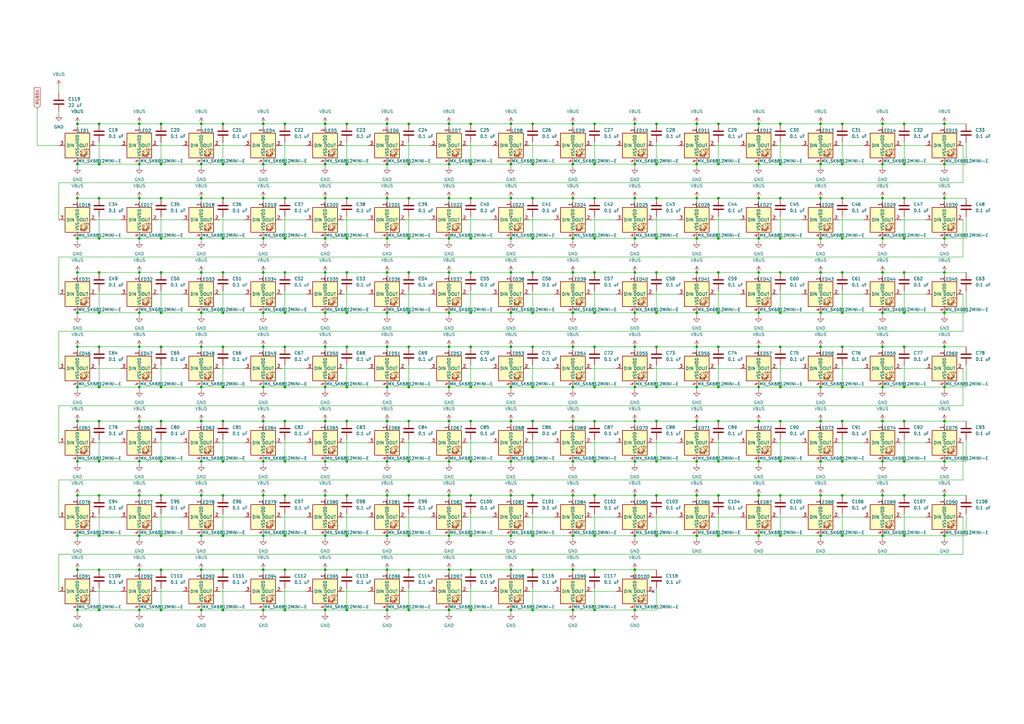
<source format=kicad_sch>
(kicad_sch (version 20250114) (generator "eeschema") (generator_version "9.0")
  (paper "A3")
  (junction (at 285.75 172.72))
  (junction (at 31.75 219.71))
  (junction (at 107.95 158.75))
  (junction (at 31.75 250.19))
  (junction (at 40.64 128.27))
  (junction (at 167.64 128.27))
  (junction (at 91.44 189.23))
  (junction (at 243.84 111.76))
  (junction (at 31.75 111.76))
  (junction (at 193.04 67.31))
  (junction (at 82.55 219.71))
  (junction (at 218.44 250.19))
  (junction (at 82.55 128.27))
  (junction (at 158.75 250.19))
  (junction (at 345.44 97.79))
  (junction (at 91.44 233.68))
  (junction (at 243.84 81.28))
  (junction (at 345.44 158.75))
  (junction (at 66.04 172.72))
  (junction (at 184.15 219.71))
  (junction (at 193.04 111.76))
  (junction (at 285.75 50.8))
  (junction (at 269.24 50.8))
  (junction (at 184.15 189.23))
  (junction (at 243.84 219.71))
  (junction (at 91.44 158.75))
  (junction (at 370.84 142.24))
  (junction (at 167.64 81.28))
  (junction (at 133.35 203.2))
  (junction (at 57.15 172.72))
  (junction (at 285.75 67.31))
  (junction (at 345.44 189.23))
  (junction (at 40.64 189.23))
  (junction (at 243.84 203.2))
  (junction (at 336.55 128.27))
  (junction (at 167.64 233.68))
  (junction (at 361.95 203.2))
  (junction (at 82.55 203.2))
  (junction (at 260.35 81.28))
  (junction (at 387.35 111.76))
  (junction (at 260.35 203.2))
  (junction (at 158.75 67.31))
  (junction (at 285.75 189.23))
  (junction (at 294.64 67.31))
  (junction (at 133.35 128.27))
  (junction (at 167.64 203.2))
  (junction (at 260.35 128.27))
  (junction (at 269.24 158.75))
  (junction (at 294.64 189.23))
  (junction (at 320.04 81.28))
  (junction (at 142.24 233.68))
  (junction (at 311.15 111.76))
  (junction (at 370.84 67.31))
  (junction (at 66.04 189.23))
  (junction (at 193.04 81.28))
  (junction (at 184.15 203.2))
  (junction (at 193.04 203.2))
  (junction (at 209.55 67.31))
  (junction (at 269.24 111.76))
  (junction (at 370.84 111.76))
  (junction (at 82.55 111.76))
  (junction (at 40.64 172.72))
  (junction (at 116.84 233.68))
  (junction (at 107.95 128.27))
  (junction (at 361.95 219.71))
  (junction (at 142.24 128.27))
  (junction (at 40.64 81.28))
  (junction (at 116.84 128.27))
  (junction (at 31.75 172.72))
  (junction (at 370.84 189.23))
  (junction (at 57.15 128.27))
  (junction (at 345.44 81.28))
  (junction (at 336.55 203.2))
  (junction (at 209.55 111.76))
  (junction (at 209.55 233.68))
  (junction (at 234.95 189.23))
  (junction (at 66.04 67.31))
  (junction (at 387.35 172.72))
  (junction (at 107.95 142.24))
  (junction (at 40.64 67.31))
  (junction (at 31.75 233.68))
  (junction (at 234.95 233.68))
  (junction (at 91.44 67.31))
  (junction (at 133.35 219.71))
  (junction (at 285.75 219.71))
  (junction (at 167.64 219.71))
  (junction (at 269.24 219.71))
  (junction (at 311.15 203.2))
  (junction (at 218.44 203.2))
  (junction (at 116.84 203.2))
  (junction (at 133.35 189.23))
  (junction (at 133.35 97.79))
  (junction (at 57.15 81.28))
  (junction (at 320.04 158.75))
  (junction (at 260.35 219.71))
  (junction (at 66.04 250.19))
  (junction (at 387.35 142.24))
  (junction (at 311.15 158.75))
  (junction (at 218.44 111.76))
  (junction (at 31.75 50.8))
  (junction (at 107.95 172.72))
  (junction (at 209.55 81.28))
  (junction (at 336.55 142.24))
  (junction (at 158.75 172.72))
  (junction (at 370.84 158.75))
  (junction (at 116.84 250.19))
  (junction (at 167.64 50.8))
  (junction (at 218.44 97.79))
  (junction (at 82.55 97.79))
  (junction (at 345.44 142.24))
  (junction (at 294.64 111.76))
  (junction (at 107.95 219.71))
  (junction (at 31.75 81.28))
  (junction (at 142.24 81.28))
  (junction (at 31.75 128.27))
  (junction (at 57.15 50.8))
  (junction (at 82.55 67.31))
  (junction (at 387.35 219.71))
  (junction (at 285.75 203.2))
  (junction (at 116.84 142.24))
  (junction (at 269.24 81.28))
  (junction (at 209.55 142.24))
  (junction (at 243.84 172.72))
  (junction (at 336.55 172.72))
  (junction (at 31.75 189.23))
  (junction (at 285.75 81.28))
  (junction (at 142.24 142.24))
  (junction (at 40.64 142.24))
  (junction (at 158.75 81.28))
  (junction (at 361.95 142.24))
  (junction (at 361.95 158.75))
  (junction (at 345.44 219.71))
  (junction (at 57.15 233.68))
  (junction (at 167.64 111.76))
  (junction (at 336.55 219.71))
  (junction (at 294.64 219.71))
  (junction (at 116.84 219.71))
  (junction (at 294.64 97.79))
  (junction (at 193.04 50.8))
  (junction (at 57.15 111.76))
  (junction (at 82.55 250.19))
  (junction (at 57.15 250.19))
  (junction (at 91.44 97.79))
  (junction (at 184.15 67.31))
  (junction (at 116.84 81.28))
  (junction (at 184.15 111.76))
  (junction (at 66.04 233.68))
  (junction (at 31.75 158.75))
  (junction (at 260.35 111.76))
  (junction (at 387.35 50.8))
  (junction (at 184.15 81.28))
  (junction (at 116.84 97.79))
  (junction (at 234.95 250.19))
  (junction (at 91.44 128.27))
  (junction (at 311.15 172.72))
  (junction (at 311.15 219.71))
  (junction (at 336.55 81.28))
  (junction (at 142.24 50.8))
  (junction (at 167.64 250.19))
  (junction (at 269.24 203.2))
  (junction (at 320.04 67.31))
  (junction (at 82.55 142.24))
  (junction (at 209.55 203.2))
  (junction (at 243.84 97.79))
  (junction (at 260.35 250.19))
  (junction (at 361.95 50.8))
  (junction (at 387.35 81.28))
  (junction (at 370.84 50.8))
  (junction (at 82.55 158.75))
  (junction (at 158.75 142.24))
  (junction (at 387.35 128.27))
  (junction (at 82.55 233.68))
  (junction (at 40.64 250.19))
  (junction (at 66.04 50.8))
  (junction (at 320.04 111.76))
  (junction (at 82.55 189.23))
  (junction (at 370.84 172.72))
  (junction (at 234.95 128.27))
  (junction (at 234.95 172.72))
  (junction (at 193.04 142.24))
  (junction (at 311.15 67.31))
  (junction (at 91.44 172.72))
  (junction (at 387.35 203.2))
  (junction (at 370.84 219.71))
  (junction (at 184.15 142.24))
  (junction (at 345.44 172.72))
  (junction (at 66.04 158.75))
  (junction (at 269.24 189.23))
  (junction (at 370.84 128.27))
  (junction (at 294.64 203.2))
  (junction (at 294.64 142.24))
  (junction (at 336.55 97.79))
  (junction (at 193.04 233.68))
  (junction (at 142.24 219.71))
  (junction (at 361.95 97.79))
  (junction (at 142.24 172.72))
  (junction (at 133.35 250.19))
  (junction (at 91.44 111.76))
  (junction (at 40.64 203.2))
  (junction (at 209.55 97.79))
  (junction (at 116.84 172.72))
  (junction (at 294.64 172.72))
  (junction (at 107.95 97.79))
  (junction (at 107.95 50.8))
  (junction (at 66.04 128.27))
  (junction (at 158.75 203.2))
  (junction (at 209.55 219.71))
  (junction (at 311.15 128.27))
  (junction (at 320.04 142.24))
  (junction (at 311.15 142.24))
  (junction (at 167.64 142.24))
  (junction (at 82.55 81.28))
  (junction (at 370.84 81.28))
  (junction (at 107.95 250.19))
  (junction (at 193.04 97.79))
  (junction (at 158.75 233.68))
  (junction (at 234.95 158.75))
  (junction (at 345.44 111.76))
  (junction (at 345.44 50.8))
  (junction (at 40.64 111.76))
  (junction (at 142.24 158.75))
  (junction (at 193.04 128.27))
  (junction (at 116.84 67.31))
  (junction (at 82.55 50.8))
  (junction (at 320.04 219.71))
  (junction (at 142.24 111.76))
  (junction (at 31.75 203.2))
  (junction (at 218.44 219.71))
  (junction (at 193.04 219.71))
  (junction (at 184.15 158.75))
  (junction (at 243.84 142.24))
  (junction (at 285.75 97.79))
  (junction (at 66.04 203.2))
  (junction (at 311.15 50.8))
  (junction (at 133.35 50.8))
  (junction (at 133.35 81.28))
  (junction (at 40.64 233.68))
  (junction (at 107.95 111.76))
  (junction (at 218.44 128.27))
  (junction (at 167.64 97.79))
  (junction (at 82.55 172.72))
  (junction (at 269.24 142.24))
  (junction (at 40.64 158.75))
  (junction (at 209.55 50.8))
  (junction (at 193.04 158.75))
  (junction (at 234.95 111.76))
  (junction (at 167.64 158.75))
  (junction (at 142.24 67.31))
  (junction (at 209.55 158.75))
  (junction (at 260.35 67.31))
  (junction (at 345.44 67.31))
  (junction (at 336.55 50.8))
  (junction (at 91.44 203.2))
  (junction (at 269.24 128.27))
  (junction (at 57.15 67.31))
  (junction (at 345.44 203.2))
  (junction (at 234.95 142.24))
  (junction (at 243.84 158.75))
  (junction (at 361.95 128.27))
  (junction (at 158.75 189.23))
  (junction (at 133.35 67.31))
  (junction (at 336.55 158.75))
  (junction (at 336.55 189.23))
  (junction (at 361.95 81.28))
  (junction (at 116.84 50.8))
  (junction (at 167.64 67.31))
  (junction (at 116.84 111.76))
  (junction (at 294.64 128.27))
  (junction (at 158.75 158.75))
  (junction (at 133.35 111.76))
  (junction (at 158.75 128.27))
  (junction (at 387.35 158.75))
  (junction (at 285.75 111.76))
  (junction (at 57.15 189.23))
  (junction (at 234.95 203.2))
  (junction (at 91.44 142.24))
  (junction (at 320.04 172.72))
  (junction (at 218.44 50.8))
  (junction (at 260.35 189.23))
  (junction (at 361.95 189.23))
  (junction (at 66.04 111.76))
  (junction (at 234.95 219.71))
  (junction (at 31.75 97.79))
  (junction (at 31.75 142.24))
  (junction (at 142.24 97.79))
  (junction (at 336.55 111.76))
  (junction (at 66.04 81.28))
  (junction (at 91.44 219.71))
  (junction (at 107.95 81.28))
  (junction (at 57.15 142.24))
  (junction (at 57.15 219.71))
  (junction (at 209.55 172.72))
  (junction (at 218.44 67.31))
  (junction (at 66.04 142.24))
  (junction (at 260.35 158.75))
  (junction (at 167.64 189.23))
  (junction (at 184.15 172.72))
  (junction (at 285.75 128.27))
  (junction (at 260.35 233.68))
  (junction (at 320.04 203.2))
  (junction (at 311.15 189.23))
  (junction (at 243.84 189.23))
  (junction (at 193.04 189.23))
  (junction (at 243.84 50.8))
  (junction (at 116.84 158.75))
  (junction (at 57.15 158.75))
  (junction (at 91.44 81.28))
  (junction (at 243.84 250.19))
  (junction (at 193.04 172.72))
  (junction (at 320.04 97.79))
  (junction (at 209.55 189.23))
  (junction (at 320.04 189.23))
  (junction (at 269.24 67.31))
  (junction (at 142.24 189.23))
  (junction (at 234.95 67.31))
  (junction (at 40.64 219.71))
  (junction (at 218.44 172.72))
  (junction (at 361.95 67.31))
  (junction (at 107.95 67.31))
  (junction (at 234.95 97.79))
  (junction (at 218.44 158.75))
  (junction (at 184.15 128.27))
  (junction (at 243.84 67.31))
  (junction (at 243.84 233.68))
  (junction (at 294.64 158.75))
  (junction (at 133.35 172.72))
  (junction (at 260.35 142.24))
  (junction (at 243.84 128.27))
  (junction (at 311.15 97.79))
  (junction (at 209.55 250.19))
  (junction (at 133.35 233.68))
  (junction (at 285.75 142.24))
  (junction (at 218.44 81.28))
  (junction (at 91.44 50.8))
  (junction (at 387.35 67.31))
  (junction (at 387.35 189.23))
  (junction (at 167.64 172.72))
  (junction (at 311.15 81.28))
  (junction (at 387.35 97.79))
  (junction (at 184.15 97.79))
  (junction (at 234.95 50.8))
  (junction (at 285.75 158.75))
  (junction (at 40.64 50.8))
  (junction (at 158.75 97.79))
  (junction (at 370.84 97.79))
  (junction (at 107.95 189.23))
  (junction (at 31.75 67.31))
  (junction (at 142.24 250.19))
  (junction (at 260.35 172.72))
  (junction (at 218.44 189.23))
  (junction (at 218.44 233.68))
  (junction (at 269.24 97.79))
  (junction (at 294.64 50.8))
  (junction (at 209.55 128.27))
  (junction (at 40.64 97.79))
  (junction (at 133.35 142.24))
  (junction (at 66.04 219.71))
  (junction (at 320.04 50.8))
  (junction (at 133.35 158.75))
  (junction (at 66.04 97.79))
  (junction (at 269.24 172.72))
  (junction (at 107.95 233.68))
  (junction (at 336.55 67.31))
  (junction (at 361.95 172.72))
  (junction (at 260.35 50.8))
  (junction (at 57.15 97.79))
  (junction (at 107.95 203.2))
  (junction (at 193.04 250.19))
  (junction (at 370.84 203.2))
  (junction (at 234.95 81.28))
  (junction (at 320.04 128.27))
  (junction (at 184.15 50.8))
  (junction (at 158.75 111.76))
  (junction (at 218.44 142.24))
  (junction (at 91.44 250.19))
  (junction (at 184.15 233.68))
  (junction (at 158.75 219.71))
  (junction (at 294.64 81.28))
  (junction (at 184.15 250.19))
  (junction (at 116.84 189.23))
  (junction (at 361.95 111.76))
  (junction (at 158.75 50.8))
  (junction (at 57.15 203.2))
  (junction (at 260.35 97.79))
  (junction (at 345.44 128.27))
  (junction (at 142.24 203.2))
  (no_connect (at 267.97 242.57))
  (wire (pts (xy 218.44 128.27) (xy 234.95 128.27)))
  (wire (pts (xy 107.95 142.24) (xy 107.95 143.51)))
  (wire (pts (xy 184.15 203.2) (xy 193.04 203.2)))
  (wire (pts (xy 218.44 50.8) (xy 234.95 50.8)))
  (wire (pts (xy 234.95 81.28) (xy 243.84 81.28)))
  (wire (pts (xy 82.55 67.31) (xy 82.55 68.58)))
  (wire (pts (xy 142.24 142.24) (xy 158.75 142.24)))
  (wire (pts (xy 40.64 189.23) (xy 31.75 189.23)))
  (wire (pts (xy 320.04 158.75) (xy 336.55 158.75)))
  (wire (pts (xy 193.04 88.9) (xy 193.04 97.79)))
  (wire (pts (xy 57.15 172.72) (xy 57.15 173.99)))
  (wire (pts (xy 243.84 241.3) (xy 243.84 250.19)))
  (wire (pts (xy 234.95 219.71) (xy 234.95 220.98)))
  (wire (pts (xy 269.24 97.79) (xy 260.35 97.79)))
  (wire (pts (xy 370.84 67.31) (xy 387.35 67.31)))
  (wire (pts (xy 31.75 203.2) (xy 31.75 204.47)))
  (wire (pts (xy 91.44 142.24) (xy 107.95 142.24)))
  (wire (pts (xy 243.84 210.82) (xy 243.84 219.71)))
  (wire (pts (xy 90.17 90.17) (xy 100.33 90.17)))
  (wire (pts (xy 40.64 97.79) (xy 31.75 97.79)))
  (wire (pts (xy 57.15 233.68) (xy 57.15 234.95)))
  (wire (pts (xy 243.84 189.23) (xy 260.35 189.23)))
  (wire (pts (xy 370.84 189.23) (xy 387.35 189.23)))
  (wire (pts (xy 218.44 180.34) (xy 218.44 189.23)))
  (wire (pts (xy 40.64 203.2) (xy 57.15 203.2)))
  (wire (pts (xy 387.35 172.72) (xy 396.24 172.72)))
  (wire (pts (xy 82.55 219.71) (xy 82.55 220.98)))
  (wire (pts (xy 57.15 172.72) (xy 66.04 172.72)))
  (wire (pts (xy 184.15 50.8) (xy 184.15 52.07)))
  (wire (pts (xy 209.55 97.79) (xy 209.55 99.06)))
  (wire (pts (xy 336.55 111.76) (xy 345.44 111.76)))
  (wire (pts (xy 218.44 97.79) (xy 209.55 97.79)))
  (wire (pts (xy 193.04 128.27) (xy 209.55 128.27)))
  (wire (pts (xy 158.75 172.72) (xy 167.64 172.72)))
  (wire (pts (xy 243.84 58.42) (xy 243.84 67.31)))
  (wire (pts (xy 133.35 128.27) (xy 133.35 129.54)))
  (wire (pts (xy 269.24 67.31) (xy 285.75 67.31)))
  (wire (pts (xy 396.24 58.42) (xy 396.24 67.31)))
  (wire (pts (xy 167.64 241.3) (xy 167.64 250.19)))
  (wire (pts (xy 184.15 158.75) (xy 184.15 160.02)))
  (wire (pts (xy 116.84 142.24) (xy 133.35 142.24)))
  (wire (pts (xy 387.35 142.24) (xy 396.24 142.24)))
  (wire (pts (xy 344.17 212.09) (xy 354.33 212.09)))
  (wire (pts (xy 294.64 158.75) (xy 311.15 158.75)))
  (wire (pts (xy 209.55 81.28) (xy 218.44 81.28)))
  (wire (pts (xy 107.95 128.27) (xy 107.95 129.54)))
  (wire (pts (xy 91.44 81.28) (xy 107.95 81.28)))
  (wire (pts (xy 242.57 181.61) (xy 252.73 181.61)))
  (wire (pts (xy 82.55 158.75) (xy 82.55 160.02)))
  (wire (pts (xy 191.77 59.69) (xy 201.93 59.69)))
  (wire (pts (xy 209.55 50.8) (xy 209.55 52.07)))
  (wire (pts (xy 285.75 111.76) (xy 285.75 113.03)))
  (wire (pts (xy 234.95 250.19) (xy 234.95 251.46)))
  (wire (pts (xy 361.95 111.76) (xy 361.95 113.03)))
  (wire (pts (xy 184.15 250.19) (xy 184.15 251.46)))
  (wire (pts (xy 40.64 219.71) (xy 57.15 219.71)))
  (wire (pts (xy 370.84 128.27) (xy 387.35 128.27)))
  (wire (pts (xy 40.64 88.9) (xy 40.64 97.79)))
  (wire (pts (xy 90.17 59.69) (xy 100.33 59.69)))
  (wire (pts (xy 269.24 142.24) (xy 285.75 142.24)))
  (wire (pts (xy 107.95 67.31) (xy 107.95 68.58)))
  (wire (pts (xy 82.55 81.28) (xy 91.44 81.28)))
  (wire (pts (xy 167.64 119.38) (xy 167.64 128.27)))
  (wire (pts (xy 294.64 128.27) (xy 311.15 128.27)))
  (wire (pts (xy 115.57 181.61) (xy 125.73 181.61)))
  (wire (pts (xy 243.84 189.23) (xy 234.95 189.23)))
  (wire (pts (xy 167.64 219.71) (xy 184.15 219.71)))
  (wire (pts (xy 166.37 151.13) (xy 176.53 151.13)))
  (wire (pts (xy 345.44 67.31) (xy 336.55 67.31)))
  (wire (pts (xy 242.57 242.57) (xy 252.73 242.57)))
  (wire (pts (xy 311.15 111.76) (xy 311.15 113.03)))
  (wire (pts (xy 345.44 81.28) (xy 361.95 81.28)))
  (wire (pts (xy 234.95 50.8) (xy 243.84 50.8)))
  (wire (pts (xy 193.04 158.75) (xy 209.55 158.75)))
  (wire (pts (xy 116.84 128.27) (xy 133.35 128.27)))
  (wire (pts (xy 260.35 50.8) (xy 260.35 52.07)))
  (wire (pts (xy 209.55 142.24) (xy 209.55 143.51)))
  (wire (pts (xy 336.55 67.31) (xy 336.55 68.58)))
  (wire (pts (xy 361.95 97.79) (xy 361.95 99.06)))
  (wire (pts (xy 243.84 81.28) (xy 260.35 81.28)))
  (wire (pts (xy 394.97 74.93) (xy 24.13 74.93)))
  (wire (pts (xy 345.44 189.23) (xy 336.55 189.23)))
  (wire (pts (xy 370.84 189.23) (xy 361.95 189.23)))
  (wire (pts (xy 107.95 81.28) (xy 116.84 81.28)))
  (wire (pts (xy 31.75 111.76) (xy 40.64 111.76)))
  (wire (pts (xy 133.35 111.76) (xy 142.24 111.76)))
  (wire (pts (xy 336.55 203.2) (xy 345.44 203.2)))
  (wire (pts (xy 218.44 128.27) (xy 209.55 128.27)))
  (wire (pts (xy 294.64 111.76) (xy 311.15 111.76)))
  (wire (pts (xy 294.64 210.82) (xy 294.64 219.71)))
  (wire (pts (xy 133.35 50.8) (xy 142.24 50.8)))
  (wire (pts (xy 320.04 119.38) (xy 320.04 128.27)))
  (wire (pts (xy 66.04 142.24) (xy 82.55 142.24)))
  (wire (pts (xy 218.44 58.42) (xy 218.44 67.31)))
  (wire (pts (xy 361.95 158.75) (xy 361.95 160.02)))
  (wire (pts (xy 66.04 149.86) (xy 66.04 158.75)))
  (wire (pts (xy 336.55 189.23) (xy 336.55 190.5)))
  (wire (pts (xy 142.24 58.42) (xy 142.24 67.31)))
  (wire (pts (xy 184.15 219.71) (xy 184.15 220.98)))
  (wire (pts (xy 267.97 120.65) (xy 278.13 120.65)))
  (wire (pts (xy 31.75 233.68) (xy 31.75 234.95)))
  (wire (pts (xy 218.44 219.71) (xy 234.95 219.71)))
  (wire (pts (xy 361.95 203.2) (xy 361.95 204.47)))
  (wire (pts (xy 66.04 250.19) (xy 82.55 250.19)))
  (wire (pts (xy 285.75 203.2) (xy 285.75 204.47)))
  (wire (pts (xy 107.95 172.72) (xy 107.95 173.99)))
  (wire (pts (xy 107.95 111.76) (xy 116.84 111.76)))
  (wire (pts (xy 158.75 158.75) (xy 158.75 160.02)))
  (wire (pts (xy 218.44 88.9) (xy 218.44 97.79)))
  (wire (pts (xy 267.97 181.61) (xy 278.13 181.61)))
  (wire (pts (xy 285.75 50.8) (xy 285.75 52.07)))
  (wire (pts (xy 40.64 58.42) (xy 40.64 67.31)))
  (wire (pts (xy 370.84 180.34) (xy 370.84 189.23)))
  (wire (pts (xy 142.24 219.71) (xy 133.35 219.71)))
  (wire (pts (xy 260.35 172.72) (xy 260.35 173.99)))
  (wire (pts (xy 91.44 172.72) (xy 107.95 172.72)))
  (wire (pts (xy 394.97 105.41) (xy 24.13 105.41)))
  (wire (pts (xy 267.97 212.09) (xy 278.13 212.09)))
  (wire (pts (xy 311.15 97.79) (xy 311.15 99.06)))
  (wire (pts (xy 39.37 90.17) (xy 49.53 90.17)))
  (wire (pts (xy 345.44 149.86) (xy 345.44 158.75)))
  (wire (pts (xy 269.24 189.23) (xy 285.75 189.23)))
  (wire (pts (xy 294.64 128.27) (xy 285.75 128.27)))
  (wire (pts (xy 394.97 90.17) (xy 394.97 105.41)))
  (wire (pts (xy 320.04 172.72) (xy 336.55 172.72)))
  (wire (pts (xy 311.15 142.24) (xy 311.15 143.51)))
  (wire (pts (xy 285.75 172.72) (xy 285.75 173.99)))
  (wire (pts (xy 133.35 142.24) (xy 142.24 142.24)))
  (wire (pts (xy 142.24 158.75) (xy 133.35 158.75)))
  (wire (pts (xy 209.55 203.2) (xy 209.55 204.47)))
  (wire (pts (xy 82.55 81.28) (xy 82.55 82.55)))
  (wire (pts (xy 82.55 97.79) (xy 82.55 99.06)))
  (wire (pts (xy 167.64 50.8) (xy 184.15 50.8)))
  (wire (pts (xy 345.44 172.72) (xy 361.95 172.72)))
  (wire (pts (xy 311.15 203.2) (xy 320.04 203.2)))
  (wire (pts (xy 116.84 149.86) (xy 116.84 158.75)))
  (wire (pts (xy 167.64 97.79) (xy 158.75 97.79)))
  (wire (pts (xy 394.97 196.85) (xy 24.13 196.85)))
  (wire (pts (xy 387.35 81.28) (xy 396.24 81.28)))
  (wire (pts (xy 39.37 120.65) (xy 49.53 120.65)))
  (wire (pts (xy 39.37 181.61) (xy 49.53 181.61)))
  (wire (pts (xy 260.35 81.28) (xy 260.35 82.55)))
  (wire (pts (xy 31.75 203.2) (xy 40.64 203.2)))
  (wire (pts (xy 320.04 219.71) (xy 311.15 219.71)))
  (wire (pts (xy 66.04 158.75) (xy 57.15 158.75)))
  (wire (pts (xy 193.04 189.23) (xy 184.15 189.23)))
  (wire (pts (xy 66.04 128.27) (xy 57.15 128.27)))
  (wire (pts (xy 133.35 172.72) (xy 133.35 173.99)))
  (wire (pts (xy 140.97 242.57) (xy 151.13 242.57)))
  (wire (pts (xy 320.04 128.27) (xy 336.55 128.27)))
  (wire (pts (xy 107.95 111.76) (xy 107.95 113.03)))
  (wire (pts (xy 320.04 97.79) (xy 336.55 97.79)))
  (wire (pts (xy 318.77 120.65) (xy 328.93 120.65)))
  (wire (pts (xy 361.95 172.72) (xy 361.95 173.99)))
  (wire (pts (xy 91.44 250.19) (xy 107.95 250.19)))
  (wire (pts (xy 345.44 203.2) (xy 361.95 203.2)))
  (wire (pts (xy 336.55 142.24) (xy 345.44 142.24)))
  (wire (pts (xy 133.35 50.8) (xy 133.35 52.07)))
  (wire (pts (xy 320.04 219.71) (xy 336.55 219.71)))
  (wire (pts (xy 116.84 241.3) (xy 116.84 250.19)))
  (wire (pts (xy 40.64 210.82) (xy 40.64 219.71)))
  (wire (pts (xy 269.24 149.86) (xy 269.24 158.75)))
  (wire (pts (xy 267.97 151.13) (xy 278.13 151.13)))
  (wire (pts (xy 167.64 88.9) (xy 167.64 97.79)))
  (wire (pts (xy 133.35 250.19) (xy 133.35 251.46)))
  (wire (pts (xy 57.15 128.27) (xy 57.15 129.54)))
  (wire (pts (xy 218.44 172.72) (xy 234.95 172.72)))
  (wire (pts (xy 116.84 111.76) (xy 133.35 111.76)))
  (wire (pts (xy 294.64 50.8) (xy 311.15 50.8)))
  (wire (pts (xy 107.95 233.68) (xy 107.95 234.95)))
  (wire (pts (xy 31.75 172.72) (xy 31.75 173.99)))
  (wire (pts (xy 311.15 219.71) (xy 311.15 220.98)))
  (wire (pts (xy 217.17 90.17) (xy 227.33 90.17)))
  (wire (pts (xy 234.95 128.27) (xy 234.95 129.54)))
  (wire (pts (xy 142.24 203.2) (xy 158.75 203.2)))
  (wire (pts (xy 40.64 67.31) (xy 57.15 67.31)))
  (wire (pts (xy 269.24 88.9) (xy 269.24 97.79)))
  (wire (pts (xy 66.04 58.42) (xy 66.04 67.31)))
  (wire (pts (xy 116.84 250.19) (xy 107.95 250.19)))
  (wire (pts (xy 167.64 250.19) (xy 184.15 250.19)))
  (wire (pts (xy 91.44 219.71) (xy 107.95 219.71)))
  (wire (pts (xy 260.35 203.2) (xy 269.24 203.2)))
  (wire (pts (xy 57.15 50.8) (xy 66.04 50.8)))
  (wire (pts (xy 320.04 81.28) (xy 336.55 81.28)))
  (wire (pts (xy 115.57 151.13) (xy 125.73 151.13)))
  (wire (pts (xy 269.24 97.79) (xy 285.75 97.79)))
  (wire (pts (xy 167.64 203.2) (xy 184.15 203.2)))
  (wire (pts (xy 336.55 50.8) (xy 336.55 52.07)))
  (wire (pts (xy 116.84 58.42) (xy 116.84 67.31)))
  (wire (pts (xy 31.75 67.31) (xy 31.75 68.58)))
  (wire (pts (xy 369.57 59.69) (xy 379.73 59.69)))
  (wire (pts (xy 234.95 233.68) (xy 243.84 233.68)))
  (wire (pts (xy 285.75 50.8) (xy 294.64 50.8)))
  (wire (pts (xy 345.44 111.76) (xy 361.95 111.76)))
  (wire (pts (xy 116.84 119.38) (xy 116.84 128.27)))
  (wire (pts (xy 40.64 97.79) (xy 57.15 97.79)))
  (wire (pts (xy 320.04 142.24) (xy 336.55 142.24)))
  (wire (pts (xy 370.84 219.71) (xy 387.35 219.71)))
  (wire (pts (xy 209.55 128.27) (xy 209.55 129.54)))
  (wire (pts (xy 64.77 120.65) (xy 74.93 120.65)))
  (wire (pts (xy 40.64 81.28) (xy 57.15 81.28)))
  (wire (pts (xy 209.55 172.72) (xy 209.55 173.99)))
  (wire (pts (xy 116.84 50.8) (xy 133.35 50.8)))
  (wire (pts (xy 243.84 219.71) (xy 234.95 219.71)))
  (wire (pts (xy 57.15 189.23) (xy 57.15 190.5)))
  (wire (pts (xy 116.84 81.28) (xy 133.35 81.28)))
  (wire (pts (xy 396.24 67.31) (xy 387.35 67.31)))
  (wire (pts (xy 218.44 119.38) (xy 218.44 128.27)))
  (wire (pts (xy 345.44 219.71) (xy 361.95 219.71)))
  (wire (pts (xy 24.13 135.89) (xy 24.13 151.13)))
  (wire (pts (xy 158.75 203.2) (xy 167.64 203.2)))
  (wire (pts (xy 40.64 67.31) (xy 31.75 67.31)))
  (wire (pts (xy 82.55 203.2) (xy 82.55 204.47)))
  (wire (pts (xy 142.24 250.19) (xy 158.75 250.19)))
  (wire (pts (xy 107.95 233.68) (xy 116.84 233.68)))
  (wire (pts (xy 345.44 67.31) (xy 361.95 67.31)))
  (wire (pts (xy 234.95 142.24) (xy 234.95 143.51)))
  (wire (pts (xy 167.64 81.28) (xy 184.15 81.28)))
  (wire (pts (xy 394.97 135.89) (xy 24.13 135.89)))
  (wire (pts (xy 64.77 151.13) (xy 74.93 151.13)))
  (wire (pts (xy 82.55 172.72) (xy 91.44 172.72)))
  (wire (pts (xy 311.15 203.2) (xy 311.15 204.47)))
  (wire (pts (xy 369.57 181.61) (xy 379.73 181.61)))
  (wire (pts (xy 184.15 67.31) (xy 184.15 68.58)))
  (wire (pts (xy 344.17 120.65) (xy 354.33 120.65)))
  (wire (pts (xy 209.55 189.23) (xy 209.55 190.5)))
  (wire (pts (xy 142.24 88.9) (xy 142.24 97.79)))
  (wire (pts (xy 294.64 189.23) (xy 285.75 189.23)))
  (wire (pts (xy 320.04 97.79) (xy 311.15 97.79)))
  (wire (pts (xy 142.24 189.23) (xy 158.75 189.23)))
  (wire (pts (xy 234.95 97.79) (xy 234.95 99.06)))
  (wire (pts (xy 260.35 219.71) (xy 260.35 220.98)))
  (wire (pts (xy 82.55 142.24) (xy 82.55 143.51)))
  (wire (pts (xy 336.55 158.75) (xy 336.55 160.02)))
  (wire (pts (xy 293.37 90.17) (xy 303.53 90.17)))
  (wire (pts (xy 267.97 59.69) (xy 278.13 59.69)))
  (wire (pts (xy 243.84 158.75) (xy 260.35 158.75)))
  (wire (pts (xy 370.84 219.71) (xy 361.95 219.71)))
  (wire (pts (xy 260.35 233.68) (xy 260.35 234.95)))
  (wire (pts (xy 285.75 97.79) (xy 285.75 99.06)))
  (wire (pts (xy 142.24 128.27) (xy 158.75 128.27)))
  (wire (pts (xy 193.04 250.19) (xy 209.55 250.19)))
  (wire (pts (xy 57.15 203.2) (xy 66.04 203.2)))
  (wire (pts (xy 191.77 90.17) (xy 201.93 90.17)))
  (wire (pts (xy 40.64 172.72) (xy 57.15 172.72)))
  (wire (pts (xy 184.15 233.68) (xy 184.15 234.95)))
  (wire (pts (xy 243.84 67.31) (xy 234.95 67.31)))
  (wire (pts (xy 158.75 142.24) (xy 158.75 143.51)))
  (wire (pts (xy 184.15 172.72) (xy 193.04 172.72)))
  (wire (pts (xy 167.64 67.31) (xy 184.15 67.31)))
  (wire (pts (xy 260.35 233.68) (xy 269.24 233.68)))
  (wire (pts (xy 369.57 151.13) (xy 379.73 151.13)))
  (wire (pts (xy 269.24 180.34) (xy 269.24 189.23)))
  (wire (pts (xy 260.35 172.72) (xy 269.24 172.72)))
  (wire (pts (xy 158.75 81.28) (xy 158.75 82.55)))
  (wire (pts (xy 193.04 241.3) (xy 193.04 250.19)))
  (wire (pts (xy 345.44 158.75) (xy 336.55 158.75)))
  (wire (pts (xy 293.37 120.65) (xy 303.53 120.65)))
  (wire (pts (xy 243.84 111.76) (xy 260.35 111.76)))
  (wire (pts (xy 336.55 111.76) (xy 336.55 113.03)))
  (wire (pts (xy 260.35 158.75) (xy 260.35 160.02)))
  (wire (pts (xy 91.44 111.76) (xy 107.95 111.76)))
  (wire (pts (xy 345.44 189.23) (xy 361.95 189.23)))
  (wire (pts (xy 234.95 203.2) (xy 243.84 203.2)))
  (wire (pts (xy 184.15 50.8) (xy 193.04 50.8)))
  (wire (pts (xy 166.37 120.65) (xy 176.53 120.65)))
  (wire (pts (xy 243.84 50.8) (xy 260.35 50.8)))
  (wire (pts (xy 269.24 219.71) (xy 285.75 219.71)))
  (wire (pts (xy 209.55 111.76) (xy 218.44 111.76)))
  (wire (pts (xy 320.04 128.27) (xy 311.15 128.27)))
  (wire (pts (xy 318.77 59.69) (xy 328.93 59.69)))
  (wire (pts (xy 234.95 50.8) (xy 234.95 52.07)))
  (wire (pts (xy 40.64 111.76) (xy 57.15 111.76)))
  (wire (pts (xy 209.55 233.68) (xy 218.44 233.68)))
  (wire (pts (xy 294.64 149.86) (xy 294.64 158.75)))
  (wire (pts (xy 64.77 90.17) (xy 74.93 90.17)))
  (wire (pts (xy 269.24 172.72) (xy 285.75 172.72)))
  (wire (pts (xy 142.24 111.76) (xy 158.75 111.76)))
  (wire (pts (xy 66.04 210.82) (xy 66.04 219.71)))
  (wire (pts (xy 217.17 59.69) (xy 227.33 59.69)))
  (wire (pts (xy 361.95 219.71) (xy 361.95 220.98)))
  (wire (pts (xy 39.37 212.09) (xy 49.53 212.09)))
  (wire (pts (xy 24.13 227.33) (xy 394.97 227.33)))
  (wire (pts (xy 133.35 219.71) (xy 133.35 220.98)))
  (wire (pts (xy 285.75 142.24) (xy 285.75 143.51)))
  (wire (pts (xy 370.84 142.24) (xy 387.35 142.24)))
  (wire (pts (xy 311.15 50.8) (xy 311.15 52.07)))
  (wire (pts (xy 166.37 181.61) (xy 176.53 181.61)))
  (wire (pts (xy 311.15 158.75) (xy 311.15 160.02)))
  (wire (pts (xy 167.64 111.76) (xy 184.15 111.76)))
  (wire (pts (xy 82.55 203.2) (xy 91.44 203.2)))
  (wire (pts (xy 40.64 128.27) (xy 57.15 128.27)))
  (wire (pts (xy 209.55 233.68) (xy 209.55 234.95)))
  (wire (pts (xy 260.35 50.8) (xy 269.24 50.8)))
  (wire (pts (xy 361.95 172.72) (xy 370.84 172.72)))
  (wire (pts (xy 193.04 111.76) (xy 209.55 111.76)))
  (wire (pts (xy 40.64 233.68) (xy 57.15 233.68)))
  (wire (pts (xy 344.17 151.13) (xy 354.33 151.13)))
  (wire (pts (xy 66.04 203.2) (xy 82.55 203.2)))
  (wire (pts (xy 396.24 88.9) (xy 396.24 97.79)))
  (wire (pts (xy 82.55 50.8) (xy 91.44 50.8)))
  (wire (pts (xy 116.84 88.9) (xy 116.84 97.79)))
  (wire (pts (xy 394.97 120.65) (xy 394.97 135.89)))
  (wire (pts (xy 361.95 111.76) (xy 370.84 111.76)))
  (wire (pts (xy 91.44 149.86) (xy 91.44 158.75)))
  (wire (pts (xy 193.04 203.2) (xy 209.55 203.2)))
  (wire (pts (xy 193.04 81.28) (xy 209.55 81.28)))
  (wire (pts (xy 260.35 111.76) (xy 260.35 113.03)))
  (wire (pts (xy 82.55 172.72) (xy 82.55 173.99)))
  (wire (pts (xy 387.35 172.72) (xy 387.35 173.99)))
  (wire (pts (xy 209.55 81.28) (xy 209.55 82.55)))
  (wire (pts (xy 269.24 50.8) (xy 285.75 50.8)))
  (wire (pts (xy 39.37 59.69) (xy 49.53 59.69)))
  (wire (pts (xy 243.84 128.27) (xy 234.95 128.27)))
  (wire (pts (xy 193.04 67.31) (xy 209.55 67.31)))
  (wire (pts (xy 243.84 142.24) (xy 260.35 142.24)))
  (wire (pts (xy 167.64 210.82) (xy 167.64 219.71)))
  (wire (pts (xy 40.64 250.19) (xy 31.75 250.19)))
  (wire (pts (xy 57.15 158.75) (xy 57.15 160.02)))
  (wire (pts (xy 24.13 181.61) (xy 24.13 166.37)))
  (wire (pts (xy 15.24 59.69) (xy 24.13 59.69)))
  (wire (pts (xy 82.55 142.24) (xy 91.44 142.24)))
  (wire (pts (xy 345.44 58.42) (xy 345.44 67.31)))
  (wire (pts (xy 193.04 119.38) (xy 193.04 128.27)))
  (wire (pts (xy 31.75 128.27) (xy 31.75 129.54)))
  (wire (pts (xy 387.35 203.2) (xy 387.35 204.47)))
  (wire (pts (xy 345.44 128.27) (xy 336.55 128.27)))
  (wire (pts (xy 31.75 81.28) (xy 40.64 81.28)))
  (wire (pts (xy 311.15 81.28) (xy 320.04 81.28)))
  (wire (pts (xy 217.17 151.13) (xy 227.33 151.13)))
  (wire (pts (xy 370.84 203.2) (xy 387.35 203.2)))
  (wire (pts (xy 158.75 97.79) (xy 158.75 99.06)))
  (wire (pts (xy 90.17 181.61) (xy 100.33 181.61)))
  (wire (pts (xy 396.24 149.86) (xy 396.24 158.75)))
  (wire (pts (xy 209.55 142.24) (xy 218.44 142.24)))
  (wire (pts (xy 167.64 219.71) (xy 158.75 219.71)))
  (wire (pts (xy 269.24 158.75) (xy 285.75 158.75)))
  (wire (pts (xy 57.15 142.24) (xy 57.15 143.51)))
  (wire (pts (xy 311.15 189.23) (xy 311.15 190.5)))
  (wire (pts (xy 116.84 203.2) (xy 133.35 203.2)))
  (wire (pts (xy 64.77 181.61) (xy 74.93 181.61)))
  (wire (pts (xy 116.84 189.23) (xy 133.35 189.23)))
  (wire (pts (xy 269.24 250.19) (xy 260.35 250.19)))
  (wire (pts (xy 369.57 212.09) (xy 379.73 212.09)))
  (wire (pts (xy 293.37 59.69) (xy 303.53 59.69)))
  (wire (pts (xy 217.17 242.57) (xy 227.33 242.57)))
  (wire (pts (xy 336.55 81.28) (xy 336.55 82.55)))
  (wire (pts (xy 243.84 250.19) (xy 234.95 250.19)))
  (wire (pts (xy 260.35 111.76) (xy 269.24 111.76)))
  (wire (pts (xy 320.04 189.23) (xy 311.15 189.23)))
  (wire (pts (xy 293.37 151.13) (xy 303.53 151.13)))
  (wire (pts (xy 209.55 158.75) (xy 209.55 160.02)))
  (wire (pts (xy 345.44 219.71) (xy 336.55 219.71)))
  (wire (pts (xy 345.44 119.38) (xy 345.44 128.27)))
  (wire (pts (xy 311.15 128.27) (xy 311.15 129.54)))
  (wire (pts (xy 311.15 172.72) (xy 320.04 172.72)))
  (wire (pts (xy 336.55 172.72) (xy 336.55 173.99)))
  (wire (pts (xy 269.24 119.38) (xy 269.24 128.27)))
  (wire (pts (xy 82.55 111.76) (xy 82.55 113.03)))
  (wire (pts (xy 167.64 67.31) (xy 158.75 67.31)))
  (wire (pts (xy 218.44 67.31) (xy 209.55 67.31)))
  (wire (pts (xy 133.35 233.68) (xy 133.35 234.95)))
  (wire (pts (xy 191.77 120.65) (xy 201.93 120.65)))
  (wire (pts (xy 24.13 105.41) (xy 24.13 120.65)))
  (wire (pts (xy 370.84 88.9) (xy 370.84 97.79)))
  (wire (pts (xy 234.95 142.24) (xy 243.84 142.24)))
  (wire (pts (xy 91.44 158.75) (xy 107.95 158.75)))
  (wire (pts (xy 31.75 158.75) (xy 31.75 160.02)))
  (wire (pts (xy 218.44 189.23) (xy 234.95 189.23)))
  (wire (pts (xy 66.04 241.3) (xy 66.04 250.19)))
  (wire (pts (xy 387.35 97.79) (xy 387.35 99.06)))
  (wire (pts (xy 31.75 172.72) (xy 40.64 172.72)))
  (wire (pts (xy 387.35 67.31) (xy 387.35 68.58)))
  (wire (pts (xy 31.75 233.68) (xy 40.64 233.68)))
  (wire (pts (xy 294.64 97.79) (xy 311.15 97.79)))
  (wire (pts (xy 345.44 158.75) (xy 361.95 158.75)))
  (wire (pts (xy 320.04 210.82) (xy 320.04 219.71)))
  (wire (pts (xy 90.17 151.13) (xy 100.33 151.13)))
  (wire (pts (xy 133.35 111.76) (xy 133.35 113.03)))
  (wire (pts (xy 82.55 233.68) (xy 82.55 234.95)))
  (wire (pts (xy 31.75 142.24) (xy 40.64 142.24)))
  (wire (pts (xy 234.95 172.72) (xy 243.84 172.72)))
  (wire (pts (xy 91.44 203.2) (xy 107.95 203.2)))
  (wire (pts (xy 193.04 97.79) (xy 184.15 97.79)))
  (wire (pts (xy 361.95 142.24) (xy 361.95 143.51)))
  (wire (pts (xy 31.75 50.8) (xy 40.64 50.8)))
  (wire (pts (xy 116.84 97.79) (xy 133.35 97.79)))
  (wire (pts (xy 293.37 181.61) (xy 303.53 181.61)))
  (wire (pts (xy 294.64 172.72) (xy 311.15 172.72)))
  (wire (pts (xy 269.24 58.42) (xy 269.24 67.31)))
  (wire (pts (xy 294.64 88.9) (xy 294.64 97.79)))
  (wire (pts (xy 167.64 128.27) (xy 158.75 128.27)))
  (wire (pts (xy 318.77 151.13) (xy 328.93 151.13)))
  (wire (pts (xy 40.64 241.3) (xy 40.64 250.19)))
  (wire (pts (xy 320.04 189.23) (xy 336.55 189.23)))
  (wire (pts (xy 387.35 142.24) (xy 387.35 143.51)))
  (wire (pts (xy 336.55 203.2) (xy 336.55 204.47)))
  (wire (pts (xy 15.24 44.45) (xy 15.24 59.69)))
  (wire (pts (xy 193.04 189.23) (xy 209.55 189.23)))
  (wire (pts (xy 142.24 67.31) (xy 158.75 67.31)))
  (wire (pts (xy 31.75 111.76) (xy 31.75 113.03)))
  (wire (pts (xy 91.44 241.3) (xy 91.44 250.19)))
  (wire (pts (xy 116.84 219.71) (xy 107.95 219.71)))
  (wire (pts (xy 107.95 50.8) (xy 116.84 50.8)))
  (wire (pts (xy 66.04 50.8) (xy 82.55 50.8)))
  (wire (pts (xy 345.44 210.82) (xy 345.44 219.71)))
  (wire (pts (xy 107.95 250.19) (xy 107.95 251.46)))
  (wire (pts (xy 184.15 233.68) (xy 193.04 233.68)))
  (wire (pts (xy 294.64 203.2) (xy 311.15 203.2)))
  (wire (pts (xy 369.57 120.65) (xy 379.73 120.65)))
  (wire (pts (xy 142.24 119.38) (xy 142.24 128.27)))
  (wire (pts (xy 166.37 242.57) (xy 176.53 242.57)))
  (wire (pts (xy 142.24 189.23) (xy 133.35 189.23)))
  (wire (pts (xy 184.15 81.28) (xy 193.04 81.28)))
  (wire (pts (xy 184.15 81.28) (xy 184.15 82.55)))
  (wire (pts (xy 90.17 120.65) (xy 100.33 120.65)))
  (wire (pts (xy 345.44 50.8) (xy 361.95 50.8)))
  (wire (pts (xy 193.04 172.72) (xy 209.55 172.72)))
  (wire (pts (xy 66.04 189.23) (xy 57.15 189.23)))
  (wire (pts (xy 31.75 97.79) (xy 31.75 99.06)))
  (wire (pts (xy 91.44 88.9) (xy 91.44 97.79)))
  (wire (pts (xy 64.77 59.69) (xy 74.93 59.69)))
  (wire (pts (xy 269.24 189.23) (xy 260.35 189.23)))
  (wire (pts (xy 234.95 233.68) (xy 234.95 234.95)))
  (wire (pts (xy 193.04 97.79) (xy 209.55 97.79)))
  (wire (pts (xy 140.97 151.13) (xy 151.13 151.13)))
  (wire (pts (xy 91.44 128.27) (xy 82.55 128.27)))
  (wire (pts (xy 396.24 158.75) (xy 387.35 158.75)))
  (wire (pts (xy 91.44 210.82) (xy 91.44 219.71)))
  (wire (pts (xy 140.97 59.69) (xy 151.13 59.69)))
  (wire (pts (xy 193.04 142.24) (xy 209.55 142.24)))
  (wire (pts (xy 91.44 97.79) (xy 82.55 97.79)))
  (wire (pts (xy 387.35 111.76) (xy 396.24 111.76)))
  (wire (pts (xy 311.15 67.31) (xy 311.15 68.58)))
  (wire (pts (xy 336.55 219.71) (xy 336.55 220.98)))
  (wire (pts (xy 66.04 219.71) (xy 82.55 219.71)))
  (wire (pts (xy 260.35 189.23) (xy 260.35 190.5)))
  (wire (pts (xy 115.57 59.69) (xy 125.73 59.69)))
  (wire (pts (xy 191.77 151.13) (xy 201.93 151.13)))
  (wire (pts (xy 294.64 97.79) (xy 285.75 97.79)))
  (wire (pts (xy 66.04 233.68) (xy 82.55 233.68)))
  (wire (pts (xy 142.24 241.3) (xy 142.24 250.19)))
  (wire (pts (xy 293.37 212.09) (xy 303.53 212.09)))
  (wire (pts (xy 107.95 219.71) (xy 107.95 220.98)))
  (wire (pts (xy 285.75 81.28) (xy 294.64 81.28)))
  (wire (pts (xy 40.64 219.71) (xy 31.75 219.71)))
  (wire (pts (xy 133.35 81.28) (xy 133.35 82.55)))
  (wire (pts (xy 107.95 50.8) (xy 107.95 52.07)))
  (wire (pts (xy 361.95 50.8) (xy 361.95 52.07)))
  (wire (pts (xy 370.84 97.79) (xy 387.35 97.79)))
  (wire (pts (xy 107.95 97.79) (xy 107.95 99.06)))
  (wire (pts (xy 336.55 81.28) (xy 345.44 81.28)))
  (wire (pts (xy 320.04 180.34) (xy 320.04 189.23)))
  (wire (pts (xy 243.84 158.75) (xy 234.95 158.75)))
  (wire (pts (xy 345.44 180.34) (xy 345.44 189.23)))
  (wire (pts (xy 269.24 203.2) (xy 285.75 203.2)))
  (wire (pts (xy 269.24 210.82) (xy 269.24 219.71)))
  (wire (pts (xy 91.44 180.34) (xy 91.44 189.23)))
  (wire (pts (xy 40.64 180.34) (xy 40.64 189.23)))
  (wire (pts (xy 66.04 67.31) (xy 57.15 67.31)))
  (wire (pts (xy 166.37 59.69) (xy 176.53 59.69)))
  (wire (pts (xy 243.84 119.38) (xy 243.84 128.27)))
  (wire (pts (xy 294.64 189.23) (xy 311.15 189.23)))
  (wire (pts (xy 242.57 90.17) (xy 252.73 90.17)))
  (wire (pts (xy 184.15 111.76) (xy 193.04 111.76)))
  (wire (pts (xy 370.84 81.28) (xy 387.35 81.28)))
  (wire (pts (xy 167.64 172.72) (xy 184.15 172.72)))
  (wire (pts (xy 294.64 219.71) (xy 285.75 219.71)))
  (wire (pts (xy 133.35 158.75) (xy 133.35 160.02)))
  (wire (pts (xy 396.24 128.27) (xy 387.35 128.27)))
  (wire (pts (xy 167.64 189.23) (xy 158.75 189.23)))
  (wire (pts (xy 285.75 81.28) (xy 285.75 82.55)))
  (wire (pts (xy 116.84 189.23) (xy 107.95 189.23)))
  (wire (pts (xy 66.04 189.23) (xy 82.55 189.23)))
  (wire (pts (xy 166.37 212.09) (xy 176.53 212.09)))
  (wire (pts (xy 260.35 250.19) (xy 260.35 251.46)))
  (wire (pts (xy 243.84 250.19) (xy 260.35 250.19)))
  (wire (pts (xy 361.95 142.24) (xy 370.84 142.24)))
  (wire (pts (xy 31.75 50.8) (xy 31.75 52.07)))
  (wire (pts (xy 269.24 128.27) (xy 260.35 128.27)))
  (wire (pts (xy 370.84 111.76) (xy 387.35 111.76)))
  (wire (pts (xy 91.44 189.23) (xy 82.55 189.23)))
  (wire (pts (xy 320.04 149.86) (xy 320.04 158.75)))
  (wire (pts (xy 116.84 180.34) (xy 116.84 189.23)))
  (wire (pts (xy 31.75 189.23) (xy 31.75 190.5)))
  (wire (pts (xy 142.24 97.79) (xy 158.75 97.79)))
  (wire (pts (xy 57.15 111.76) (xy 57.15 113.03)))
  (wire (pts (xy 294.64 81.28) (xy 311.15 81.28)))
  (wire (pts (xy 243.84 67.31) (xy 260.35 67.31)))
  (wire (pts (xy 133.35 189.23) (xy 133.35 190.5)))
  (wire (pts (xy 361.95 50.8) (xy 370.84 50.8)))
  (wire (pts (xy 158.75 203.2) (xy 158.75 204.47)))
  (wire (pts (xy 269.24 111.76) (xy 285.75 111.76)))
  (wire (pts (xy 91.44 128.27) (xy 107.95 128.27)))
  (wire (pts (xy 57.15 81.28) (xy 66.04 81.28)))
  (wire (pts (xy 396.24 97.79) (xy 387.35 97.79)))
  (wire (pts (xy 218.44 219.71) (xy 209.55 219.71)))
  (wire (pts (xy 209.55 50.8) (xy 218.44 50.8)))
  (wire (pts (xy 107.95 142.24) (xy 116.84 142.24)))
  (wire (pts (xy 133.35 172.72) (xy 142.24 172.72)))
  (wire (pts (xy 133.35 97.79) (xy 133.35 99.06)))
  (wire (pts (xy 39.37 242.57) (xy 49.53 242.57)))
  (wire (pts (xy 91.44 189.23) (xy 107.95 189.23)))
  (wire (pts (xy 345.44 97.79) (xy 361.95 97.79)))
  (wire (pts (xy 66.04 97.79) (xy 82.55 97.79)))
  (wire (pts (xy 243.84 88.9) (xy 243.84 97.79)))
  (wire (pts (xy 269.24 81.28) (xy 285.75 81.28)))
  (wire (pts (xy 142.24 158.75) (xy 158.75 158.75)))
  (wire (pts (xy 243.84 172.72) (xy 260.35 172.72)))
  (wire (pts (xy 320.04 67.31) (xy 336.55 67.31)))
  (wire (pts (xy 142.24 172.72) (xy 158.75 172.72)))
  (wire (pts (xy 166.37 90.17) (xy 176.53 90.17)))
  (wire (pts (xy 64.77 242.57) (xy 74.93 242.57)))
  (wire (pts (xy 184.15 203.2) (xy 184.15 204.47)))
  (wire (pts (xy 115.57 212.09) (xy 125.73 212.09)))
  (wire (pts (xy 140.97 212.09) (xy 151.13 212.09)))
  (wire (pts (xy 361.95 67.31) (xy 361.95 68.58)))
  (wire (pts (xy 370.84 128.27) (xy 361.95 128.27)))
  (wire (pts (xy 107.95 189.23) (xy 107.95 190.5)))
  (wire (pts (xy 133.35 203.2) (xy 133.35 204.47)))
  (wire (pts (xy 234.95 111.76) (xy 243.84 111.76)))
  (wire (pts (xy 370.84 149.86) (xy 370.84 158.75)))
  (wire (pts (xy 193.04 58.42) (xy 193.04 67.31)))
  (wire (pts (xy 218.44 97.79) (xy 234.95 97.79)))
  (wire (pts (xy 218.44 210.82) (xy 218.44 219.71)))
  (wire (pts (xy 311.15 81.28) (xy 311.15 82.55)))
  (wire (pts (xy 158.75 111.76) (xy 167.64 111.76)))
  (wire (pts (xy 396.24 189.23) (xy 387.35 189.23)))
  (wire (pts (xy 209.55 219.71) (xy 209.55 220.98)))
  (wire (pts (xy 285.75 111.76) (xy 294.64 111.76)))
  (wire (pts (xy 142.24 81.28) (xy 158.75 81.28)))
  (wire (pts (xy 158.75 142.24) (xy 167.64 142.24)))
  (wire (pts (xy 90.17 212.09) (xy 100.33 212.09)))
  (wire (pts (xy 167.64 233.68) (xy 184.15 233.68)))
  (wire (pts (xy 394.97 166.37) (xy 394.97 151.13)))
  (wire (pts (xy 40.64 142.24) (xy 57.15 142.24)))
  (wire (pts (xy 191.77 212.09) (xy 201.93 212.09)))
  (wire (pts (xy 116.84 67.31) (xy 133.35 67.31)))
  (wire (pts (xy 193.04 50.8) (xy 209.55 50.8)))
  (wire (pts (xy 234.95 189.23) (xy 234.95 190.5)))
  (wire (pts (xy 234.95 158.75) (xy 234.95 160.02)))
  (wire (pts (xy 24.13 196.85) (xy 24.13 212.09)))
  (wire (pts (xy 66.04 158.75) (xy 82.55 158.75)))
  (wire (pts (xy 184.15 97.79) (xy 184.15 99.06)))
  (wire (pts (xy 140.97 120.65) (xy 151.13 120.65)))
  (wire (pts (xy 142.24 250.19) (xy 133.35 250.19)))
  (wire (pts (xy 320.04 158.75) (xy 311.15 158.75)))
  (wire (pts (xy 167.64 189.23) (xy 184.15 189.23)))
  (wire (pts (xy 184.15 172.72) (xy 184.15 173.99)))
  (wire (pts (xy 158.75 111.76) (xy 158.75 113.03)))
  (wire (pts (xy 24.13 74.93) (xy 24.13 90.17)))
  (wire (pts (xy 107.95 172.72) (xy 116.84 172.72)))
  (wire (pts (xy 218.44 149.86) (xy 218.44 158.75)))
  (wire (pts (xy 82.55 111.76) (xy 91.44 111.76)))
  (wire (pts (xy 91.44 233.68) (xy 107.95 233.68)))
  (wire (pts (xy 167.64 250.19) (xy 158.75 250.19)))
  (wire (pts (xy 66.04 128.27) (xy 82.55 128.27)))
  (wire (pts (xy 243.84 149.86) (xy 243.84 158.75)))
  (wire (pts (xy 40.64 158.75) (xy 57.15 158.75)))
  (wire (pts (xy 294.64 142.24) (xy 311.15 142.24)))
  (wire (pts (xy 116.84 219.71) (xy 133.35 219.71)))
  (wire (pts (xy 396.24 119.38) (xy 396.24 128.27)))
  (wire (pts (xy 318.77 181.61) (xy 328.93 181.61)))
  (wire (pts (xy 285.75 128.27) (xy 285.75 129.54)))
  (wire (pts (xy 387.35 50.8) (xy 396.24 50.8)))
  (wire (pts (xy 40.64 189.23) (xy 57.15 189.23)))
  (wire (pts (xy 234.95 111.76) (xy 234.95 113.03)))
  (wire (pts (xy 167.64 149.86) (xy 167.64 158.75)))
  (wire (pts (xy 361.95 128.27) (xy 361.95 129.54)))
  (wire (pts (xy 57.15 250.19) (xy 57.15 251.46)))
  (wire (pts (xy 260.35 142.24) (xy 260.35 143.51)))
  (wire (pts (xy 158.75 233.68) (xy 158.75 234.95)))
  (wire (pts (xy 116.84 128.27) (xy 107.95 128.27)))
  (wire (pts (xy 311.15 142.24) (xy 320.04 142.24)))
  (wire (pts (xy 57.15 50.8) (xy 57.15 52.07)))
  (wire (pts (xy 40.64 50.8) (xy 57.15 50.8)))
  (wire (pts (xy 57.15 111.76) (xy 66.04 111.76)))
  (wire (pts (xy 361.95 189.23) (xy 361.95 190.5)))
  (wire (pts (xy 387.35 81.28) (xy 387.35 82.55)))
  (wire (pts (xy 66.04 81.28) (xy 82.55 81.28)))
  (wire (pts (xy 66.04 219.71) (xy 57.15 219.71)))
  (wire (pts (xy 260.35 128.27) (xy 260.35 129.54)))
  (wire (pts (xy 269.24 67.31) (xy 260.35 67.31)))
  (wire (pts (xy 158.75 189.23) (xy 158.75 190.5)))
  (wire (pts (xy 260.35 81.28) (xy 269.24 81.28)))
  (wire (pts (xy 142.24 128.27) (xy 133.35 128.27)))
  (wire (pts (xy 39.37 151.13) (xy 49.53 151.13)))
  (wire (pts (xy 269.24 219.71) (xy 260.35 219.71)))
  (wire (pts (xy 294.64 219.71) (xy 311.15 219.71)))
  (wire (pts (xy 193.04 219.71) (xy 209.55 219.71)))
  (wire (pts (xy 167.64 58.42) (xy 167.64 67.31)))
  (wire (pts (xy 242.57 151.13) (xy 252.73 151.13)))
  (wire (pts (xy 218.44 241.3) (xy 218.44 250.19)))
  (wire (pts (xy 133.35 142.24) (xy 133.35 143.51)))
  (wire (pts (xy 370.84 97.79) (xy 361.95 97.79)))
  (wire (pts (xy 345.44 142.24) (xy 361.95 142.24)))
  (wire (pts (xy 116.84 210.82) (xy 116.84 219.71)))
  (wire (pts (xy 320.04 111.76) (xy 336.55 111.76)))
  (wire (pts (xy 142.24 219.71) (xy 158.75 219.71)))
  (wire (pts (xy 269.24 128.27) (xy 285.75 128.27)))
  (wire (pts (xy 24.13 166.37) (xy 394.97 166.37)))
  (wire (pts (xy 336.55 172.72) (xy 345.44 172.72)))
  (wire (pts (xy 91.44 219.71) (xy 82.55 219.71)))
  (wire (pts (xy 158.75 219.71) (xy 158.75 220.98)))
  (wire (pts (xy 285.75 142.24) (xy 294.64 142.24)))
  (wire (pts (xy 158.75 50.8) (xy 158.75 52.07)))
  (wire (pts (xy 370.84 50.8) (xy 387.35 50.8)))
  (wire (pts (xy 396.24 180.34) (xy 396.24 189.23)))
  (wire (pts (xy 40.64 119.38) (xy 40.64 128.27)))
  (wire (pts (xy 82.55 233.68) (xy 91.44 233.68)))
  (wire (pts (xy 218.44 142.24) (xy 234.95 142.24)))
  (wire (pts (xy 91.44 50.8) (xy 107.95 50.8)))
  (wire (pts (xy 66.04 97.79) (xy 57.15 97.79)))
  (wire (pts (xy 260.35 67.31) (xy 260.35 68.58)))
  (wire (pts (xy 294.64 119.38) (xy 294.64 128.27)))
  (wire (pts (xy 285.75 172.72) (xy 294.64 172.72)))
  (wire (pts (xy 218.44 233.68) (xy 234.95 233.68)))
  (wire (pts (xy 193.04 210.82) (xy 193.04 219.71)))
  (wire (pts (xy 345.44 97.79) (xy 336.55 97.79)))
  (wire (pts (xy 294.64 180.34) (xy 294.64 189.23)))
  (wire (pts (xy 40.64 149.86) (xy 40.64 158.75)))
  (wire (pts (xy 285.75 203.2) (xy 294.64 203.2)))
  (wire (pts (xy 142.24 50.8) (xy 158.75 50.8)))
  (wire (pts (xy 218.44 189.23) (xy 209.55 189.23)))
  (wire (pts (xy 285.75 219.71) (xy 285.75 220.98)))
  (wire (pts (xy 370.84 172.72) (xy 387.35 172.72)))
  (wire (pts (xy 242.57 212.09) (xy 252.73 212.09)))
  (wire (pts (xy 66.04 180.34) (xy 66.04 189.23)))
  (wire (pts (xy 158.75 81.28) (xy 167.64 81.28)))
  (wire (pts (xy 267.97 90.17) (xy 278.13 90.17)))
  (wire (pts (xy 345.44 88.9) (xy 345.44 97.79)))
  (wire (pts (xy 234.95 203.2) (xy 234.95 204.47)))
  (wire (pts (xy 394.97 227.33) (xy 394.97 212.09)))
  (wire (pts (xy 193.04 250.19) (xy 184.15 250.19)))
  (wire (pts (xy 116.84 250.19) (xy 133.35 250.19)))
  (wire (pts (xy 294.64 158.75) (xy 285.75 158.75)))
  (wire (pts (xy 116.84 233.68) (xy 133.35 233.68)))
  (wire (pts (xy 396.24 219.71) (xy 387.35 219.71)))
  (wire (pts (xy 40.64 128.27) (xy 31.75 128.27)))
  (wire (pts (xy 370.84 158.75) (xy 361.95 158.75)))
  (wire (pts (xy 336.55 142.24) (xy 336.55 143.51)))
  (wire (pts (xy 66.04 67.31) (xy 82.55 67.31)))
  (wire (pts (xy 142.24 67.31) (xy 133.35 67.31)))
  (wire (pts (xy 243.84 203.2) (xy 260.35 203.2)))
  (wire (pts (xy 57.15 81.28) (xy 57.15 82.55)))
  (wire (pts (xy 66.04 119.38) (xy 66.04 128.27)))
  (wire (pts (xy 40.64 250.19) (xy 57.15 250.19)))
  (wire (pts (xy 394.97 181.61) (xy 394.97 196.85)))
  (wire (pts (xy 243.84 97.79) (xy 234.95 97.79)))
  (wire (pts (xy 142.24 210.82) (xy 142.24 219.71)))
  (wire (pts (xy 116.84 158.75) (xy 133.35 158.75)))
  (wire (pts (xy 158.75 67.31) (xy 158.75 68.58)))
  (wire (pts (xy 260.35 97.79) (xy 260.35 99.06)))
  (wire (pts (xy 24.13 45.72) (xy 24.13 46.99)))
  (wire (pts (xy 311.15 50.8) (xy 320.04 50.8)))
  (wire (pts (xy 158.75 233.68) (xy 167.64 233.68)))
  (wire (pts (xy 370.84 158.75) (xy 387.35 158.75)))
  (wire (pts (xy 294.64 67.31) (xy 311.15 67.31)))
  (wire (pts (xy 320.04 203.2) (xy 336.55 203.2)))
  (wire (pts (xy 260.35 142.24) (xy 269.24 142.24)))
  (wire (pts (xy 133.35 233.68) (xy 142.24 233.68)))
  (wire (pts (xy 285.75 158.75) (xy 285.75 160.02)))
  (wire (pts (xy 370.84 67.31) (xy 361.95 67.31)))
  (wire (pts (xy 191.77 242.57) (xy 201.93 242.57)))
  (wire (pts (xy 91.44 67.31) (xy 82.55 67.31)))
  (wire (pts (xy 209.55 111.76) (xy 209.55 113.03)))
  (wire (pts (xy 115.57 120.65) (xy 125.73 120.65)))
  (wire (pts (xy 387.35 203.2) (xy 396.24 203.2)))
  (wire (pts (xy 217.17 120.65) (xy 227.33 120.65)))
  (wire (pts (xy 193.04 158.75) (xy 184.15 158.75)))
  (wire (pts (xy 66.04 88.9) (xy 66.04 97.79)))
  (wire (pts (xy 90.17 242.57) (xy 100.33 242.57)))
  (wire (pts (xy 31.75 219.71) (xy 31.75 220.98)))
  (wire (pts (xy 344.17 59.69) (xy 354.33 59.69)))
  (wire (pts (xy 243.84 219.71) (xy 260.35 219.71)))
  (wire (pts (xy 142.24 180.34) (xy 142.24 189.23)))
  (wire (pts (xy 218.44 81.28) (xy 234.95 81.28)))
  (wire (pts (xy 107.95 203.2) (xy 107.95 204.47)))
  (wire (pts (xy 234.95 81.28) (xy 234.95 82.55)))
  (wire (pts (xy 184.15 189.23) (xy 184.15 190.5)))
  (wire (pts (xy 336.55 97.79) (xy 336.55 99.06)))
  (wire (pts (xy 82.55 250.19) (xy 82.55 251.46)))
  (wire (pts (xy 344.17 90.17) (xy 354.33 90.17)))
  (wire (pts (xy 361.95 81.28) (xy 370.84 81.28)))
  (wire (pts (xy 91.44 119.38) (xy 91.44 128.27)))
  (wire (pts (xy 57.15 219.71) (xy 57.15 220.98)))
  (wire (pts (xy 158.75 172.72) (xy 158.75 173.99)))
  (wire (pts (xy 66.04 172.72) (xy 82.55 172.72)))
  (wire (pts (xy 40.64 158.75) (xy 31.75 158.75)))
  (wire (pts (xy 193.04 233.68) (xy 209.55 233.68)))
  (wire (pts (xy 217.17 181.61) (xy 227.33 181.61)))
  (wire (pts (xy 320.04 58.42) (xy 320.04 67.31)))
  (wire (pts (xy 336.55 50.8) (xy 345.44 50.8)))
  (wire (pts (xy 140.97 181.61) (xy 151.13 181.61)))
  (wire (pts (xy 116.84 97.79) (xy 107.95 97.79)))
  (wire (pts (xy 193.04 180.34) (xy 193.04 189.23)))
  (wire (pts (xy 82.55 128.27) (xy 82.55 129.54)))
  (wire (pts (xy 184.15 142.24) (xy 184.15 143.51)))
  (wire (pts (xy 370.84 210.82) (xy 370.84 219.71)))
  (wire (pts (xy 218.44 67.31) (xy 234.95 67.31)))
  (wire (pts (xy 344.17 181.61) (xy 354.33 181.61)))
  (wire (pts (xy 115.57 90.17) (xy 125.73 90.17)))
  (wire (pts (xy 184.15 111.76) (xy 184.15 113.03)))
  (wire (pts (xy 234.95 67.31) (xy 234.95 68.58)))
  (wire (pts (xy 142.24 233.68) (xy 158.75 233.68)))
  (wire (pts (xy 91.44 58.42) (xy 91.44 67.31)))
  (wire (pts (xy 193.04 67.31) (xy 184.15 67.31)))
  (wire (pts (xy 345.44 128.27) (xy 361.95 128.27)))
  (wire (pts (xy 184.15 142.24) (xy 193.04 142.24)))
  (wire (pts (xy 133.35 203.2) (xy 142.24 203.2)))
  (wire (pts (xy 218.44 250.19) (xy 209.55 250.19)))
  (wire (pts (xy 158.75 50.8) (xy 167.64 50.8)))
  (wire (pts (xy 243.84 180.34) (xy 243.84 189.23)))
  (wire (pts (xy 66.04 111.76) (xy 82.55 111.76)))
  (wire (pts (xy 107.95 203.2) (xy 116.84 203.2)))
  (wire (pts (xy 142.24 97.79) (xy 133.35 97.79)))
  (wire (pts (xy 31.75 142.24) (xy 31.75 143.51)))
  (wire (pts (xy 387.35 50.8) (xy 387.35 52.07)))
  (wire (pts (xy 167.64 128.27) (xy 184.15 128.27)))
  (wire (pts (xy 116.84 172.72) (xy 133.35 172.72)))
  (wire (pts (xy 260.35 203.2) (xy 260.35 204.47)))
  (wire (pts (xy 193.04 149.86) (xy 193.04 158.75)))
  (wire (pts (xy 269.24 241.3) (xy 269.24 250.19)))
  (wire (pts (xy 158.75 250.19) (xy 158.75 251.46)))
  (wire (pts (xy 31.75 250.19) (xy 31.75 251.46)))
  (wire (pts (xy 57.15 203.2) (xy 57.15 204.47)))
  (wire (pts (xy 91.44 158.75) (xy 82.55 158.75)))
  (wire (pts (xy 82.55 50.8) (xy 82.55 52.07)))
  (wire (pts (xy 167.64 158.75) (xy 158.75 158.75)))
  (wire (pts (xy 320.04 50.8) (xy 336.55 50.8)))
  (wire (pts (xy 394.97 59.69) (xy 394.97 74.93)))
  (wire (pts (xy 218.44 250.19) (xy 234.95 250.19)))
  (wire (pts (xy 133.35 81.28) (xy 142.24 81.28)))
  (wire (pts (xy 107.95 81.28) (xy 107.95 82.55)))
  (wire (pts (xy 242.57 120.65) (xy 252.73 120.65)))
  (wire (pts (xy 142.24 149.86) (xy 142.24 158.75)))
  (wire (pts (xy 209.55 172.72) (xy 218.44 172.72)))
  (wire (pts (xy 91.44 250.19) (xy 82.55 250.19)))
  (wire (pts (xy 191.77 181.61) (xy 201.93 181.61)))
  (wire (pts (xy 269.24 158.75) (xy 260.35 158.75)))
  (wire (pts (xy 116.84 67.31) (xy 107.95 67.31)))
  (wire (pts (xy 57.15 97.79) (xy 57.15 99.06)))
  (wire (pts (xy 369.57 90.17) (xy 379.73 90.17)))
  (wire (pts (xy 116.84 158.75) (xy 107.95 158.75)))
  (wire (pts (xy 209.55 203.2) (xy 218.44 203.2)))
  (wire (pts (xy 387.35 219.71) (xy 387.35 220.98)))
  (wire (pts (xy 57.15 67.31) (xy 57.15 68.58)))
  (wire (pts (xy 31.75 81.28) (xy 31.75 82.55)))
  (wire (pts (xy 387.35 128.27) (xy 387.35 129.54)))
  (wire (pts (xy 218.44 111.76) (xy 234.95 111.76)))
  (wire (pts (xy 217.17 212.09) (xy 227.33 212.09)))
  (wire (pts (xy 294.64 58.42) (xy 294.64 67.31)))
  (wire (pts (xy 396.24 210.82) (xy 396.24 219.71)))
  (wire (pts (xy 82.55 189.23) (xy 82.55 190.5)))
  (wire (pts (xy 370.84 119.38) (xy 370.84 128.27)))
  (wire (pts (xy 285.75 67.31) (xy 285.75 68.58)))
  (wire (pts (xy 387.35 189.23) (xy 387.35 190.5)))
  (wire (pts (xy 133.35 67.31) (xy 133.35 68.58)))
  (wire (pts (xy 167.64 142.24) (xy 184.15 142.24)))
  (wire (pts (xy 57.15 142.24) (xy 66.04 142.24)))
  (wire (pts (xy 193.04 219.71) (xy 184.15 219.71)))
  (wire (pts (xy 184.15 128.27) (xy 184.15 129.54)))
  (wire (pts (xy 294.64 67.31) (xy 285.75 67.31)))
  (wire (pts (xy 140.97 90.17) (xy 151.13 90.17)))
  (wire (pts (xy 218.44 203.2) (xy 234.95 203.2)))
  (wire (pts (xy 167.64 97.79) (xy 184.15 97.79)))
  (wire (pts (xy 24.13 35.56) (xy 24.13 38.1)))
  (wire (pts (xy 167.64 158.75) (xy 184.15 158.75)))
  (wire (pts (xy 243.84 128.27) (xy 260.35 128.27)))
  (wire (pts (xy 91.44 67.31) (xy 107.95 67.31)))
  (wire (pts (xy 64.77 212.09) (xy 74.93 212.09)))
  (wire (pts (xy 311.15 172.72) (xy 311.15 173.99)))
  (wire (pts (xy 242.57 59.69) (xy 252.73 59.69)))
  (wire (pts (xy 218.44 158.75) (xy 234.95 158.75)))
  (wire (pts (xy 361.95 81.28) (xy 361.95 82.55)))
  (wire (pts (xy 234.95 172.72) (xy 234.95 173.99)))
  (wire (pts (xy 318.77 212.09) (xy 328.93 212.09)))
  (wire (pts (xy 209.55 250.19) (xy 209.55 251.46)))
  (wire (pts (xy 167.64 180.34) (xy 167.64 189.23)))
  (wire (pts (xy 193.04 128.27) (xy 184.15 128.27)))
  (wire (pts (xy 107.95 158.75) (xy 107.95 160.02)))
  (wire (pts (xy 318.77 90.17) (xy 328.93 90.17)))
  (wire (pts (xy 320.04 67.31) (xy 311.15 67.31)))
  (wire (pts (xy 158.75 128.27) (xy 158.75 129.54)))
  (wire (pts (xy 66.04 250.19) (xy 57.15 250.19)))
  (wire (pts (xy 370.84 58.42) (xy 370.84 67.31)))
  (wire (pts (xy 24.13 242.57) (xy 24.13 227.33)))
  (wire (pts (xy 243.84 97.79) (xy 260.35 97.79)))
  (wire (pts (xy 91.44 97.79) (xy 107.95 97.79)))
  (wire (pts (xy 320.04 88.9) (xy 320.04 97.79)))
  (wire (pts (xy 57.15 233.68) (xy 66.04 233.68)))
  (wire (pts (xy 285.75 189.23) (xy 285.75 190.5)))
  (wire (pts (xy 218.44 158.75) (xy 209.55 158.75)))
  (wire (pts (xy 387.35 111.76) (xy 387.35 113.03)))
  (wire (pts (xy 209.55 67.31) (xy 209.55 68.58)))
  (wire (pts (xy 311.15 111.76) (xy 320.04 111.76)))
  (wire (pts (xy 387.35 158.75) (xy 387.35 160.02)))
  (wire (pts (xy 243.84 233.68) (xy 260.35 233.68)))
  (wire (pts (xy 115.57 242.57) (xy 125.73 242.57)))
  (wire (pts (xy 361.95 203.2) (xy 370.84 203.2)))
  (wire (pts (xy 336.55 128.27) (xy 336.55 129.54)))
  (global_label "RGB5V" (shape input) (at 15.24 44.45 90) (property "Intersheetrefs" "${INTERSHEET_REFS}" (effects (hide yes))))
  (symbol (lib_id "Device:C") (at 396.24 176.53 0) (unit 1)
    (property "Reference" "C93" (at 400.05 175.2599 0) (effects (justify left)))
    (property "Value" "0.1 uF" (at 400.05 177.7999 0) (effects (justify left)))
    (property "Description" "Unpolarized capacitor" (effects (hide yes)))
  )
  (symbol (lib_id "PCM_marbastlib-mx:MX_SK6812MINI-E") (at 31.75 59.69 0) (unit 1)
    (property "Reference" "LED1" (at 34.29 53.594 0))
    (property "Value" "MX_SK6812MINI-E" (at 40.894 66.04 0))
    (property "Footprint" "PCM_marbastlib-mx:LED_MX_6028R" (effects (hide yes)))
    (property "Description" "Reverse mount adressable LED (WS2812 protocol)" (effects (hide yes)))
  )
  (symbol (lib_id "power:GND") (at 158.75 160.02 0) (unit 1)
    (property "Reference" "#PWR0134" (effects (hide yes)))
    (property "Value" "GND" (at 158.75 165.1 0))
    (property "Description" "Power symbol creates a global label with name \"GND\" , ground" (effects (hide yes)))
  )
  (symbol (lib_id "PCM_marbastlib-mx:MX_SK6812MINI-E") (at 387.35 90.17 0) (unit 1)
    (property "Reference" "LED30" (at 389.89 84.074 0))
    (property "Value" "MX_SK6812MINI-E" (at 396.494 96.52 0))
    (property "Footprint" "PCM_marbastlib-mx:LED_MX_6028R" (effects (hide yes)))
    (property "Description" "Reverse mount adressable LED (WS2812 protocol)" (effects (hide yes)))
  )
  (symbol (lib_id "PCM_marbastlib-mx:MX_SK6812MINI-E") (at 234.95 181.61 0) (unit 1)
    (property "Reference" "LED69" (at 237.49 175.514 0))
    (property "Value" "MX_SK6812MINI-E" (at 244.094 187.96 0))
    (property "Footprint" "PCM_marbastlib-mx:LED_MX_6028R" (effects (hide yes)))
    (property "Description" "Reverse mount adressable LED (WS2812 protocol)" (effects (hide yes)))
  )
  (symbol (lib_id "PCM_marbastlib-mx:MX_SK6812MINI-E") (at 133.35 181.61 0) (unit 1)
    (property "Reference" "LED65" (at 135.89 175.514 0))
    (property "Value" "MX_SK6812MINI-E" (at 142.494 187.96 0))
    (property "Footprint" "PCM_marbastlib-mx:LED_MX_6028R" (effects (hide yes)))
    (property "Description" "Reverse mount adressable LED (WS2812 protocol)" (effects (hide yes)))
  )
  (symbol (lib_id "PCM_marbastlib-mx:MX_SK6812MINI-E") (at 133.35 59.69 0) (unit 1)
    (property "Reference" "LED5" (at 135.89 53.594 0))
    (property "Value" "MX_SK6812MINI-E" (at 142.494 66.04 0))
    (property "Footprint" "PCM_marbastlib-mx:LED_MX_6028R" (effects (hide yes)))
    (property "Description" "Reverse mount adressable LED (WS2812 protocol)" (effects (hide yes)))
  )
  (symbol (lib_id "PCM_marbastlib-mx:MX_SK6812MINI-E") (at 336.55 59.69 0) (unit 1)
    (property "Reference" "LED13" (at 339.09 53.594 0))
    (property "Value" "MX_SK6812MINI-E" (at 345.694 66.04 0))
    (property "Footprint" "PCM_marbastlib-mx:LED_MX_6028R" (effects (hide yes)))
    (property "Description" "Reverse mount adressable LED (WS2812 protocol)" (effects (hide yes)))
  )
  (symbol (lib_id "Device:C") (at 40.64 85.09 0) (unit 1)
    (property "Reference" "C34" (at 44.45 83.8199 0) (effects (justify left)))
    (property "Value" "0.1 uF" (at 44.45 86.3599 0) (effects (justify left)))
    (property "Description" "Unpolarized capacitor" (effects (hide yes)))
  )
  (symbol (lib_id "power:GND") (at 209.55 160.02 0) (unit 1)
    (property "Reference" "#PWR0138" (effects (hide yes)))
    (property "Value" "GND" (at 209.55 165.1 0))
    (property "Description" "Power symbol creates a global label with name \"GND\" , ground" (effects (hide yes)))
  )
  (symbol (lib_id "power:VBUS") (at 107.95 233.68 0) (unit 1)
    (property "Reference" "#PWR0219" (effects (hide yes)))
    (property "Value" "VBUS" (at 107.95 228.6 0))
    (property "Description" "Power symbol creates a global label with name \"VBUS\"" (effects (hide yes)))
  )
  (symbol (lib_id "power:VBUS") (at 133.35 172.72 0) (unit 1)
    (property "Reference" "#PWR0161" (effects (hide yes)))
    (property "Value" "VBUS" (at 133.35 167.64 0))
    (property "Description" "Power symbol creates a global label with name \"VBUS\"" (effects (hide yes)))
  )
  (symbol (lib_id "power:GND") (at 184.15 190.5 0) (unit 1)
    (property "Reference" "#PWR0166" (effects (hide yes)))
    (property "Value" "GND" (at 184.15 195.58 0))
    (property "Description" "Power symbol creates a global label with name \"GND\" , ground" (effects (hide yes)))
  )
  (symbol (lib_id "Device:C") (at 269.24 207.01 0) (unit 1)
    (property "Reference" "C103" (at 273.05 205.7399 0) (effects (justify left)))
    (property "Value" "0.1 uF" (at 273.05 208.2799 0) (effects (justify left)))
    (property "Description" "Unpolarized capacitor" (effects (hide yes)))
  )
  (symbol (lib_id "power:VBUS") (at 31.75 111.76 0) (unit 1)
    (property "Reference" "#PWR093" (effects (hide yes)))
    (property "Value" "VBUS" (at 31.75 106.68 0))
    (property "Description" "Power symbol creates a global label with name \"VBUS\"" (effects (hide yes)))
  )
  (symbol (lib_id "Device:C") (at 116.84 115.57 0) (unit 1)
    (property "Reference" "C52" (at 120.65 114.2999 0) (effects (justify left)))
    (property "Value" "0.1 uF" (at 120.65 116.8399 0) (effects (justify left)))
    (property "Description" "Unpolarized capacitor" (effects (hide yes)))
  )
  (symbol (lib_id "Device:C") (at 218.44 207.01 0) (unit 1)
    (property "Reference" "C101" (at 222.25 205.7399 0) (effects (justify left)))
    (property "Value" "0.1 uF" (at 222.25 208.2799 0) (effects (justify left)))
    (property "Description" "Unpolarized capacitor" (effects (hide yes)))
  )
  (symbol (lib_id "Device:C") (at 294.64 115.57 0) (unit 1)
    (property "Reference" "C59" (at 298.45 114.2999 0) (effects (justify left)))
    (property "Value" "0.1 uF" (at 298.45 116.8399 0) (effects (justify left)))
    (property "Description" "Unpolarized capacitor" (effects (hide yes)))
  )
  (symbol (lib_id "power:VBUS") (at 260.35 50.8 0) (unit 1)
    (property "Reference" "#PWR051" (effects (hide yes)))
    (property "Value" "VBUS" (at 260.35 45.72 0))
    (property "Description" "Power symbol creates a global label with name \"VBUS\"" (effects (hide yes)))
  )
  (symbol (lib_id "PCM_marbastlib-mx:MX_SK6812MINI-E") (at 209.55 90.17 0) (unit 1)
    (property "Reference" "LED23" (at 212.09 84.074 0))
    (property "Value" "MX_SK6812MINI-E" (at 218.694 96.52 0))
    (property "Footprint" "PCM_marbastlib-mx:LED_MX_6028R" (effects (hide yes)))
    (property "Description" "Reverse mount adressable LED (WS2812 protocol)" (effects (hide yes)))
  )
  (symbol (lib_id "Device:C") (at 91.44 146.05 0) (unit 1)
    (property "Reference" "C66" (at 95.25 144.7799 0) (effects (justify left)))
    (property "Value" "0.1 uF" (at 95.25 147.3199 0) (effects (justify left)))
    (property "Description" "Unpolarized capacitor" (effects (hide yes)))
  )
  (symbol (lib_id "power:VBUS") (at 133.35 142.24 0) (unit 1)
    (property "Reference" "#PWR0131" (effects (hide yes)))
    (property "Value" "VBUS" (at 133.35 137.16 0))
    (property "Description" "Power symbol creates a global label with name \"VBUS\"" (effects (hide yes)))
  )
  (symbol (lib_id "Device:C") (at 91.44 85.09 0) (unit 1)
    (property "Reference" "C36" (at 95.25 83.8199 0) (effects (justify left)))
    (property "Value" "0.1 uF" (at 95.25 86.3599 0) (effects (justify left)))
    (property "Description" "Unpolarized capacitor" (effects (hide yes)))
  )
  (symbol (lib_id "power:GND") (at 311.15 129.54 0) (unit 1)
    (property "Reference" "#PWR0116" (effects (hide yes)))
    (property "Value" "GND" (at 311.15 134.62 0))
    (property "Description" "Power symbol creates a global label with name \"GND\" , ground" (effects (hide yes)))
  )
  (symbol (lib_id "Device:C") (at 370.84 54.61 0) (unit 1)
    (property "Reference" "C32" (at 374.65 53.3399 0) (effects (justify left)))
    (property "Value" "0.1 uF" (at 374.65 55.8799 0) (effects (justify left)))
    (property "Description" "Unpolarized capacitor" (effects (hide yes)))
  )
  (symbol (lib_id "PCM_marbastlib-mx:MX_SK6812MINI-E") (at 285.75 120.65 0) (unit 1)
    (property "Reference" "LED41" (at 288.29 114.554 0))
    (property "Value" "MX_SK6812MINI-E" (at 294.894 127 0))
    (property "Footprint" "PCM_marbastlib-mx:LED_MX_6028R" (effects (hide yes)))
    (property "Description" "Reverse mount adressable LED (WS2812 protocol)" (effects (hide yes)))
  )
  (symbol (lib_id "Device:C") (at 294.64 207.01 0) (unit 1)
    (property "Reference" "C104" (at 298.45 205.7399 0) (effects (justify left)))
    (property "Value" "0.1 uF" (at 298.45 208.2799 0) (effects (justify left)))
    (property "Description" "Unpolarized capacitor" (effects (hide yes)))
  )
  (symbol (lib_id "PCM_marbastlib-mx:MX_SK6812MINI-E") (at 361.95 90.17 0) (unit 1)
    (property "Reference" "LED29" (at 364.49 84.074 0))
    (property "Value" "MX_SK6812MINI-E" (at 371.094 96.52 0))
    (property "Footprint" "PCM_marbastlib-mx:LED_MX_6028R" (effects (hide yes)))
    (property "Description" "Reverse mount adressable LED (WS2812 protocol)" (effects (hide yes)))
  )
  (symbol (lib_id "Device:C") (at 218.44 115.57 0) (unit 1)
    (property "Reference" "C56" (at 222.25 114.2999 0) (effects (justify left)))
    (property "Value" "0.1 uF" (at 222.25 116.8399 0) (effects (justify left)))
    (property "Description" "Unpolarized capacitor" (effects (hide yes)))
  )
  (symbol (lib_id "power:VBUS") (at 31.75 172.72 0) (unit 1)
    (property "Reference" "#PWR0153" (effects (hide yes)))
    (property "Value" "VBUS" (at 31.75 167.64 0))
    (property "Description" "Power symbol creates a global label with name \"VBUS\"" (effects (hide yes)))
  )
  (symbol (lib_id "power:VBUS") (at 82.55 203.2 0) (unit 1)
    (property "Reference" "#PWR0187" (effects (hide yes)))
    (property "Value" "VBUS" (at 82.55 198.12 0))
    (property "Description" "Power symbol creates a global label with name \"VBUS\"" (effects (hide yes)))
  )
  (symbol (lib_id "PCM_marbastlib-mx:MX_SK6812MINI-E") (at 285.75 212.09 0) (unit 1)
    (property "Reference" "LED86" (at 288.29 205.994 0))
    (property "Value" "MX_SK6812MINI-E" (at 294.894 218.44 0))
    (property "Footprint" "PCM_marbastlib-mx:LED_MX_6028R" (effects (hide yes)))
    (property "Description" "Reverse mount adressable LED (WS2812 protocol)" (effects (hide yes)))
  )
  (symbol (lib_id "Device:C") (at 320.04 176.53 0) (unit 1)
    (property "Reference" "C90" (at 323.85 175.2599 0) (effects (justify left)))
    (property "Value" "0.1 uF" (at 323.85 177.7999 0) (effects (justify left)))
    (property "Description" "Unpolarized capacitor" (effects (hide yes)))
  )
  (symbol (lib_id "Device:C") (at 66.04 176.53 0) (unit 1)
    (property "Reference" "C80" (at 69.85 175.2599 0) (effects (justify left)))
    (property "Value" "0.1 uF" (at 69.85 177.7999 0) (effects (justify left)))
    (property "Description" "Unpolarized capacitor" (effects (hide yes)))
  )
  (symbol (lib_id "Device:C") (at 40.64 176.53 0) (unit 1)
    (property "Reference" "C79" (at 44.45 175.2599 0) (effects (justify left)))
    (property "Value" "0.1 uF" (at 44.45 177.7999 0) (effects (justify left)))
    (property "Description" "Unpolarized capacitor" (effects (hide yes)))
  )
  (symbol (lib_id "power:GND") (at 260.35 251.46 0) (unit 1)
    (property "Reference" "#PWR0232" (effects (hide yes)))
    (property "Value" "GND" (at 260.35 256.54 0))
    (property "Description" "Power symbol creates a global label with name \"GND\" , ground" (effects (hide yes)))
  )
  (symbol (lib_id "PCM_marbastlib-mx:MX_SK6812MINI-E") (at 311.15 59.69 0) (unit 1)
    (property "Reference" "LED12" (at 313.69 53.594 0))
    (property "Value" "MX_SK6812MINI-E" (at 320.294 66.04 0))
    (property "Footprint" "PCM_marbastlib-mx:LED_MX_6028R" (effects (hide yes)))
    (property "Description" "Reverse mount adressable LED (WS2812 protocol)" (effects (hide yes)))
  )
  (symbol (lib_id "PCM_marbastlib-mx:MX_SK6812MINI-E") (at 209.55 151.13 0) (unit 1)
    (property "Reference" "LED53" (at 212.09 145.034 0))
    (property "Value" "MX_SK6812MINI-E" (at 218.694 157.48 0))
    (property "Footprint" "PCM_marbastlib-mx:LED_MX_6028R" (effects (hide yes)))
    (property "Description" "Reverse mount adressable LED (WS2812 protocol)" (effects (hide yes)))
  )
  (symbol (lib_id "PCM_marbastlib-mx:MX_SK6812MINI-E") (at 133.35 151.13 0) (unit 1)
    (property "Reference" "LED50" (at 135.89 145.034 0))
    (property "Value" "MX_SK6812MINI-E" (at 142.494 157.48 0))
    (property "Footprint" "PCM_marbastlib-mx:LED_MX_6028R" (effects (hide yes)))
    (property "Description" "Reverse mount adressable LED (WS2812 protocol)" (effects (hide yes)))
  )
  (symbol (lib_id "power:VBUS") (at 336.55 81.28 0) (unit 1)
    (property "Reference" "#PWR087" (effects (hide yes)))
    (property "Value" "VBUS" (at 336.55 76.2 0))
    (property "Description" "Power symbol creates a global label with name \"VBUS\"" (effects (hide yes)))
  )
  (symbol (lib_id "power:VBUS") (at 82.55 81.28 0) (unit 1)
    (property "Reference" "#PWR067" (effects (hide yes)))
    (property "Value" "VBUS" (at 82.55 76.2 0))
    (property "Description" "Power symbol creates a global label with name \"VBUS\"" (effects (hide yes)))
  )
  (symbol (lib_id "power:GND") (at 82.55 160.02 0) (unit 1)
    (property "Reference" "#PWR0128" (effects (hide yes)))
    (property "Value" "GND" (at 82.55 165.1 0))
    (property "Description" "Power symbol creates a global label with name \"GND\" , ground" (effects (hide yes)))
  )
  (symbol (lib_id "power:VBUS") (at 209.55 203.2 0) (unit 1)
    (property "Reference" "#PWR0197" (effects (hide yes)))
    (property "Value" "VBUS" (at 209.55 198.12 0))
    (property "Description" "Power symbol creates a global label with name \"VBUS\"" (effects (hide yes)))
  )
  (symbol (lib_id "PCM_marbastlib-mx:MX_SK6812MINI-E") (at 311.15 181.61 0) (unit 1)
    (property "Reference" "LED72" (at 313.69 175.514 0))
    (property "Value" "MX_SK6812MINI-E" (at 320.294 187.96 0))
    (property "Footprint" "PCM_marbastlib-mx:LED_MX_6028R" (effects (hide yes)))
    (property "Description" "Reverse mount adressable LED (WS2812 protocol)" (effects (hide yes)))
  )
  (symbol (lib_id "PCM_marbastlib-mx:MX_SK6812MINI-E") (at 260.35 181.61 0) (unit 1)
    (property "Reference" "LED70" (at 262.89 175.514 0))
    (property "Value" "MX_SK6812MINI-E" (at 269.494 187.96 0))
    (property "Footprint" "PCM_marbastlib-mx:LED_MX_6028R" (effects (hide yes)))
    (property "Description" "Reverse mount adressable LED (WS2812 protocol)" (effects (hide yes)))
  )
  (symbol (lib_id "power:VBUS") (at 184.15 233.68 0) (unit 1)
    (property "Reference" "#PWR0225" (effects (hide yes)))
    (property "Value" "VBUS" (at 184.15 228.6 0))
    (property "Description" "Power symbol creates a global label with name \"VBUS\"" (effects (hide yes)))
  )
  (symbol (lib_id "power:VBUS") (at 285.75 203.2 0) (unit 1)
    (property "Reference" "#PWR0203" (effects (hide yes)))
    (property "Value" "VBUS" (at 285.75 198.12 0))
    (property "Description" "Power symbol creates a global label with name \"VBUS\"" (effects (hide yes)))
  )
  (symbol (lib_id "power:VBUS") (at 234.95 81.28 0) (unit 1)
    (property "Reference" "#PWR079" (effects (hide yes)))
    (property "Value" "VBUS" (at 234.95 76.2 0))
    (property "Description" "Power symbol creates a global label with name \"VBUS\"" (effects (hide yes)))
  )
  (symbol (lib_id "Device:C") (at 370.84 146.05 0) (unit 1)
    (property "Reference" "C77" (at 374.65 144.7799 0) (effects (justify left)))
    (property "Value" "0.1 uF" (at 374.65 147.3199 0) (effects (justify left)))
    (property "Description" "Unpolarized capacitor" (effects (hide yes)))
  )
  (symbol (lib_id "Device:C") (at 193.04 237.49 0) (unit 1)
    (property "Reference" "C115" (at 196.85 236.2199 0) (effects (justify left)))
    (property "Value" "0.1 uF" (at 196.85 238.7599 0) (effects (justify left)))
    (property "Description" "Unpolarized capacitor" (effects (hide yes)))
  )
  (symbol (lib_id "power:GND") (at 285.75 129.54 0) (unit 1)
    (property "Reference" "#PWR0114" (effects (hide yes)))
    (property "Value" "GND" (at 285.75 134.62 0))
    (property "Description" "Power symbol creates a global label with name \"GND\" , ground" (effects (hide yes)))
  )
  (symbol (lib_id "Device:C") (at 396.24 54.61 0) (unit 1)
    (property "Reference" "C33" (at 400.05 53.3399 0) (effects (justify left)))
    (property "Value" "0.1 uF" (at 400.05 55.8799 0) (effects (justify left)))
    (property "Description" "Unpolarized capacitor" (effects (hide yes)))
  )
  (symbol (lib_id "power:GND") (at 158.75 129.54 0) (unit 1)
    (property "Reference" "#PWR0104" (effects (hide yes)))
    (property "Value" "GND" (at 158.75 134.62 0))
    (property "Description" "Power symbol creates a global label with name \"GND\" , ground" (effects (hide yes)))
  )
  (symbol (lib_id "power:VBUS") (at 336.55 203.2 0) (unit 1)
    (property "Reference" "#PWR0207" (effects (hide yes)))
    (property "Value" "VBUS" (at 336.55 198.12 0))
    (property "Description" "Power symbol creates a global label with name \"VBUS\"" (effects (hide yes)))
  )
  (symbol (lib_id "power:VBUS") (at 285.75 111.76 0) (unit 1)
    (property "Reference" "#PWR0113" (effects (hide yes)))
    (property "Value" "VBUS" (at 285.75 106.68 0))
    (property "Description" "Power symbol creates a global label with name \"VBUS\"" (effects (hide yes)))
  )
  (symbol (lib_id "Device:C") (at 142.24 85.09 0) (unit 1)
    (property "Reference" "C38" (at 146.05 83.8199 0) (effects (justify left)))
    (property "Value" "0.1 uF" (at 146.05 86.3599 0) (effects (justify left)))
    (property "Description" "Unpolarized capacitor" (effects (hide yes)))
  )
  (symbol (lib_id "Device:C") (at 218.44 237.49 0) (unit 1)
    (property "Reference" "C116" (at 222.25 236.2199 0) (effects (justify left)))
    (property "Value" "0.1 uF" (at 222.25 238.7599 0) (effects (justify left)))
    (property "Description" "Unpolarized capacitor" (effects (hide yes)))
  )
  (symbol (lib_id "Device:C") (at 218.44 85.09 0) (unit 1)
    (property "Reference" "C41" (at 222.25 83.8199 0) (effects (justify left)))
    (property "Value" "0.1 uF" (at 222.25 86.3599 0) (effects (justify left)))
    (property "Description" "Unpolarized capacitor" (effects (hide yes)))
  )
  (symbol (lib_id "power:VBUS") (at 336.55 111.76 0) (unit 1)
    (property "Reference" "#PWR0117" (effects (hide yes)))
    (property "Value" "VBUS" (at 336.55 106.68 0))
    (property "Description" "Power symbol creates a global label with name \"VBUS\"" (effects (hide yes)))
  )
  (symbol (lib_id "Device:C") (at 116.84 146.05 0) (unit 1)
    (property "Reference" "C67" (at 120.65 144.7799 0) (effects (justify left)))
    (property "Value" "0.1 uF" (at 120.65 147.3199 0) (effects (justify left)))
    (property "Description" "Unpolarized capacitor" (effects (hide yes)))
  )
  (symbol (lib_id "power:VBUS") (at 82.55 233.68 0) (unit 1)
    (property "Reference" "#PWR0217" (effects (hide yes)))
    (property "Value" "VBUS" (at 82.55 228.6 0))
    (property "Description" "Power symbol creates a global label with name \"VBUS\"" (effects (hide yes)))
  )
  (symbol (lib_id "Device:C") (at 396.24 115.57 0) (unit 1)
    (property "Reference" "C63" (at 400.05 114.2999 0) (effects (justify left)))
    (property "Value" "0.1 uF" (at 400.05 116.8399 0) (effects (justify left)))
    (property "Description" "Unpolarized capacitor" (effects (hide yes)))
  )
  (symbol (lib_id "power:VBUS") (at 387.35 81.28 0) (unit 1)
    (property "Reference" "#PWR091" (effects (hide yes)))
    (property "Value" "VBUS" (at 387.35 76.2 0))
    (property "Description" "Power symbol creates a global label with name \"VBUS\"" (effects (hide yes)))
  )
  (symbol (lib_id "power:GND") (at 158.75 220.98 0) (unit 1)
    (property "Reference" "#PWR0194" (effects (hide yes)))
    (property "Value" "GND" (at 158.75 226.06 0))
    (property "Description" "Power symbol creates a global label with name \"GND\" , ground" (effects (hide yes)))
  )
  (symbol (lib_id "power:GND") (at 285.75 68.58 0) (unit 1)
    (property "Reference" "#PWR054" (effects (hide yes)))
    (property "Value" "GND" (at 285.75 73.66 0))
    (property "Description" "Power symbol creates a global label with name \"GND\" , ground" (effects (hide yes)))
  )
  (symbol (lib_id "power:VBUS") (at 133.35 203.2 0) (unit 1)
    (property "Reference" "#PWR0191" (effects (hide yes)))
    (property "Value" "VBUS" (at 133.35 198.12 0))
    (property "Description" "Power symbol creates a global label with name \"VBUS\"" (effects (hide yes)))
  )
  (symbol (lib_id "power:GND") (at 184.15 160.02 0) (unit 1)
    (property "Reference" "#PWR0136" (effects (hide yes)))
    (property "Value" "GND" (at 184.15 165.1 0))
    (property "Description" "Power symbol creates a global label with name \"GND\" , ground" (effects (hide yes)))
  )
  (symbol (lib_id "power:VBUS") (at 133.35 233.68 0) (unit 1)
    (property "Reference" "#PWR0221" (effects (hide yes)))
    (property "Value" "VBUS" (at 133.35 228.6 0))
    (property "Description" "Power symbol creates a global label with name \"VBUS\"" (effects (hide yes)))
  )
  (symbol (lib_id "power:GND") (at 57.15 251.46 0) (unit 1)
    (property "Reference" "#PWR0216" (effects (hide yes)))
    (property "Value" "GND" (at 57.15 256.54 0))
    (property "Description" "Power symbol creates a global label with name \"GND\" , ground" (effects (hide yes)))
  )
  (symbol (lib_id "power:VBUS") (at 285.75 50.8 0) (unit 1)
    (property "Reference" "#PWR053" (effects (hide yes)))
    (property "Value" "VBUS" (at 285.75 45.72 0))
    (property "Description" "Power symbol creates a global label with name \"VBUS\"" (effects (hide yes)))
  )
  (symbol (lib_id "power:GND") (at 260.35 129.54 0) (unit 1)
    (property "Reference" "#PWR0112" (effects (hide yes)))
    (property "Value" "GND" (at 260.35 134.62 0))
    (property "Description" "Power symbol creates a global label with name \"GND\" , ground" (effects (hide yes)))
  )
  (symbol (lib_id "power:VBUS") (at 31.75 81.28 0) (unit 1)
    (property "Reference" "#PWR063" (effects (hide yes)))
    (property "Value" "VBUS" (at 31.75 76.2 0))
    (property "Description" "Power symbol creates a global label with name \"VBUS\"" (effects (hide yes)))
  )
  (symbol (lib_id "PCM_marbastlib-mx:MX_SK6812MINI-E") (at 387.35 212.09 0) (unit 1)
    (property "Reference" "LED90" (at 389.89 205.994 0))
    (property "Value" "MX_SK6812MINI-E" (at 396.494 218.44 0))
    (property "Footprint" "PCM_marbastlib-mx:LED_MX_6028R" (effects (hide yes)))
    (property "Description" "Reverse mount adressable LED (WS2812 protocol)" (effects (hide yes)))
  )
  (symbol (lib_id "power:GND") (at 209.55 251.46 0) (unit 1)
    (property "Reference" "#PWR0228" (effects (hide yes)))
    (property "Value" "GND" (at 209.55 256.54 0))
    (property "Description" "Power symbol creates a global label with name \"GND\" , ground" (effects (hide yes)))
  )
  (symbol (lib_id "power:VBUS") (at 158.75 111.76 0) (unit 1)
    (property "Reference" "#PWR0103" (effects (hide yes)))
    (property "Value" "VBUS" (at 158.75 106.68 0))
    (property "Description" "Power symbol creates a global label with name \"VBUS\"" (effects (hide yes)))
  )
  (symbol (lib_id "Device:C") (at 320.04 207.01 0) (unit 1)
    (property "Reference" "C105" (at 323.85 205.7399 0) (effects (justify left)))
    (property "Value" "0.1 uF" (at 323.85 208.2799 0) (effects (justify left)))
    (property "Description" "Unpolarized capacitor" (effects (hide yes)))
  )
  (symbol (lib_id "Device:C") (at 66.04 237.49 0) (unit 1)
    (property "Reference" "C110" (at 69.85 236.2199 0) (effects (justify left)))
    (property "Value" "0.1 uF" (at 69.85 238.7599 0) (effects (justify left)))
    (property "Description" "Unpolarized capacitor" (effects (hide yes)))
  )
  (symbol (lib_id "PCM_marbastlib-mx:MX_SK6812MINI-E") (at 234.95 242.57 0) (unit 1)
    (property "Reference" "LED99" (at 237.49 236.474 0))
    (property "Value" "MX_SK6812MINI-E" (at 244.094 248.92 0))
    (property "Footprint" "PCM_marbastlib-mx:LED_MX_6028R" (effects (hide yes)))
    (property "Description" "Reverse mount adressable LED (WS2812 protocol)" (effects (hide yes)))
  )
  (symbol (lib_id "power:GND") (at 133.35 251.46 0) (unit 1)
    (property "Reference" "#PWR0222" (effects (hide yes)))
    (property "Value" "GND" (at 133.35 256.54 0))
    (property "Description" "Power symbol creates a global label with name \"GND\" , ground" (effects (hide yes)))
  )
  (symbol (lib_id "power:GND") (at 361.95 99.06 0) (unit 1)
    (property "Reference" "#PWR090" (effects (hide yes)))
    (property "Value" "GND" (at 361.95 104.14 0))
    (property "Description" "Power symbol creates a global label with name \"GND\" , ground" (effects (hide yes)))
  )
  (symbol (lib_id "PCM_marbastlib-mx:MX_SK6812MINI-E") (at 184.15 59.69 0) (unit 1)
    (property "Reference" "LED7" (at 186.69 53.594 0))
    (property "Value" "MX_SK6812MINI-E" (at 193.294 66.04 0))
    (property "Footprint" "PCM_marbastlib-mx:LED_MX_6028R" (effects (hide yes)))
    (property "Description" "Reverse mount adressable LED (WS2812 protocol)" (effects (hide yes)))
  )
  (symbol (lib_id "power:GND") (at 31.75 99.06 0) (unit 1)
    (property "Reference" "#PWR064" (effects (hide yes)))
    (property "Value" "GND" (at 31.75 104.14 0))
    (property "Description" "Power symbol creates a global label with name \"GND\" , ground" (effects (hide yes)))
  )
  (symbol (lib_id "power:GND") (at 311.15 190.5 0) (unit 1)
    (property "Reference" "#PWR0176" (effects (hide yes)))
    (property "Value" "GND" (at 311.15 195.58 0))
    (property "Description" "Power symbol creates a global label with name \"GND\" , ground" (effects (hide yes)))
  )
  (symbol (lib_id "power:GND") (at 184.15 99.06 0) (unit 1)
    (property "Reference" "#PWR076" (effects (hide yes)))
    (property "Value" "GND" (at 184.15 104.14 0))
    (property "Description" "Power symbol creates a global label with name \"GND\" , ground" (effects (hide yes)))
  )
  (symbol (lib_id "power:VBUS") (at 133.35 81.28 0) (unit 1)
    (property "Reference" "#PWR071" (effects (hide yes)))
    (property "Value" "VBUS" (at 133.35 76.2 0))
    (property "Description" "Power symbol creates a global label with name \"VBUS\"" (effects (hide yes)))
  )
  (symbol (lib_id "PCM_marbastlib-mx:MX_SK6812MINI-E") (at 285.75 181.61 0) (unit 1)
    (property "Reference" "LED71" (at 288.29 175.514 0))
    (property "Value" "MX_SK6812MINI-E" (at 294.894 187.96 0))
    (property "Footprint" "PCM_marbastlib-mx:LED_MX_6028R" (effects (hide yes)))
    (property "Description" "Reverse mount adressable LED (WS2812 protocol)" (effects (hide yes)))
  )
  (symbol (lib_id "Device:C") (at 116.84 207.01 0) (unit 1)
    (property "Reference" "C97" (at 120.65 205.7399 0) (effects (justify left)))
    (property "Value" "0.1 uF" (at 120.65 208.2799 0) (effects (justify left)))
    (property "Description" "Unpolarized capacitor" (effects (hide yes)))
  )
  (symbol (lib_id "PCM_marbastlib-mx:MX_SK6812MINI-E") (at 336.55 120.65 0) (unit 1)
    (property "Reference" "LED43" (at 339.09 114.554 0))
    (property "Value" "MX_SK6812MINI-E" (at 345.694 127 0))
    (property "Footprint" "PCM_marbastlib-mx:LED_MX_6028R" (effects (hide yes)))
    (property "Description" "Reverse mount adressable LED (WS2812 protocol)" (effects (hide yes)))
  )
  (symbol (lib_id "power:VBUS") (at 57.15 233.68 0) (unit 1)
    (property "Reference" "#PWR0215" (effects (hide yes)))
    (property "Value" "VBUS" (at 57.15 228.6 0))
    (property "Description" "Power symbol creates a global label with name \"VBUS\"" (effects (hide yes)))
  )
  (symbol (lib_id "power:VBUS") (at 311.15 142.24 0) (unit 1)
    (property "Reference" "#PWR0145" (effects (hide yes)))
    (property "Value" "VBUS" (at 311.15 137.16 0))
    (property "Description" "Power symbol creates a global label with name \"VBUS\"" (effects (hide yes)))
  )
  (symbol (lib_id "Device:C") (at 345.44 54.61 0) (unit 1)
    (property "Reference" "C31" (at 349.25 53.3399 0) (effects (justify left)))
    (property "Value" "0.1 uF" (at 349.25 55.8799 0) (effects (justify left)))
    (property "Description" "Unpolarized capacitor" (effects (hide yes)))
  )
  (symbol (lib_id "Device:C") (at 167.64 115.57 0) (unit 1)
    (property "Reference" "C54" (at 171.45 114.2999 0) (effects (justify left)))
    (property "Value" "0.1 uF" (at 171.45 116.8399 0) (effects (justify left)))
    (property "Description" "Unpolarized capacitor" (effects (hide yes)))
  )
  (symbol (lib_id "power:VBUS") (at 311.15 203.2 0) (unit 1)
    (property "Reference" "#PWR0205" (effects (hide yes)))
    (property "Value" "VBUS" (at 311.15 198.12 0))
    (property "Description" "Power symbol creates a global label with name \"VBUS\"" (effects (hide yes)))
  )
  (symbol (lib_id "power:GND") (at 209.55 99.06 0) (unit 1)
    (property "Reference" "#PWR078" (effects (hide yes)))
    (property "Value" "GND" (at 209.55 104.14 0))
    (property "Description" "Power symbol creates a global label with name \"GND\" , ground" (effects (hide yes)))
  )
  (symbol (lib_id "PCM_marbastlib-mx:MX_SK6812MINI-E") (at 82.55 120.65 0) (unit 1)
    (property "Reference" "LED33" (at 85.09 114.554 0))
    (property "Value" "MX_SK6812MINI-E" (at 91.694 127 0))
    (property "Footprint" "PCM_marbastlib-mx:LED_MX_6028R" (effects (hide yes)))
    (property "Description" "Reverse mount adressable LED (WS2812 protocol)" (effects (hide yes)))
  )
  (symbol (lib_id "PCM_marbastlib-mx:MX_SK6812MINI-E") (at 133.35 120.65 0) (unit 1)
    (property "Reference" "LED35" (at 135.89 114.554 0))
    (property "Value" "MX_SK6812MINI-E" (at 142.494 127 0))
    (property "Footprint" "PCM_marbastlib-mx:LED_MX_6028R" (effects (hide yes)))
    (property "Description" "Reverse mount adressable LED (WS2812 protocol)" (effects (hide yes)))
  )
  (symbol (lib_id "power:GND") (at 31.75 190.5 0) (unit 1)
    (property "Reference" "#PWR0154" (effects (hide yes)))
    (property "Value" "GND" (at 31.75 195.58 0))
    (property "Description" "Power symbol creates a global label with name \"GND\" , ground" (effects (hide yes)))
  )
  (symbol (lib_id "PCM_marbastlib-mx:MX_SK6812MINI-E") (at 260.35 90.17 0) (unit 1)
    (property "Reference" "LED25" (at 262.89 84.074 0))
    (property "Value" "MX_SK6812MINI-E" (at 269.494 96.52 0))
    (property "Footprint" "PCM_marbastlib-mx:LED_MX_6028R" (effects (hide yes)))
    (property "Description" "Reverse mount adressable LED (WS2812 protocol)" (effects (hide yes)))
  )
  (symbol (lib_id "power:VBUS") (at 57.15 172.72 0) (unit 1)
    (property "Reference" "#PWR0155" (effects (hide yes)))
    (property "Value" "VBUS" (at 57.15 167.64 0))
    (property "Description" "Power symbol creates a global label with name \"VBUS\"" (effects (hide yes)))
  )
  (symbol (lib_id "power:VBUS") (at 107.95 172.72 0) (unit 1)
    (property "Reference" "#PWR0159" (effects (hide yes)))
    (property "Value" "VBUS" (at 107.95 167.64 0))
    (property "Description" "Power symbol creates a global label with name \"VBUS\"" (effects (hide yes)))
  )
  (symbol (lib_id "PCM_marbastlib-mx:MX_SK6812MINI-E") (at 285.75 90.17 0) (unit 1)
    (property "Reference" "LED26" (at 288.29 84.074 0))
    (property "Value" "MX_SK6812MINI-E" (at 294.894 96.52 0))
    (property "Footprint" "PCM_marbastlib-mx:LED_MX_6028R" (effects (hide yes)))
    (property "Description" "Reverse mount adressable LED (WS2812 protocol)" (effects (hide yes)))
  )
  (symbol (lib_id "power:GND") (at 158.75 251.46 0) (unit 1)
    (property "Reference" "#PWR0224" (effects (hide yes)))
    (property "Value" "GND" (at 158.75 256.54 0))
    (property "Description" "Power symbol creates a global label with name \"GND\" , ground" (effects (hide yes)))
  )
  (symbol (lib_id "Device:C") (at 269.24 146.05 0) (unit 1)
    (property "Reference" "C73" (at 273.05 144.7799 0) (effects (justify left)))
    (property "Value" "0.1 uF" (at 273.05 147.3199 0) (effects (justify left)))
    (property "Description" "Unpolarized capacitor" (effects (hide yes)))
  )
  (symbol (lib_id "power:GND") (at 260.35 99.06 0) (unit 1)
    (property "Reference" "#PWR082" (effects (hide yes)))
    (property "Value" "GND" (at 260.35 104.14 0))
    (property "Description" "Power symbol creates a global label with name \"GND\" , ground" (effects (hide yes)))
  )
  (symbol (lib_id "PCM_marbastlib-mx:MX_SK6812MINI-E") (at 209.55 212.09 0) (unit 1)
    (property "Reference" "LED83" (at 212.09 205.994 0))
    (property "Value" "MX_SK6812MINI-E" (at 218.694 218.44 0))
    (property "Footprint" "PCM_marbastlib-mx:LED_MX_6028R" (effects (hide yes)))
    (property "Description" "Reverse mount adressable LED (WS2812 protocol)" (effects (hide yes)))
  )
  (symbol (lib_id "power:GND") (at 31.75 160.02 0) (unit 1)
    (property "Reference" "#PWR0124" (effects (hide yes)))
    (property "Value" "GND" (at 31.75 165.1 0))
    (property "Description" "Power symbol creates a global label with name \"GND\" , ground" (effects (hide yes)))
  )
  (symbol (lib_id "Device:C") (at 320.04 85.09 0) (unit 1)
    (property "Reference" "C45" (at 323.85 83.8199 0) (effects (justify left)))
    (property "Value" "0.1 uF" (at 323.85 86.3599 0) (effects (justify left)))
    (property "Description" "Unpolarized capacitor" (effects (hide yes)))
  )
  (symbol (lib_id "Device:C") (at 167.64 207.01 0) (unit 1)
    (property "Reference" "C99" (at 171.45 205.7399 0) (effects (justify left)))
    (property "Value" "0.1 uF" (at 171.45 208.2799 0) (effects (justify left)))
    (property "Description" "Unpolarized capacitor" (effects (hide yes)))
  )
  (symbol (lib_id "PCM_marbastlib-mx:MX_SK6812MINI-E") (at 336.55 90.17 0) (unit 1)
    (property "Reference" "LED28" (at 339.09 84.074 0))
    (property "Value" "MX_SK6812MINI-E" (at 345.694 96.52 0))
    (property "Footprint" "PCM_marbastlib-mx:LED_MX_6028R" (effects (hide yes)))
    (property "Description" "Reverse mount adressable LED (WS2812 protocol)" (effects (hide yes)))
  )
  (symbol (lib_id "power:GND") (at 82.55 129.54 0) (unit 1)
    (property "Reference" "#PWR098" (effects (hide yes)))
    (property "Value" "GND" (at 82.55 134.62 0))
    (property "Description" "Power symbol creates a global label with name \"GND\" , ground" (effects (hide yes)))
  )
  (symbol (lib_id "power:VBUS") (at 234.95 203.2 0) (unit 1)
    (property "Reference" "#PWR0199" (effects (hide yes)))
    (property "Value" "VBUS" (at 234.95 198.12 0))
    (property "Description" "Power symbol creates a global label with name \"VBUS\"" (effects (hide yes)))
  )
  (symbol (lib_id "PCM_marbastlib-mx:MX_SK6812MINI-E") (at 158.75 212.09 0) (unit 1)
    (property "Reference" "LED81" (at 161.29 205.994 0))
    (property "Value" "MX_SK6812MINI-E" (at 167.894 218.44 0))
    (property "Footprint" "PCM_marbastlib-mx:LED_MX_6028R" (effects (hide yes)))
    (property "Description" "Reverse mount adressable LED (WS2812 protocol)" (effects (hide yes)))
  )
  (symbol (lib_id "power:VBUS") (at 234.95 233.68 0) (unit 1)
    (property "Reference" "#PWR0229" (effects (hide yes)))
    (property "Value" "VBUS" (at 234.95 228.6 0))
    (property "Description" "Power symbol creates a global label with name \"VBUS\"" (effects (hide yes)))
  )
  (symbol (lib_id "power:VBUS") (at 57.15 142.24 0) (unit 1)
    (property "Reference" "#PWR0125" (effects (hide yes)))
    (property "Value" "VBUS" (at 57.15 137.16 0))
    (property "Description" "Power symbol creates a global label with name \"VBUS\"" (effects (hide yes)))
  )
  (symbol (lib_id "Device:C") (at 91.44 54.61 0) (unit 1)
    (property "Reference" "C21" (at 95.25 53.3399 0) (effects (justify left)))
    (property "Value" "0.1 uF" (at 95.25 55.8799 0) (effects (justify left)))
    (property "Description" "Unpolarized capacitor" (effects (hide yes)))
  )
  (symbol (lib_id "PCM_marbastlib-mx:MX_SK6812MINI-E") (at 387.35 120.65 0) (unit 1)
    (property "Reference" "LED45" (at 389.89 114.554 0))
    (property "Value" "MX_SK6812MINI-E" (at 396.494 127 0))
    (property "Footprint" "PCM_marbastlib-mx:LED_MX_6028R" (effects (hide yes)))
    (property "Description" "Reverse mount adressable LED (WS2812 protocol)" (effects (hide yes)))
  )
  (symbol (lib_id "power:VBUS") (at 57.15 111.76 0) (unit 1)
    (property "Reference" "#PWR095" (effects (hide yes)))
    (property "Value" "VBUS" (at 57.15 106.68 0))
    (property "Description" "Power symbol creates a global label with name \"VBUS\"" (effects (hide yes)))
  )
  (symbol (lib_id "power:VBUS") (at 285.75 172.72 0) (unit 1)
    (property "Reference" "#PWR0173" (effects (hide yes)))
    (property "Value" "VBUS" (at 285.75 167.64 0))
    (property "Description" "Power symbol creates a global label with name \"VBUS\"" (effects (hide yes)))
  )
  (symbol (lib_id "PCM_marbastlib-mx:MX_SK6812MINI-E") (at 57.15 151.13 0) (unit 1)
    (property "Reference" "LED47" (at 59.69 145.034 0))
    (property "Value" "MX_SK6812MINI-E" (at 66.294 157.48 0))
    (property "Footprint" "PCM_marbastlib-mx:LED_MX_6028R" (effects (hide yes)))
    (property "Description" "Reverse mount adressable LED (WS2812 protocol)" (effects (hide yes)))
  )
  (symbol (lib_id "Device:C") (at 269.24 85.09 0) (unit 1)
    (property "Reference" "C43" (at 273.05 83.8199 0) (effects (justify left)))
    (property "Value" "0.1 uF" (at 273.05 86.3599 0) (effects (justify left)))
    (property "Description" "Unpolarized capacitor" (effects (hide yes)))
  )
  (symbol (lib_id "power:GND") (at 387.35 129.54 0) (unit 1)
    (property "Reference" "#PWR0122" (effects (hide yes)))
    (property "Value" "GND" (at 387.35 134.62 0))
    (property "Description" "Power symbol creates a global label with name \"GND\" , ground" (effects (hide yes)))
  )
  (symbol (lib_id "power:GND") (at 107.95 190.5 0) (unit 1)
    (property "Reference" "#PWR0160" (effects (hide yes)))
    (property "Value" "GND" (at 107.95 195.58 0))
    (property "Description" "Power symbol creates a global label with name \"GND\" , ground" (effects (hide yes)))
  )
  (symbol (lib_id "power:VBUS") (at 133.35 50.8 0) (unit 1)
    (property "Reference" "#PWR041" (effects (hide yes)))
    (property "Value" "VBUS" (at 133.35 45.72 0))
    (property "Description" "Power symbol creates a global label with name \"VBUS\"" (effects (hide yes)))
  )
  (symbol (lib_id "PCM_marbastlib-mx:MX_SK6812MINI-E") (at 234.95 151.13 0) (unit 1)
    (property "Reference" "LED54" (at 237.49 145.034 0))
    (property "Value" "MX_SK6812MINI-E" (at 244.094 157.48 0))
    (property "Footprint" "PCM_marbastlib-mx:LED_MX_6028R" (effects (hide yes)))
    (property "Description" "Reverse mount adressable LED (WS2812 protocol)" (effects (hide yes)))
  )
  (symbol (lib_id "PCM_marbastlib-mx:MX_SK6812MINI-E") (at 107.95 120.65 0) (unit 1)
    (property "Reference" "LED34" (at 110.49 114.554 0))
    (property "Value" "MX_SK6812MINI-E" (at 117.094 127 0))
    (property "Footprint" "PCM_marbastlib-mx:LED_MX_6028R" (effects (hide yes)))
    (property "Description" "Reverse mount adressable LED (WS2812 protocol)" (effects (hide yes)))
  )
  (symbol (lib_id "Device:C") (at 269.24 115.57 0) (unit 1)
    (property "Reference" "C58" (at 273.05 114.2999 0) (effects (justify left)))
    (property "Value" "0.1 uF" (at 273.05 116.8399 0) (effects (justify left)))
    (property "Description" "Unpolarized capacitor" (effects (hide yes)))
  )
  (symbol (lib_id "power:GND") (at 57.15 68.58 0) (unit 1)
    (property "Reference" "#PWR036" (effects (hide yes)))
    (property "Value" "GND" (at 57.15 73.66 0))
    (property "Description" "Power symbol creates a global label with name \"GND\" , ground" (effects (hide yes)))
  )
  (symbol (lib_id "power:VBUS") (at 311.15 111.76 0) (unit 1)
    (property "Reference" "#PWR0115" (effects (hide yes)))
    (property "Value" "VBUS" (at 311.15 106.68 0))
    (property "Description" "Power symbol creates a global label with name \"VBUS\"" (effects (hide yes)))
  )
  (symbol (lib_id "PCM_marbastlib-mx:MX_SK6812MINI-E") (at 57.15 59.69 0) (unit 1)
    (property "Reference" "LED2" (at 59.69 53.594 0))
    (property "Value" "MX_SK6812MINI-E" (at 66.294 66.04 0))
    (property "Footprint" "PCM_marbastlib-mx:LED_MX_6028R" (effects (hide yes)))
    (property "Description" "Reverse mount adressable LED (WS2812 protocol)" (effects (hide yes)))
  )
  (symbol (lib_id "power:GND") (at 361.95 68.58 0) (unit 1)
    (property "Reference" "#PWR060" (effects (hide yes)))
    (property "Value" "GND" (at 361.95 73.66 0))
    (property "Description" "Power symbol creates a global label with name \"GND\" , ground" (effects (hide yes)))
  )
  (symbol (lib_id "PCM_marbastlib-mx:MX_SK6812MINI-E") (at 285.75 59.69 0) (unit 1)
    (property "Reference" "LED11" (at 288.29 53.594 0))
    (property "Value" "MX_SK6812MINI-E" (at 294.894 66.04 0))
    (property "Footprint" "PCM_marbastlib-mx:LED_MX_6028R" (effects (hide yes)))
    (property "Description" "Reverse mount adressable LED (WS2812 protocol)" (effects (hide yes)))
  )
  (symbol (lib_id "PCM_marbastlib-mx:MX_SK6812MINI-E") (at 336.55 181.61 0) (unit 1)
    (property "Reference" "LED73" (at 339.09 175.514 0))
    (property "Value" "MX_SK6812MINI-E" (at 345.694 187.96 0))
    (property "Footprint" "PCM_marbastlib-mx:LED_MX_6028R" (effects (hide yes)))
    (property "Description" "Reverse mount adressable LED (WS2812 protocol)" (effects (hide yes)))
  )
  (symbol (lib_id "power:GND") (at 24.13 46.99 0) (unit 1)
    (property "Reference" "#PWR0234" (effects (hide yes)))
    (property "Value" "GND" (at 24.13 52.07 0))
    (property "Description" "Power symbol creates a global label with name \"GND\" , ground" (effects (hide yes)))
  )
  (symbol (lib_id "PCM_marbastlib-mx:MX_SK6812MINI-E") (at 31.75 90.17 0) (unit 1)
    (property "Reference" "LED16" (at 34.29 84.074 0))
    (property "Value" "MX_SK6812MINI-E" (at 40.894 96.52 0))
    (property "Footprint" "PCM_marbastlib-mx:LED_MX_6028R" (effects (hide yes)))
    (property "Description" "Reverse mount adressable LED (WS2812 protocol)" (effects (hide yes)))
  )
  (symbol (lib_id "power:VBUS") (at 82.55 111.76 0) (unit 1)
    (property "Reference" "#PWR097" (effects (hide yes)))
    (property "Value" "VBUS" (at 82.55 106.68 0))
    (property "Description" "Power symbol creates a global label with name \"VBUS\"" (effects (hide yes)))
  )
  (symbol (lib_id "power:GND") (at 311.15 160.02 0) (unit 1)
    (property "Reference" "#PWR0146" (effects (hide yes)))
    (property "Value" "GND" (at 311.15 165.1 0))
    (property "Description" "Power symbol creates a global label with name \"GND\" , ground" (effects (hide yes)))
  )
  (symbol (lib_id "PCM_marbastlib-mx:MX_SK6812MINI-E") (at 158.75 90.17 0) (unit 1)
    (property "Reference" "LED21" (at 161.29 84.074 0))
    (property "Value" "MX_SK6812MINI-E" (at 167.894 96.52 0))
    (property "Footprint" "PCM_marbastlib-mx:LED_MX_6028R" (effects (hide yes)))
    (property "Description" "Reverse mount adressable LED (WS2812 protocol)" (effects (hide yes)))
  )
  (symbol (lib_id "Device:C") (at 91.44 237.49 0) (unit 1)
    (property "Reference" "C111" (at 95.25 236.2199 0) (effects (justify left)))
    (property "Value" "0.1 uF" (at 95.25 238.7599 0) (effects (justify left)))
    (property "Description" "Unpolarized capacitor" (effects (hide yes)))
  )
  (symbol (lib_id "power:VBUS") (at 209.55 142.24 0) (unit 1)
    (property "Reference" "#PWR0137" (effects (hide yes)))
    (property "Value" "VBUS" (at 209.55 137.16 0))
    (property "Description" "Power symbol creates a global label with name \"VBUS\"" (effects (hide yes)))
  )
  (symbol (lib_id "Device:C") (at 193.04 85.09 0) (unit 1)
    (property "Reference" "C40" (at 196.85 83.8199 0) (effects (justify left)))
    (property "Value" "0.1 uF" (at 196.85 86.3599 0) (effects (justify left)))
    (property "Description" "Unpolarized capacitor" (effects (hide yes)))
  )
  (symbol (lib_id "power:VBUS") (at 260.35 233.68 0) (unit 1)
    (property "Reference" "#PWR0231" (effects (hide yes)))
    (property "Value" "VBUS" (at 260.35 228.6 0))
    (property "Description" "Power symbol creates a global label with name \"VBUS\"" (effects (hide yes)))
  )
  (symbol (lib_id "power:VBUS") (at 361.95 111.76 0) (unit 1)
    (property "Reference" "#PWR0119" (effects (hide yes)))
    (property "Value" "VBUS" (at 361.95 106.68 0))
    (property "Description" "Power symbol creates a global label with name \"VBUS\"" (effects (hide yes)))
  )
  (symbol (lib_id "power:GND") (at 133.35 220.98 0) (unit 1)
    (property "Reference" "#PWR0192" (effects (hide yes)))
    (property "Value" "GND" (at 133.35 226.06 0))
    (property "Description" "Power symbol creates a global label with name \"GND\" , ground" (effects (hide yes)))
  )
  (symbol (lib_id "power:GND") (at 31.75 68.58 0) (unit 1)
    (property "Reference" "#PWR034" (effects (hide yes)))
    (property "Value" "GND" (at 31.75 73.66 0))
    (property "Description" "Power symbol creates a global label with name \"GND\" , ground" (effects (hide yes)))
  )
  (symbol (lib_id "power:VBUS") (at 107.95 111.76 0) (unit 1)
    (property "Reference" "#PWR099" (effects (hide yes)))
    (property "Value" "VBUS" (at 107.95 106.68 0))
    (property "Description" "Power symbol creates a global label with name \"VBUS\"" (effects (hide yes)))
  )
  (symbol (lib_id "PCM_marbastlib-mx:MX_SK6812MINI-E") (at 387.35 181.61 0) (unit 1)
    (property "Reference" "LED75" (at 389.89 175.514 0))
    (property "Value" "MX_SK6812MINI-E" (at 396.494 187.96 0))
    (property "Footprint" "PCM_marbastlib-mx:LED_MX_6028R" (effects (hide yes)))
    (property "Description" "Reverse mount adressable LED (WS2812 protocol)" (effects (hide yes)))
  )
  (symbol (lib_id "Device:C") (at 370.84 207.01 0) (unit 1)
    (property "Reference" "C107" (at 374.65 205.7399 0) (effects (justify left)))
    (property "Value" "0.1 uF" (at 374.65 208.2799 0) (effects (justify left)))
    (property "Description" "Unpolarized capacitor" (effects (hide yes)))
  )
  (symbol (lib_id "power:GND") (at 31.75 251.46 0) (unit 1)
    (property "Reference" "#PWR0214" (effects (hide yes)))
    (property "Value" "GND" (at 31.75 256.54 0))
    (property "Description" "Power symbol creates a global label with name \"GND\" , ground" (effects (hide yes)))
  )
  (symbol (lib_id "power:GND") (at 311.15 99.06 0) (unit 1)
    (property "Reference" "#PWR086" (effects (hide yes)))
    (property "Value" "GND" (at 311.15 104.14 0))
    (property "Description" "Power symbol creates a global label with name \"GND\" , ground" (effects (hide yes)))
  )
  (symbol (lib_id "power:VBUS") (at 31.75 203.2 0) (unit 1)
    (property "Reference" "#PWR0183" (effects (hide yes)))
    (property "Value" "VBUS" (at 31.75 198.12 0))
    (property "Description" "Power symbol creates a global label with name \"VBUS\"" (effects (hide yes)))
  )
  (symbol (lib_id "Device:C") (at 218.44 146.05 0) (unit 1)
    (property "Reference" "C71" (at 222.25 144.7799 0) (effects (justify left)))
    (property "Value" "0.1 uF" (at 222.25 147.3199 0) (effects (justify left)))
    (property "Description" "Unpolarized capacitor" (effects (hide yes)))
  )
  (symbol (lib_id "PCM_marbastlib-mx:MX_SK6812MINI-E") (at 311.15 151.13 0) (unit 1)
    (property "Reference" "LED57" (at 313.69 145.034 0))
    (property "Value" "MX_SK6812MINI-E" (at 320.294 157.48 0))
    (property "Footprint" "PCM_marbastlib-mx:LED_MX_6028R" (effects (hide yes)))
    (property "Description" "Reverse mount adressable LED (WS2812 protocol)" (effects (hide yes)))
  )
  (symbol (lib_id "PCM_marbastlib-mx:MX_SK6812MINI-E") (at 82.55 242.57 0) (unit 1)
    (property "Reference" "LED93" (at 85.09 236.474 0))
    (property "Value" "MX_SK6812MINI-E" (at 91.694 248.92 0))
    (property "Footprint" "PCM_marbastlib-mx:LED_MX_6028R" (effects (hide yes)))
    (property "Description" "Reverse mount adressable LED (WS2812 protocol)" (effects (hide yes)))
  )
  (symbol (lib_id "PCM_marbastlib-mx:MX_SK6812MINI-E") (at 158.75 120.65 0) (unit 1)
    (property "Reference" "LED36" (at 161.29 114.554 0))
    (property "Value" "MX_SK6812MINI-E" (at 167.894 127 0))
    (property "Footprint" "PCM_marbastlib-mx:LED_MX_6028R" (effects (hide yes)))
    (property "Description" "Reverse mount adressable LED (WS2812 protocol)" (effects (hide yes)))
  )
  (symbol (lib_id "Device:C") (at 269.24 237.49 0) (unit 1)
    (property "Reference" "C118" (at 273.05 236.2199 0) (effects (justify left)))
    (property "Value" "0.1 uF" (at 273.05 238.7599 0) (effects (justify left)))
    (property "Description" "Unpolarized capacitor" (effects (hide yes)))
  )
  (symbol (lib_id "PCM_marbastlib-mx:MX_SK6812MINI-E") (at 336.55 151.13 0) (unit 1)
    (property "Reference" "LED58" (at 339.09 145.034 0))
    (property "Value" "MX_SK6812MINI-E" (at 345.694 157.48 0))
    (property "Footprint" "PCM_marbastlib-mx:LED_MX_6028R" (effects (hide yes)))
    (property "Description" "Reverse mount adressable LED (WS2812 protocol)" (effects (hide yes)))
  )
  (symbol (lib_id "PCM_marbastlib-mx:MX_SK6812MINI-E") (at 184.15 242.57 0) (unit 1)
    (property "Reference" "LED97" (at 186.69 236.474 0))
    (property "Value" "MX_SK6812MINI-E" (at 193.294 248.92 0))
    (property "Footprint" "PCM_marbastlib-mx:LED_MX_6028R" (effects (hide yes)))
    (property "Description" "Reverse mount adressable LED (WS2812 protocol)" (effects (hide yes)))
  )
  (symbol (lib_id "Device:C") (at 193.04 115.57 0) (unit 1)
    (property "Reference" "C55" (at 196.85 114.2999 0) (effects (justify left)))
    (property "Value" "0.1 uF" (at 196.85 116.8399 0) (effects (justify left)))
    (property "Description" "Unpolarized capacitor" (effects (hide yes)))
  )
  (symbol (lib_id "power:GND") (at 260.35 220.98 0) (unit 1)
    (property "Reference" "#PWR0202" (effects (hide yes)))
    (property "Value" "GND" (at 260.35 226.06 0))
    (property "Description" "Power symbol creates a global label with name \"GND\" , ground" (effects (hide yes)))
  )
  (symbol (lib_id "power:VBUS") (at 31.75 142.24 0) (unit 1)
    (property "Reference" "#PWR0123" (effects (hide yes)))
    (property "Value" "VBUS" (at 31.75 137.16 0))
    (property "Description" "Power symbol creates a global label with name \"VBUS\"" (effects (hide yes)))
  )
  (symbol (lib_id "power:GND") (at 133.35 68.58 0) (unit 1)
    (property "Reference" "#PWR042" (effects (hide yes)))
    (property "Value" "GND" (at 133.35 73.66 0))
    (property "Description" "Power symbol creates a global label with name \"GND\" , ground" (effects (hide yes)))
  )
  (symbol (lib_id "power:GND") (at 133.35 99.06 0) (unit 1)
    (property "Reference" "#PWR072" (effects (hide yes)))
    (property "Value" "GND" (at 133.35 104.14 0))
    (property "Description" "Power symbol creates a global label with name \"GND\" , ground" (effects (hide yes)))
  )
  (symbol (lib_id "Device:C") (at 294.64 176.53 0) (unit 1)
    (property "Reference" "C89" (at 298.45 175.2599 0) (effects (justify left)))
    (property "Value" "0.1 uF" (at 298.45 177.7999 0) (effects (justify left)))
    (property "Description" "Unpolarized capacitor" (effects (hide yes)))
  )
  (symbol (lib_id "PCM_marbastlib-mx:MX_SK6812MINI-E") (at 234.95 59.69 0) (unit 1)
    (property "Reference" "LED9" (at 237.49 53.594 0))
    (property "Value" "MX_SK6812MINI-E" (at 244.094 66.04 0))
    (property "Footprint" "PCM_marbastlib-mx:LED_MX_6028R" (effects (hide yes)))
    (property "Description" "Reverse mount adressable LED (WS2812 protocol)" (effects (hide yes)))
  )
  (symbol (lib_id "power:VBUS") (at 361.95 50.8 0) (unit 1)
    (property "Reference" "#PWR059" (effects (hide yes)))
    (property "Value" "VBUS" (at 361.95 45.72 0))
    (property "Description" "Power symbol creates a global label with name \"VBUS\"" (effects (hide yes)))
  )
  (symbol (lib_id "Device:C") (at 66.04 115.57 0) (unit 1)
    (property "Reference" "C50" (at 69.85 114.2999 0) (effects (justify left)))
    (property "Value" "0.1 uF" (at 69.85 116.8399 0) (effects (justify left)))
    (property "Description" "Unpolarized capacitor" (effects (hide yes)))
  )
  (symbol (lib_id "power:GND") (at 234.95 99.06 0) (unit 1)
    (property "Reference" "#PWR080" (effects (hide yes)))
    (property "Value" "GND" (at 234.95 104.14 0))
    (property "Description" "Power symbol creates a global label with name \"GND\" , ground" (effects (hide yes)))
  )
  (symbol (lib_id "PCM_marbastlib-mx:MX_SK6812MINI-E") (at 107.95 151.13 0) (unit 1)
    (property "Reference" "LED49" (at 110.49 145.034 0))
    (property "Value" "MX_SK6812MINI-E" (at 117.094 157.48 0))
    (property "Footprint" "PCM_marbastlib-mx:LED_MX_6028R" (effects (hide yes)))
    (property "Description" "Reverse mount adressable LED (WS2812 protocol)" (effects (hide yes)))
  )
  (symbol (lib_id "Device:C") (at 116.84 85.09 0) (unit 1)
    (property "Reference" "C37" (at 120.65 83.8199 0) (effects (justify left)))
    (property "Value" "0.1 uF" (at 120.65 86.3599 0) (effects (justify left)))
    (property "Description" "Unpolarized capacitor" (effects (hide yes)))
  )
  (symbol (lib_id "PCM_marbastlib-mx:MX_SK6812MINI-E") (at 209.55 59.69 0) (unit 1)
    (property "Reference" "LED8" (at 212.09 53.594 0))
    (property "Value" "MX_SK6812MINI-E" (at 218.694 66.04 0))
    (property "Footprint" "PCM_marbastlib-mx:LED_MX_6028R" (effects (hide yes)))
    (property "Description" "Reverse mount adressable LED (WS2812 protocol)" (effects (hide yes)))
  )
  (symbol (lib_id "Device:C") (at 167.64 237.49 0) (unit 1)
    (property "Reference" "C114" (at 171.45 236.2199 0) (effects (justify left)))
    (property "Value" "0.1 uF" (at 171.45 238.7599 0) (effects (justify left)))
    (property "Description" "Unpolarized capacitor" (effects (hide yes)))
  )
  (symbol (lib_id "power:VBUS") (at 336.55 142.24 0) (unit 1)
    (property "Reference" "#PWR0147" (effects (hide yes)))
    (property "Value" "VBUS" (at 336.55 137.16 0))
    (property "Description" "Power symbol creates a global label with name \"VBUS\"" (effects (hide yes)))
  )
  (symbol (lib_id "power:GND") (at 158.75 99.06 0) (unit 1)
    (property "Reference" "#PWR074" (effects (hide yes)))
    (property "Value" "GND" (at 158.75 104.14 0))
    (property "Description" "Power symbol creates a global label with name \"GND\" , ground" (effects (hide yes)))
  )
  (symbol (lib_id "Device:C") (at 91.44 176.53 0) (unit 1)
    (property "Reference" "C81" (at 95.25 175.2599 0) (effects (justify left)))
    (property "Value" "0.1 uF" (at 95.25 177.7999 0) (effects (justify left)))
    (property "Description" "Unpolarized capacitor" (effects (hide yes)))
  )
  (symbol (lib_id "power:GND") (at 133.35 190.5 0) (unit 1)
    (property "Reference" "#PWR0162" (effects (hide yes)))
    (property "Value" "GND" (at 133.35 195.58 0))
    (property "Description" "Power symbol creates a global label with name \"GND\" , ground" (effects (hide yes)))
  )
  (symbol (lib_id "Device:C") (at 193.04 54.61 0) (unit 1)
    (property "Reference" "C25" (at 196.85 53.3399 0) (effects (justify left)))
    (property "Value" "0.1 uF" (at 196.85 55.8799 0) (effects (justify left)))
    (property "Description" "Unpolarized capacitor" (effects (hide yes)))
  )
  (symbol (lib_id "power:VBUS") (at 107.95 203.2 0) (unit 1)
    (property "Reference" "#PWR0189" (effects (hide yes)))
    (property "Value" "VBUS" (at 107.95 198.12 0))
    (property "Description" "Power symbol creates a global label with name \"VBUS\"" (effects (hide yes)))
  )
  (symbol (lib_id "Device:C") (at 167.64 176.53 0) (unit 1)
    (property "Reference" "C84" (at 171.45 175.2599 0) (effects (justify left)))
    (property "Value" "0.1 uF" (at 171.45 177.7999 0) (effects (justify left)))
    (property "Description" "Unpolarized capacitor" (effects (hide yes)))
  )
  (symbol (lib_id "power:VBUS") (at 158.75 172.72 0) (unit 1)
    (property "Reference" "#PWR0163" (effects (hide yes)))
    (property "Value" "VBUS" (at 158.75 167.64 0))
    (property "Description" "Power symbol creates a global label with name \"VBUS\"" (effects (hide yes)))
  )
  (symbol (lib_id "power:GND") (at 285.75 220.98 0) (unit 1)
    (property "Reference" "#PWR0204" (effects (hide yes)))
    (property "Value" "GND" (at 285.75 226.06 0))
    (property "Description" "Power symbol creates a global label with name \"GND\" , ground" (effects (hide yes)))
  )
  (symbol (lib_id "Device:C") (at 24.13 41.91 0) (unit 1)
    (property "Reference" "C119" (at 27.94 40.6399 0) (effects (justify left)))
    (property "Value" "22 uF" (at 27.94 43.1799 0) (effects (justify left)))
    (property "Description" "Unpolarized capacitor" (effects (hide yes)))
  )
  (symbol (lib_id "Device:C") (at 243.84 176.53 0) (unit 1)
    (property "Reference" "C87" (at 247.65 175.2599 0) (effects (justify left)))
    (property "Value" "0.1 uF" (at 247.65 177.7999 0) (effects (justify left)))
    (property "Description" "Unpolarized capacitor" (effects (hide yes)))
  )
  (symbol (lib_id "power:GND") (at 387.35 68.58 0) (unit 1)
    (property "Reference" "#PWR062" (effects (hide yes)))
    (property "Value" "GND" (at 387.35 73.66 0))
    (property "Description" "Power symbol creates a global label with name \"GND\" , ground" (effects (hide yes)))
  )
  (symbol (lib_id "power:VBUS") (at 209.55 50.8 0) (unit 1)
    (property "Reference" "#PWR047" (effects (hide yes)))
    (property "Value" "VBUS" (at 209.55 45.72 0))
    (property "Description" "Power symbol creates a global label with name \"VBUS\"" (effects (hide yes)))
  )
  (symbol (lib_id "Device:C") (at 142.24 115.57 0) (unit 1)
    (property "Reference" "C53" (at 146.05 114.2999 0) (effects (justify left)))
    (property "Value" "0.1 uF" (at 146.05 116.8399 0) (effects (justify left)))
    (property "Description" "Unpolarized capacitor" (effects (hide yes)))
  )
  (symbol (lib_id "power:VBUS") (at 184.15 111.76 0) (unit 1)
    (property "Reference" "#PWR0105" (effects (hide yes)))
    (property "Value" "VBUS" (at 184.15 106.68 0))
    (property "Description" "Power symbol creates a global label with name \"VBUS\"" (effects (hide yes)))
  )
  (symbol (lib_id "PCM_marbastlib-mx:MX_SK6812MINI-E") (at 361.95 212.09 0) (unit 1)
    (property "Reference" "LED89" (at 364.49 205.994 0))
    (property "Value" "MX_SK6812MINI-E" (at 371.094 218.44 0))
    (property "Footprint" "PCM_marbastlib-mx:LED_MX_6028R" (effects (hide yes)))
    (property "Description" "Reverse mount adressable LED (WS2812 protocol)" (effects (hide yes)))
  )
  (symbol (lib_id "Device:C") (at 142.24 146.05 0) (unit 1)
    (property "Reference" "C68" (at 146.05 144.7799 0) (effects (justify left)))
    (property "Value" "0.1 uF" (at 146.05 147.3199 0) (effects (justify left)))
    (property "Description" "Unpolarized capacitor" (effects (hide yes)))
  )
  (symbol (lib_id "power:GND") (at 209.55 190.5 0) (unit 1)
    (property "Reference" "#PWR0168" (effects (hide yes)))
    (property "Value" "GND" (at 209.55 195.58 0))
    (property "Description" "Power symbol creates a global label with name \"GND\" , ground" (effects (hide yes)))
  )
  (symbol (lib_id "power:VBUS") (at 311.15 50.8 0) (unit 1)
    (property "Reference" "#PWR055" (effects (hide yes)))
    (property "Value" "VBUS" (at 311.15 45.72 0))
    (property "Description" "Power symbol creates a global label with name \"VBUS\"" (effects (hide yes)))
  )
  (symbol (lib_id "power:VBUS") (at 107.95 50.8 0) (unit 1)
    (property "Reference" "#PWR039" (effects (hide yes)))
    (property "Value" "VBUS" (at 107.95 45.72 0))
    (property "Description" "Power symbol creates a global label with name \"VBUS\"" (effects (hide yes)))
  )
  (symbol (lib_id "power:VBUS") (at 57.15 81.28 0) (unit 1)
    (property "Reference" "#PWR065" (effects (hide yes)))
    (property "Value" "VBUS" (at 57.15 76.2 0))
    (property "Description" "Power symbol creates a global label with name \"VBUS\"" (effects (hide yes)))
  )
  (symbol (lib_id "power:VBUS") (at 82.55 172.72 0) (unit 1)
    (property "Reference" "#PWR0157" (effects (hide yes)))
    (property "Value" "VBUS" (at 82.55 167.64 0))
    (property "Description" "Power symbol creates a global label with name \"VBUS\"" (effects (hide yes)))
  )
  (symbol (lib_id "Device:C") (at 40.64 207.01 0) (unit 1)
    (property "Reference" "C94" (at 44.45 205.7399 0) (effects (justify left)))
    (property "Value" "0.1 uF" (at 44.45 208.2799 0) (effects (justify left)))
    (property "Description" "Unpolarized capacitor" (effects (hide yes)))
  )
  (symbol (lib_id "PCM_marbastlib-mx:MX_SK6812MINI-E") (at 133.35 90.17 0) (unit 1)
    (property "Reference" "LED20" (at 135.89 84.074 0))
    (property "Value" "MX_SK6812MINI-E" (at 142.494 96.52 0))
    (property "Footprint" "PCM_marbastlib-mx:LED_MX_6028R" (effects (hide yes)))
    (property "Description" "Reverse mount adressable LED (WS2812 protocol)" (effects (hide yes)))
  )
  (symbol (lib_id "power:VBUS") (at 82.55 50.8 0) (unit 1)
    (property "Reference" "#PWR037" (effects (hide yes)))
    (property "Value" "VBUS" (at 82.55 45.72 0))
    (property "Description" "Power symbol creates a global label with name \"VBUS\"" (effects (hide yes)))
  )
  (symbol (lib_id "Device:C") (at 294.64 54.61 0) (unit 1)
    (property "Reference" "C29" (at 298.45 53.3399 0) (effects (justify left)))
    (property "Value" "0.1 uF" (at 298.45 55.8799 0) (effects (justify left)))
    (property "Description" "Unpolarized capacitor" (effects (hide yes)))
  )
  (symbol (lib_id "PCM_marbastlib-mx:MX_SK6812MINI-E") (at 336.55 212.09 0) (unit 1)
    (property "Reference" "LED88" (at 339.09 205.994 0))
    (property "Value" "MX_SK6812MINI-E" (at 345.694 218.44 0))
    (property "Footprint" "PCM_marbastlib-mx:LED_MX_6028R" (effects (hide yes)))
    (property "Description" "Reverse mount adressable LED (WS2812 protocol)" (effects (hide yes)))
  )
  (symbol (lib_id "Device:C") (at 218.44 176.53 0) (unit 1)
    (property "Reference" "C86" (at 222.25 175.2599 0) (effects (justify left)))
    (property "Value" "0.1 uF" (at 222.25 177.7999 0) (effects (justify left)))
    (property "Description" "Unpolarized capacitor" (effects (hide yes)))
  )
  (symbol (lib_id "Device:C") (at 116.84 176.53 0) (unit 1)
    (property "Reference" "C82" (at 120.65 175.2599 0) (effects (justify left)))
    (property "Value" "0.1 uF" (at 120.65 177.7999 0) (effects (justify left)))
    (property "Description" "Unpolarized capacitor" (effects (hide yes)))
  )
  (symbol (lib_id "Device:C") (at 345.44 176.53 0) (unit 1)
    (property "Reference" "C91" (at 349.25 175.2599 0) (effects (justify left)))
    (property "Value" "0.1 uF" (at 349.25 177.7999 0) (effects (justify left)))
    (property "Description" "Unpolarized capacitor" (effects (hide yes)))
  )
  (symbol (lib_id "power:GND") (at 311.15 220.98 0) (unit 1)
    (property "Reference" "#PWR0206" (effects (hide yes)))
    (property "Value" "GND" (at 311.15 226.06 0))
    (property "Description" "Power symbol creates a global label with name \"GND\" , ground" (effects (hide yes)))
  )
  (symbol (lib_id "Device:C") (at 243.84 146.05 0) (unit 1)
    (property "Reference" "C72" (at 247.65 144.7799 0) (effects (justify left)))
    (property "Value" "0.1 uF" (at 247.65 147.3199 0) (effects (justify left)))
    (property "Description" "Unpolarized capacitor" (effects (hide yes)))
  )
  (symbol (lib_id "power:GND") (at 234.95 68.58 0) (unit 1)
    (property "Reference" "#PWR050" (effects (hide yes)))
    (property "Value" "GND" (at 234.95 73.66 0))
    (property "Description" "Power symbol creates a global label with name \"GND\" , ground" (effects (hide yes)))
  )
  (symbol (lib_id "Device:C") (at 40.64 115.57 0) (unit 1)
    (property "Reference" "C49" (at 44.45 114.2999 0) (effects (justify left)))
    (property "Value" "0.1 uF" (at 44.45 116.8399 0) (effects (justify left)))
    (property "Description" "Unpolarized capacitor" (effects (hide yes)))
  )
  (symbol (lib_id "power:VBUS") (at 234.95 50.8 0) (unit 1)
    (property "Reference" "#PWR049" (effects (hide yes)))
    (property "Value" "VBUS" (at 234.95 45.72 0))
    (property "Description" "Power symbol creates a global label with name \"VBUS\"" (effects (hide yes)))
  )
  (symbol (lib_id "Device:C") (at 142.24 54.61 0) (unit 1)
    (property "Reference" "C23" (at 146.05 53.3399 0) (effects (justify left)))
    (property "Value" "0.1 uF" (at 146.05 55.8799 0) (effects (justify left)))
    (property "Description" "Unpolarized capacitor" (effects (hide yes)))
  )
  (symbol (lib_id "PCM_marbastlib-mx:MX_SK6812MINI-E") (at 31.75 242.57 0) (unit 1)
    (property "Reference" "LED91" (at 34.29 236.474 0))
    (property "Value" "MX_SK6812MINI-E" (at 40.894 248.92 0))
    (property "Footprint" "PCM_marbastlib-mx:LED_MX_6028R" (effects (hide yes)))
    (property "Description" "Reverse mount adressable LED (WS2812 protocol)" (effects (hide yes)))
  )
  (symbol (lib_id "PCM_marbastlib-mx:MX_SK6812MINI-E") (at 184.15 90.17 0) (unit 1)
    (property "Reference" "LED22" (at 186.69 84.074 0))
    (property "Value" "MX_SK6812MINI-E" (at 193.294 96.52 0))
    (property "Footprint" "PCM_marbastlib-mx:LED_MX_6028R" (effects (hide yes)))
    (property "Description" "Reverse mount adressable LED (WS2812 protocol)" (effects (hide yes)))
  )
  (symbol (lib_id "PCM_marbastlib-mx:MX_SK6812MINI-E") (at 158.75 59.69 0) (unit 1)
    (property "Reference" "LED6" (at 161.29 53.594 0))
    (property "Value" "MX_SK6812MINI-E" (at 167.894 66.04 0))
    (property "Footprint" "PCM_marbastlib-mx:LED_MX_6028R" (effects (hide yes)))
    (property "Description" "Reverse mount adressable LED (WS2812 protocol)" (effects (hide yes)))
  )
  (symbol (lib_id "power:GND") (at 82.55 68.58 0) (unit 1)
    (property "Reference" "#PWR038" (effects (hide yes)))
    (property "Value" "GND" (at 82.55 73.66 0))
    (property "Description" "Power symbol creates a global label with name \"GND\" , ground" (effects (hide yes)))
  )
  (symbol (lib_id "power:GND") (at 107.95 220.98 0) (unit 1)
    (property "Reference" "#PWR0190" (effects (hide yes)))
    (property "Value" "GND" (at 107.95 226.06 0))
    (property "Description" "Power symbol creates a global label with name \"GND\" , ground" (effects (hide yes)))
  )
  (symbol (lib_id "Device:C") (at 193.04 207.01 0) (unit 1)
    (property "Reference" "C100" (at 196.85 205.7399 0) (effects (justify left)))
    (property "Value" "0.1 uF" (at 196.85 208.2799 0) (effects (justify left)))
    (property "Description" "Unpolarized capacitor" (effects (hide yes)))
  )
  (symbol (lib_id "Device:C") (at 218.44 54.61 0) (unit 1)
    (property "Reference" "C26" (at 222.25 53.3399 0) (effects (justify left)))
    (property "Value" "0.1 uF" (at 222.25 55.8799 0) (effects (justify left)))
    (property "Description" "Unpolarized capacitor" (effects (hide yes)))
  )
  (symbol (lib_id "Device:C") (at 243.84 237.49 0) (unit 1)
    (property "Reference" "C117" (at 247.65 236.2199 0) (effects (justify left)))
    (property "Value" "0.1 uF" (at 247.65 238.7599 0) (effects (justify left)))
    (property "Description" "Unpolarized capacitor" (effects (hide yes)))
  )
  (symbol (lib_id "power:GND") (at 387.35 99.06 0) (unit 1)
    (property "Reference" "#PWR092" (effects (hide yes)))
    (property "Value" "GND" (at 387.35 104.14 0))
    (property "Description" "Power symbol creates a global label with name \"GND\" , ground" (effects (hide yes)))
  )
  (symbol (lib_id "power:GND") (at 336.55 160.02 0) (unit 1)
    (property "Reference" "#PWR0148" (effects (hide yes)))
    (property "Value" "GND" (at 336.55 165.1 0))
    (property "Description" "Power symbol creates a global label with name \"GND\" , ground" (effects (hide yes)))
  )
  (symbol (lib_id "power:GND") (at 209.55 129.54 0) (unit 1)
    (property "Reference" "#PWR0108" (effects (hide yes)))
    (property "Value" "GND" (at 209.55 134.62 0))
    (property "Description" "Power symbol creates a global label with name \"GND\" , ground" (effects (hide yes)))
  )
  (symbol (lib_id "PCM_marbastlib-mx:MX_SK6812MINI-E") (at 158.75 151.13 0) (unit 1)
    (property "Reference" "LED51" (at 161.29 145.034 0))
    (property "Value" "MX_SK6812MINI-E" (at 167.894 157.48 0))
    (property "Footprint" "PCM_marbastlib-mx:LED_MX_6028R" (effects (hide yes)))
    (property "Description" "Reverse mount adressable LED (WS2812 protocol)" (effects (hide yes)))
  )
  (symbol (lib_id "power:VBUS") (at 158.75 203.2 0) (unit 1)
    (property "Reference" "#PWR0193" (effects (hide yes)))
    (property "Value" "VBUS" (at 158.75 198.12 0))
    (property "Description" "Power symbol creates a global label with name \"VBUS\"" (effects (hide yes)))
  )
  (symbol (lib_id "power:VBUS") (at 336.55 172.72 0) (unit 1)
    (property "Reference" "#PWR0177" (effects (hide yes)))
    (property "Value" "VBUS" (at 336.55 167.64 0))
    (property "Description" "Power symbol creates a global label with name \"VBUS\"" (effects (hide yes)))
  )
  (symbol (lib_id "PCM_marbastlib-mx:MX_SK6812MINI-E") (at 31.75 212.09 0) (unit 1)
    (property "Reference" "LED76" (at 34.29 205.994 0))
    (property "Value" "MX_SK6812MINI-E" (at 40.894 218.44 0))
    (property "Footprint" "PCM_marbastlib-mx:LED_MX_6028R" (effects (hide yes)))
    (property "Description" "Reverse mount adressable LED (WS2812 protocol)" (effects (hide yes)))
  )
  (symbol (lib_id "power:GND") (at 107.95 160.02 0) (unit 1)
    (property "Reference" "#PWR0130" (effects (hide yes)))
    (property "Value" "GND" (at 107.95 165.1 0))
    (property "Description" "Power symbol creates a global label with name \"GND\" , ground" (effects (hide yes)))
  )
  (symbol (lib_id "power:VBUS") (at 234.95 172.72 0) (unit 1)
    (property "Reference" "#PWR0169" (effects (hide yes)))
    (property "Value" "VBUS" (at 234.95 167.64 0))
    (property "Description" "Power symbol creates a global label with name \"VBUS\"" (effects (hide yes)))
  )
  (symbol (lib_id "power:GND") (at 234.95 251.46 0) (unit 1)
    (property "Reference" "#PWR0230" (effects (hide yes)))
    (property "Value" "GND" (at 234.95 256.54 0))
    (property "Description" "Power symbol creates a global label with name \"GND\" , ground" (effects (hide yes)))
  )
  (symbol (lib_id "power:VBUS") (at 387.35 142.24 0) (unit 1)
    (property "Reference" "#PWR0151" (effects (hide yes)))
    (property "Value" "VBUS" (at 387.35 137.16 0))
    (property "Description" "Power symbol creates a global label with name \"VBUS\"" (effects (hide yes)))
  )
  (symbol (lib_id "PCM_marbastlib-mx:MX_SK6812MINI-E") (at 361.95 120.65 0) (unit 1)
    (property "Reference" "LED44" (at 364.49 114.554 0))
    (property "Value" "MX_SK6812MINI-E" (at 371.094 127 0))
    (property "Footprint" "PCM_marbastlib-mx:LED_MX_6028R" (effects (hide yes)))
    (property "Description" "Reverse mount adressable LED (WS2812 protocol)" (effects (hide yes)))
  )
  (symbol (lib_id "PCM_marbastlib-mx:MX_SK6812MINI-E") (at 31.75 151.13 0) (unit 1)
    (property "Reference" "LED46" (at 34.29 145.034 0))
    (property "Value" "MX_SK6812MINI-E" (at 40.894 157.48 0))
    (property "Footprint" "PCM_marbastlib-mx:LED_MX_6028R" (effects (hide yes)))
    (property "Description" "Reverse mount adressable LED (WS2812 protocol)" (effects (hide yes)))
  )
  (symbol (lib_id "PCM_marbastlib-mx:MX_SK6812MINI-E") (at 184.15 181.61 0) (unit 1)
    (property "Reference" "LED67" (at 186.69 175.514 0))
    (property "Value" "MX_SK6812MINI-E" (at 193.294 187.96 0))
    (property "Footprint" "PCM_marbastlib-mx:LED_MX_6028R" (effects (hide yes)))
    (property "Description" "Reverse mount adressable LED (WS2812 protocol)" (effects (hide yes)))
  )
  (symbol (lib_id "PCM_marbastlib-mx:MX_SK6812MINI-E") (at 234.95 212.09 0) (unit 1)
    (property "Reference" "LED84" (at 237.49 205.994 0))
    (property "Value" "MX_SK6812MINI-E" (at 244.094 218.44 0))
    (property "Footprint" "PCM_marbastlib-mx:LED_MX_6028R" (effects (hide yes)))
    (property "Description" "Reverse mount adressable LED (WS2812 protocol)" (effects (hide yes)))
  )
  (symbol (lib_id "Device:C") (at 193.04 176.53 0) (unit 1)
    (property "Reference" "C85" (at 196.85 175.2599 0) (effects (justify left)))
    (property "Value" "0.1 uF" (at 196.85 177.7999 0) (effects (justify left)))
    (property "Description" "Unpolarized capacitor" (effects (hide yes)))
  )
  (symbol (lib_id "PCM_marbastlib-mx:MX_SK6812MINI-E") (at 107.95 90.17 0) (unit 1)
    (property "Reference" "LED19" (at 110.49 84.074 0))
    (property "Value" "MX_SK6812MINI-E" (at 117.094 96.52 0))
    (property "Footprint" "PCM_marbastlib-mx:LED_MX_6028R" (effects (hide yes)))
    (property "Description" "Reverse mount adressable LED (WS2812 protocol)" (effects (hide yes)))
  )
  (symbol (lib_id "Device:C") (at 396.24 85.09 0) (unit 1)
    (property "Reference" "C48" (at 400.05 83.8199 0) (effects (justify left)))
    (property "Value" "0.1 uF" (at 400.05 86.3599 0) (effects (justify left)))
    (property "Description" "Unpolarized capacitor" (effects (hide yes)))
  )
  (symbol (lib_id "PCM_marbastlib-mx:MX_SK6812MINI-E") (at 361.95 181.61 0) (unit 1)
    (property "Reference" "LED74" (at 364.49 175.514 0))
    (property "Value" "MX_SK6812MINI-E" (at 371.094 187.96 0))
    (property "Footprint" "PCM_marbastlib-mx:LED_MX_6028R" (effects (hide yes)))
    (property "Description" "Reverse mount adressable LED (WS2812 protocol)" (effects (hide yes)))
  )
  (symbol (lib_id "power:GND") (at 57.15 160.02 0) (unit 1)
    (property "Reference" "#PWR0126" (effects (hide yes)))
    (property "Value" "GND" (at 57.15 165.1 0))
    (property "Description" "Power symbol creates a global label with name \"GND\" , ground" (effects (hide yes)))
  )
  (symbol (lib_id "power:VBUS") (at 24.13 35.56 0) (unit 1)
    (property "Reference" "#PWR0233" (effects (hide yes)))
    (property "Value" "VBUS" (at 24.13 30.48 0))
    (property "Description" "Power symbol creates a global label with name \"VBUS\"" (effects (hide yes)))
  )
  (symbol (lib_id "Device:C") (at 345.44 85.09 0) (unit 1)
    (property "Reference" "C46" (at 349.25 83.8199 0) (effects (justify left)))
    (property "Value" "0.1 uF" (at 349.25 86.3599 0) (effects (justify left)))
    (property "Description" "Unpolarized capacitor" (effects (hide yes)))
  )
  (symbol (lib_id "PCM_marbastlib-mx:MX_SK6812MINI-E") (at 387.35 59.69 0) (unit 1)
    (property "Reference" "LED15" (at 389.89 53.594 0))
    (property "Value" "MX_SK6812MINI-E" (at 396.494 66.04 0))
    (property "Footprint" "PCM_marbastlib-mx:LED_MX_6028R" (effects (hide yes)))
    (property "Description" "Reverse mount adressable LED (WS2812 protocol)" (effects (hide yes)))
  )
  (symbol (lib_id "power:VBUS") (at 158.75 50.8 0) (unit 1)
    (property "Reference" "#PWR043" (effects (hide yes)))
    (property "Value" "VBUS" (at 158.75 45.72 0))
    (property "Description" "Power symbol creates a global label with name \"VBUS\"" (effects (hide yes)))
  )
  (symbol (lib_id "Device:C") (at 40.64 237.49 0) (unit 1)
    (property "Reference" "C109" (at 44.45 236.2199 0) (effects (justify left)))
    (property "Value" "0.1 uF" (at 44.45 238.7599 0) (effects (justify left)))
    (property "Description" "Unpolarized capacitor" (effects (hide yes)))
  )
  (symbol (lib_id "PCM_marbastlib-mx:MX_SK6812MINI-E") (at 133.35 212.09 0) (unit 1)
    (property "Reference" "LED80" (at 135.89 205.994 0))
    (property "Value" "MX_SK6812MINI-E" (at 142.494 218.44 0))
    (property "Footprint" "PCM_marbastlib-mx:LED_MX_6028R" (effects (hide yes)))
    (property "Description" "Reverse mount adressable LED (WS2812 protocol)" (effects (hide yes)))
  )
  (symbol (lib_id "Device:C") (at 294.64 85.09 0) (unit 1)
    (property "Reference" "C44" (at 298.45 83.8199 0) (effects (justify left)))
    (property "Value" "0.1 uF" (at 298.45 86.3599 0) (effects (justify left)))
    (property "Description" "Unpolarized capacitor" (effects (hide yes)))
  )
  (symbol (lib_id "power:GND") (at 234.95 160.02 0) (unit 1)
    (property "Reference" "#PWR0140" (effects (hide yes)))
    (property "Value" "GND" (at 234.95 165.1 0))
    (property "Description" "Power symbol creates a global label with name \"GND\" , ground" (effects (hide yes)))
  )
  (symbol (lib_id "power:VBUS") (at 107.95 81.28 0) (unit 1)
    (property "Reference" "#PWR069" (effects (hide yes)))
    (property "Value" "VBUS" (at 107.95 76.2 0))
    (property "Description" "Power symbol creates a global label with name \"VBUS\"" (effects (hide yes)))
  )
  (symbol (lib_id "PCM_marbastlib-mx:MX_SK6812MINI-E") (at 82.55 90.17 0) (unit 1)
    (property "Reference" "LED18" (at 85.09 84.074 0))
    (property "Value" "MX_SK6812MINI-E" (at 91.694 96.52 0))
    (property "Footprint" "PCM_marbastlib-mx:LED_MX_6028R" (effects (hide yes)))
    (property "Description" "Reverse mount adressable LED (WS2812 protocol)" (effects (hide yes)))
  )
  (symbol (lib_id "PCM_marbastlib-mx:MX_SK6812MINI-E") (at 209.55 181.61 0) (unit 1)
    (property "Reference" "LED68" (at 212.09 175.514 0))
    (property "Value" "MX_SK6812MINI-E" (at 218.694 187.96 0))
    (property "Footprint" "PCM_marbastlib-mx:LED_MX_6028R" (effects (hide yes)))
    (property "Description" "Reverse mount adressable LED (WS2812 protocol)" (effects (hide yes)))
  )
  (symbol (lib_id "PCM_marbastlib-mx:MX_SK6812MINI-E") (at 57.15 242.57 0) (unit 1)
    (property "Reference" "LED92" (at 59.69 236.474 0))
    (property "Value" "MX_SK6812MINI-E" (at 66.294 248.92 0))
    (property "Footprint" "PCM_marbastlib-mx:LED_MX_6028R" (effects (hide yes)))
    (property "Description" "Reverse mount adressable LED (WS2812 protocol)" (effects (hide yes)))
  )
  (symbol (lib_id "power:VBUS") (at 158.75 81.28 0) (unit 1)
    (property "Reference" "#PWR073" (effects (hide yes)))
    (property "Value" "VBUS" (at 158.75 76.2 0))
    (property "Description" "Power symbol creates a global label with name \"VBUS\"" (effects (hide yes)))
  )
  (symbol (lib_id "Device:C") (at 66.04 146.05 0) (unit 1)
    (property "Reference" "C65" (at 69.85 144.7799 0) (effects (justify left)))
    (property "Value" "0.1 uF" (at 69.85 147.3199 0) (effects (justify left)))
    (property "Description" "Unpolarized capacitor" (effects (hide yes)))
  )
  (symbol (lib_id "PCM_marbastlib-mx:MX_SK6812MINI-E") (at 361.95 151.13 0) (unit 1)
    (property "Reference" "LED59" (at 364.49 145.034 0))
    (property "Value" "MX_SK6812MINI-E" (at 371.094 157.48 0))
    (property "Footprint" "PCM_marbastlib-mx:LED_MX_6028R" (effects (hide yes)))
    (property "Description" "Reverse mount adressable LED (WS2812 protocol)" (effects (hide yes)))
  )
  (symbol (lib_id "PCM_marbastlib-mx:MX_SK6812MINI-E") (at 387.35 151.13 0) (unit 1)
    (property "Reference" "LED60" (at 389.89 145.034 0))
    (property "Value" "MX_SK6812MINI-E" (at 396.494 157.48 0))
    (property "Footprint" "PCM_marbastlib-mx:LED_MX_6028R" (effects (hide yes)))
    (property "Description" "Reverse mount adressable LED (WS2812 protocol)" (effects (hide yes)))
  )
  (symbol (lib_id "power:GND") (at 107.95 251.46 0) (unit 1)
    (property "Reference" "#PWR0220" (effects (hide yes)))
    (property "Value" "GND" (at 107.95 256.54 0))
    (property "Description" "Power symbol creates a global label with name \"GND\" , ground" (effects (hide yes)))
  )
  (symbol (lib_id "power:GND") (at 82.55 220.98 0) (unit 1)
    (property "Reference" "#PWR0188" (effects (hide yes)))
    (property "Value" "GND" (at 82.55 226.06 0))
    (property "Description" "Power symbol creates a global label with name \"GND\" , ground" (effects (hide yes)))
  )
  (symbol (lib_id "Device:C") (at 40.64 146.05 0) (unit 1)
    (property "Reference" "C64" (at 44.45 144.7799 0) (effects (justify left)))
    (property "Value" "0.1 uF" (at 44.45 147.3199 0) (effects (justify left)))
    (property "Description" "Unpolarized capacitor" (effects (hide yes)))
  )
  (symbol (lib_id "Device:C") (at 193.04 146.05 0) (unit 1)
    (property "Reference" "C70" (at 196.85 144.7799 0) (effects (justify left)))
    (property "Value" "0.1 uF" (at 196.85 147.3199 0) (effects (justify left)))
    (property "Description" "Unpolarized capacitor" (effects (hide yes)))
  )
  (symbol (lib_id "PCM_marbastlib-mx:MX_SK6812MINI-E") (at 260.35 212.09 0) (unit 1)
    (property "Reference" "LED85" (at 262.89 205.994 0))
    (property "Value" "MX_SK6812MINI-E" (at 269.494 218.44 0))
    (property "Footprint" "PCM_marbastlib-mx:LED_MX_6028R" (effects (hide yes)))
    (property "Description" "Reverse mount adressable LED (WS2812 protocol)" (effects (hide yes)))
  )
  (symbol (lib_id "Device:C") (at 167.64 85.09 0) (unit 1)
    (property "Reference" "C39" (at 171.45 83.8199 0) (effects (justify left)))
    (property "Value" "0.1 uF" (at 171.45 86.3599 0) (effects (justify left)))
    (property "Description" "Unpolarized capacitor" (effects (hide yes)))
  )
  (symbol (lib_id "Device:C") (at 345.44 207.01 0) (unit 1)
    (property "Reference" "C106" (at 349.25 205.7399 0) (effects (justify left)))
    (property "Value" "0.1 uF" (at 349.25 208.2799 0) (effects (justify left)))
    (property "Description" "Unpolarized capacitor" (effects (hide yes)))
  )
  (symbol (lib_id "power:GND") (at 361.95 129.54 0) (unit 1)
    (property "Reference" "#PWR0120" (effects (hide yes)))
    (property "Value" "GND" (at 361.95 134.62 0))
    (property "Description" "Power symbol creates a global label with name \"GND\" , ground" (effects (hide yes)))
  )
  (symbol (lib_id "power:GND") (at 336.55 220.98 0) (unit 1)
    (property "Reference" "#PWR0208" (effects (hide yes)))
    (property "Value" "GND" (at 336.55 226.06 0))
    (property "Description" "Power symbol creates a global label with name \"GND\" , ground" (effects (hide yes)))
  )
  (symbol (lib_id "power:GND") (at 260.35 160.02 0) (unit 1)
    (property "Reference" "#PWR0142" (effects (hide yes)))
    (property "Value" "GND" (at 260.35 165.1 0))
    (property "Description" "Power symbol creates a global label with name \"GND\" , ground" (effects (hide yes)))
  )
  (symbol (lib_id "Device:C") (at 243.84 85.09 0) (unit 1)
    (property "Reference" "C42" (at 247.65 83.8199 0) (effects (justify left)))
    (property "Value" "0.1 uF" (at 247.65 86.3599 0) (effects (justify left)))
    (property "Description" "Unpolarized capacitor" (effects (hide yes)))
  )
  (symbol (lib_id "power:GND") (at 209.55 68.58 0) (unit 1)
    (property "Reference" "#PWR048" (effects (hide yes)))
    (property "Value" "GND" (at 209.55 73.66 0))
    (property "Description" "Power symbol creates a global label with name \"GND\" , ground" (effects (hide yes)))
  )
  (symbol (lib_id "PCM_marbastlib-mx:MX_SK6812MINI-E") (at 82.55 212.09 0) (unit 1)
    (property "Reference" "LED78" (at 85.09 205.994 0))
    (property "Value" "MX_SK6812MINI-E" (at 91.694 218.44 0))
    (property "Footprint" "PCM_marbastlib-mx:LED_MX_6028R" (effects (hide yes)))
    (property "Description" "Reverse mount adressable LED (WS2812 protocol)" (effects (hide yes)))
  )
  (symbol (lib_id "Device:C") (at 269.24 54.61 0) (unit 1)
    (property "Reference" "C28" (at 273.05 53.3399 0) (effects (justify left)))
    (property "Value" "0.1 uF" (at 273.05 55.8799 0) (effects (justify left)))
    (property "Description" "Unpolarized capacitor" (effects (hide yes)))
  )
  (symbol (lib_id "Device:C") (at 269.24 176.53 0) (unit 1)
    (property "Reference" "C88" (at 273.05 175.2599 0) (effects (justify left)))
    (property "Value" "0.1 uF" (at 273.05 177.7999 0) (effects (justify left)))
    (property "Description" "Unpolarized capacitor" (effects (hide yes)))
  )
  (symbol (lib_id "power:GND") (at 133.35 129.54 0) (unit 1)
    (property "Reference" "#PWR0102" (effects (hide yes)))
    (property "Value" "GND" (at 133.35 134.62 0))
    (property "Description" "Power symbol creates a global label with name \"GND\" , ground" (effects (hide yes)))
  )
  (symbol (lib_id "power:VBUS") (at 387.35 172.72 0) (unit 1)
    (property "Reference" "#PWR0181" (effects (hide yes)))
    (property "Value" "VBUS" (at 387.35 167.64 0))
    (property "Description" "Power symbol creates a global label with name \"VBUS\"" (effects (hide yes)))
  )
  (symbol (lib_id "Device:C") (at 243.84 115.57 0) (unit 1)
    (property "Reference" "C57" (at 247.65 114.2999 0) (effects (justify left)))
    (property "Value" "0.1 uF" (at 247.65 116.8399 0) (effects (justify left)))
    (property "Description" "Unpolarized capacitor" (effects (hide yes)))
  )
  (symbol (lib_id "Device:C") (at 243.84 207.01 0) (unit 1)
    (property "Reference" "C102" (at 247.65 205.7399 0) (effects (justify left)))
    (property "Value" "0.1 uF" (at 247.65 208.2799 0) (effects (justify left)))
    (property "Description" "Unpolarized capacitor" (effects (hide yes)))
  )
  (symbol (lib_id "power:VBUS") (at 184.15 142.24 0) (unit 1)
    (property "Reference" "#PWR0135" (effects (hide yes)))
    (property "Value" "VBUS" (at 184.15 137.16 0))
    (property "Description" "Power symbol creates a global label with name \"VBUS\"" (effects (hide yes)))
  )
  (symbol (lib_id "PCM_marbastlib-mx:MX_SK6812MINI-E") (at 234.95 90.17 0) (unit 1)
    (property "Reference" "LED24" (at 237.49 84.074 0))
    (property "Value" "MX_SK6812MINI-E" (at 244.094 96.52 0))
    (property "Footprint" "PCM_marbastlib-mx:LED_MX_6028R" (effects (hide yes)))
    (property "Description" "Reverse mount adressable LED (WS2812 protocol)" (effects (hide yes)))
  )
  (symbol (lib_id "power:GND") (at 234.95 129.54 0) (unit 1)
    (property "Reference" "#PWR0110" (effects (hide yes)))
    (property "Value" "GND" (at 234.95 134.62 0))
    (property "Description" "Power symbol creates a global label with name \"GND\" , ground" (effects (hide yes)))
  )
  (symbol (lib_id "power:VBUS") (at 387.35 203.2 0) (unit 1)
    (property "Reference" "#PWR0211" (effects (hide yes)))
    (property "Value" "VBUS" (at 387.35 198.12 0))
    (property "Description" "Power symbol creates a global label with name \"VBUS\"" (effects (hide yes)))
  )
  (symbol (lib_id "Device:C") (at 142.24 176.53 0) (unit 1)
    (property "Reference" "C83" (at 146.05 175.2599 0) (effects (justify left)))
    (property "Value" "0.1 uF" (at 146.05 177.7999 0) (effects (justify left)))
    (property "Description" "Unpolarized capacitor" (effects (hide yes)))
  )
  (symbol (lib_id "PCM_marbastlib-mx:MX_SK6812MINI-E") (at 260.35 59.69 0) (unit 1)
    (property "Reference" "LED10" (at 262.89 53.594 0))
    (property "Value" "MX_SK6812MINI-E" (at 269.494 66.04 0))
    (property "Footprint" "PCM_marbastlib-mx:LED_MX_6028R" (effects (hide yes)))
    (property "Description" "Reverse mount adressable LED (WS2812 protocol)" (effects (hide yes)))
  )
  (symbol (lib_id "PCM_marbastlib-mx:MX_SK6812MINI-E") (at 184.15 212.09 0) (unit 1)
    (property "Reference" "LED82" (at 186.69 205.994 0))
    (property "Value" "MX_SK6812MINI-E" (at 193.294 218.44 0))
    (property "Footprint" "PCM_marbastlib-mx:LED_MX_6028R" (effects (hide yes)))
    (property "Description" "Reverse mount adressable LED (WS2812 protocol)" (effects (hide yes)))
  )
  (symbol (lib_id "power:GND") (at 158.75 190.5 0) (unit 1)
    (property "Reference" "#PWR0164" (effects (hide yes)))
    (property "Value" "GND" (at 158.75 195.58 0))
    (property "Description" "Power symbol creates a global label with name \"GND\" , ground" (effects (hide yes)))
  )
  (symbol (lib_id "PCM_marbastlib-mx:MX_SK6812MINI-E") (at 57.15 181.61 0) (unit 1)
    (property "Reference" "LED62" (at 59.69 175.514 0))
    (property "Value" "MX_SK6812MINI-E" (at 66.294 187.96 0))
    (property "Footprint" "PCM_marbastlib-mx:LED_MX_6028R" (effects (hide yes)))
    (property "Description" "Reverse mount adressable LED (WS2812 protocol)" (effects (hide yes)))
  )
  (symbol (lib_id "power:VBUS") (at 209.55 111.76 0) (unit 1)
    (property "Reference" "#PWR0107" (effects (hide yes)))
    (property "Value" "VBUS" (at 209.55 106.68 0))
    (property "Description" "Power symbol creates a global label with name \"VBUS\"" (effects (hide yes)))
  )
  (symbol (lib_id "power:VBUS") (at 387.35 111.76 0) (unit 1)
    (property "Reference" "#PWR0121" (effects (hide yes)))
    (property "Value" "VBUS" (at 387.35 106.68 0))
    (property "Description" "Power symbol creates a global label with name \"VBUS\"" (effects (hide yes)))
  )
  (symbol (lib_id "PCM_marbastlib-mx:MX_SK6812MINI-E") (at 260.35 242.57 0) (unit 1)
    (property "Reference" "LED100" (at 262.89 236.474 0))
    (property "Value" "MX_SK6812MINI-E" (at 269.494 248.92 0))
    (property "Footprint" "PCM_marbastlib-mx:LED_MX_6028R" (effects (hide yes)))
    (property "Description" "Reverse mount adressable LED (WS2812 protocol)" (effects (hide yes)))
  )
  (symbol (lib_id "power:VBUS") (at 107.95 142.24 0) (unit 1)
    (property "Reference" "#PWR0129" (effects (hide yes)))
    (property "Value" "VBUS" (at 107.95 137.16 0))
    (property "Description" "Power symbol creates a global label with name \"VBUS\"" (effects (hide yes)))
  )
  (symbol (lib_id "Device:C") (at 66.04 207.01 0) (unit 1)
    (property "Reference" "C95" (at 69.85 205.7399 0) (effects (justify left)))
    (property "Value" "0.1 uF" (at 69.85 208.2799 0) (effects (justify left)))
    (property "Description" "Unpolarized capacitor" (effects (hide yes)))
  )
  (symbol (lib_id "power:GND") (at 387.35 220.98 0) (unit 1)
    (property "Reference" "#PWR0212" (effects (hide yes)))
    (property "Value" "GND" (at 387.35 226.06 0))
    (property "Description" "Power symbol creates a global label with name \"GND\" , ground" (effects (hide yes)))
  )
  (symbol (lib_id "power:VBUS") (at 285.75 142.24 0) (unit 1)
    (property "Reference" "#PWR0143" (effects (hide yes)))
    (property "Value" "VBUS" (at 285.75 137.16 0))
    (property "Description" "Power symbol creates a global label with name \"VBUS\"" (effects (hide yes)))
  )
  (symbol (lib_id "Device:C") (at 345.44 146.05 0) (unit 1)
    (property "Reference" "C76" (at 349.25 144.7799 0) (effects (justify left)))
    (property "Value" "0.1 uF" (at 349.25 147.3199 0) (effects (justify left)))
    (property "Description" "Unpolarized capacitor" (effects (hide yes)))
  )
  (symbol (lib_id "power:GND") (at 285.75 99.06 0) (unit 1)
    (property "Reference" "#PWR084" (effects (hide yes)))
    (property "Value" "GND" (at 285.75 104.14 0))
    (property "Description" "Power symbol creates a global label with name \"GND\" , ground" (effects (hide yes)))
  )
  (symbol (lib_id "PCM_marbastlib-mx:MX_SK6812MINI-E") (at 184.15 120.65 0) (unit 1)
    (property "Reference" "LED37" (at 186.69 114.554 0))
    (property "Value" "MX_SK6812MINI-E" (at 193.294 127 0))
    (property "Footprint" "PCM_marbastlib-mx:LED_MX_6028R" (effects (hide yes)))
    (property "Description" "Reverse mount adressable LED (WS2812 protocol)" (effects (hide yes)))
  )
  (symbol (lib_id "PCM_marbastlib-mx:MX_SK6812MINI-E") (at 57.15 120.65 0) (unit 1)
    (property "Reference" "LED32" (at 59.69 114.554 0))
    (property "Value" "MX_SK6812MINI-E" (at 66.294 127 0))
    (property "Footprint" "PCM_marbastlib-mx:LED_MX_6028R" (effects (hide yes)))
    (property "Description" "Reverse mount adressable LED (WS2812 protocol)" (effects (hide yes)))
  )
  (symbol (lib_id "PCM_marbastlib-mx:MX_SK6812MINI-E") (at 82.55 59.69 0) (unit 1)
    (property "Reference" "LED3" (at 85.09 53.594 0))
    (property "Value" "MX_SK6812MINI-E" (at 91.694 66.04 0))
    (property "Footprint" "PCM_marbastlib-mx:LED_MX_6028R" (effects (hide yes)))
    (property "Description" "Reverse mount adressable LED (WS2812 protocol)" (effects (hide yes)))
  )
  (symbol (lib_id "PCM_marbastlib-mx:MX_SK6812MINI-E") (at 133.35 242.57 0) (unit 1)
    (property "Reference" "LED95" (at 135.89 236.474 0))
    (property "Value" "MX_SK6812MINI-E" (at 142.494 248.92 0))
    (property "Footprint" "PCM_marbastlib-mx:LED_MX_6028R" (effects (hide yes)))
    (property "Description" "Reverse mount adressable LED (WS2812 protocol)" (effects (hide yes)))
  )
  (symbol (lib_id "power:GND") (at 336.55 190.5 0) (unit 1)
    (property "Reference" "#PWR0178" (effects (hide yes)))
    (property "Value" "GND" (at 336.55 195.58 0))
    (property "Description" "Power symbol creates a global label with name \"GND\" , ground" (effects (hide yes)))
  )
  (symbol (lib_id "power:GND") (at 57.15 190.5 0) (unit 1)
    (property "Reference" "#PWR0156" (effects (hide yes)))
    (property "Value" "GND" (at 57.15 195.58 0))
    (property "Description" "Power symbol creates a global label with name \"GND\" , ground" (effects (hide yes)))
  )
  (symbol (lib_id "power:VBUS") (at 184.15 203.2 0) (unit 1)
    (property "Reference" "#PWR0195" (effects (hide yes)))
    (property "Value" "VBUS" (at 184.15 198.12 0))
    (property "Description" "Power symbol creates a global label with name \"VBUS\"" (effects (hide yes)))
  )
  (symbol (lib_id "power:GND") (at 133.35 160.02 0) (unit 1)
    (property "Reference" "#PWR0132" (effects (hide yes)))
    (property "Value" "GND" (at 133.35 165.1 0))
    (property "Description" "Power symbol creates a global label with name \"GND\" , ground" (effects (hide yes)))
  )
  (symbol (lib_id "Device:C") (at 116.84 237.49 0) (unit 1)
    (property "Reference" "C112" (at 120.65 236.2199 0) (effects (justify left)))
    (property "Value" "0.1 uF" (at 120.65 238.7599 0) (effects (justify left)))
    (property "Description" "Unpolarized capacitor" (effects (hide yes)))
  )
  (symbol (lib_id "power:GND") (at 184.15 68.58 0) (unit 1)
    (property "Reference" "#PWR046" (effects (hide yes)))
    (property "Value" "GND" (at 184.15 73.66 0))
    (property "Description" "Power symbol creates a global label with name \"GND\" , ground" (effects (hide yes)))
  )
  (symbol (lib_id "Device:C") (at 91.44 115.57 0) (unit 1)
    (property "Reference" "C51" (at 95.25 114.2999 0) (effects (justify left)))
    (property "Value" "0.1 uF" (at 95.25 116.8399 0) (effects (justify left)))
    (property "Description" "Unpolarized capacitor" (effects (hide yes)))
  )
  (symbol (lib_id "power:GND") (at 158.75 68.58 0) (unit 1)
    (property "Reference" "#PWR044" (effects (hide yes)))
    (property "Value" "GND" (at 158.75 73.66 0))
    (property "Description" "Power symbol creates a global label with name \"GND\" , ground" (effects (hide yes)))
  )
  (symbol (lib_id "power:VBUS") (at 234.95 111.76 0) (unit 1)
    (property "Reference" "#PWR0109" (effects (hide yes)))
    (property "Value" "VBUS" (at 234.95 106.68 0))
    (property "Description" "Power symbol creates a global label with name \"VBUS\"" (effects (hide yes)))
  )
  (symbol (lib_id "PCM_marbastlib-mx:MX_SK6812MINI-E") (at 107.95 212.09 0) (unit 1)
    (property "Reference" "LED79" (at 110.49 205.994 0))
    (property "Value" "MX_SK6812MINI-E" (at 117.094 218.44 0))
    (property "Footprint" "PCM_marbastlib-mx:LED_MX_6028R" (effects (hide yes)))
    (property "Description" "Reverse mount adressable LED (WS2812 protocol)" (effects (hide yes)))
  )
  (symbol (lib_id "power:GND") (at 57.15 129.54 0) (unit 1)
    (property "Reference" "#PWR096" (effects (hide yes)))
    (property "Value" "GND" (at 57.15 134.62 0))
    (property "Description" "Power symbol creates a global label with name \"GND\" , ground" (effects (hide yes)))
  )
  (symbol (lib_id "PCM_marbastlib-mx:MX_SK6812MINI-E") (at 361.95 59.69 0) (unit 1)
    (property "Reference" "LED14" (at 364.49 53.594 0))
    (property "Value" "MX_SK6812MINI-E" (at 371.094 66.04 0))
    (property "Footprint" "PCM_marbastlib-mx:LED_MX_6028R" (effects (hide yes)))
    (property "Description" "Reverse mount adressable LED (WS2812 protocol)" (effects (hide yes)))
  )
  (symbol (lib_id "PCM_marbastlib-mx:MX_SK6812MINI-E") (at 57.15 90.17 0) (unit 1)
    (property "Reference" "LED17" (at 59.69 84.074 0))
    (property "Value" "MX_SK6812MINI-E" (at 66.294 96.52 0))
    (property "Footprint" "PCM_marbastlib-mx:LED_MX_6028R" (effects (hide yes)))
    (property "Description" "Reverse mount adressable LED (WS2812 protocol)" (effects (hide yes)))
  )
  (symbol (lib_id "power:VBUS") (at 57.15 203.2 0) (unit 1)
    (property "Reference" "#PWR0185" (effects (hide yes)))
    (property "Value" "VBUS" (at 57.15 198.12 0))
    (property "Description" "Power symbol creates a global label with name \"VBUS\"" (effects (hide yes)))
  )
  (symbol (lib_id "power:GND") (at 184.15 129.54 0) (unit 1)
    (property "Reference" "#PWR0106" (effects (hide yes)))
    (property "Value" "GND" (at 184.15 134.62 0))
    (property "Description" "Power symbol creates a global label with name \"GND\" , ground" (effects (hide yes)))
  )
  (symbol (lib_id "Device:C") (at 66.04 85.09 0) (unit 1)
    (property "Reference" "C35" (at 69.85 83.8199 0) (effects (justify left)))
    (property "Value" "0.1 uF" (at 69.85 86.3599 0) (effects (justify left)))
    (property "Description" "Unpolarized capacitor" (effects (hide yes)))
  )
  (symbol (lib_id "PCM_marbastlib-mx:MX_SK6812MINI-E") (at 158.75 181.61 0) (unit 1)
    (property "Reference" "LED66" (at 161.29 175.514 0))
    (property "Value" "MX_SK6812MINI-E" (at 167.894 187.96 0))
    (property "Footprint" "PCM_marbastlib-mx:LED_MX_6028R" (effects (hide yes)))
    (property "Description" "Reverse mount adressable LED (WS2812 protocol)" (effects (hide yes)))
  )
  (symbol (lib_id "power:GND") (at 311.15 68.58 0) (unit 1)
    (property "Reference" "#PWR056" (effects (hide yes)))
    (property "Value" "GND" (at 311.15 73.66 0))
    (property "Description" "Power symbol creates a global label with name \"GND\" , ground" (effects (hide yes)))
  )
  (symbol (lib_id "PCM_marbastlib-mx:MX_SK6812MINI-E") (at 184.15 151.13 0) (unit 1)
    (property "Reference" "LED52" (at 186.69 145.034 0))
    (property "Value" "MX_SK6812MINI-E" (at 193.294 157.48 0))
    (property "Footprint" "PCM_marbastlib-mx:LED_MX_6028R" (effects (hide yes)))
    (property "Description" "Reverse mount adressable LED (WS2812 protocol)" (effects (hide yes)))
  )
  (symbol (lib_id "power:VBUS") (at 311.15 172.72 0) (unit 1)
    (property "Reference" "#PWR0175" (effects (hide yes)))
    (property "Value" "VBUS" (at 311.15 167.64 0))
    (property "Description" "Power symbol creates a global label with name \"VBUS\"" (effects (hide yes)))
  )
  (symbol (lib_id "power:GND") (at 184.15 251.46 0) (unit 1)
    (property "Reference" "#PWR0226" (effects (hide yes)))
    (property "Value" "GND" (at 184.15 256.54 0))
    (property "Description" "Power symbol creates a global label with name \"GND\" , ground" (effects (hide yes)))
  )
  (symbol (lib_id "power:GND") (at 107.95 129.54 0) (unit 1)
    (property "Reference" "#PWR0100" (effects (hide yes)))
    (property "Value" "GND" (at 107.95 134.62 0))
    (property "Description" "Power symbol creates a global label with name \"GND\" , ground" (effects (hide yes)))
  )
  (symbol (lib_id "power:VBUS") (at 209.55 233.68 0) (unit 1)
    (property "Reference" "#PWR0227" (effects (hide yes)))
    (property "Value" "VBUS" (at 209.55 228.6 0))
    (property "Description" "Power symbol creates a global label with name \"VBUS\"" (effects (hide yes)))
  )
  (symbol (lib_id "PCM_marbastlib-mx:MX_SK6812MINI-E") (at 57.15 212.09 0) (unit 1)
    (property "Reference" "LED77" (at 59.69 205.994 0))
    (property "Value" "MX_SK6812MINI-E" (at 66.294 218.44 0))
    (property "Footprint" "PCM_marbastlib-mx:LED_MX_6028R" (effects (hide yes)))
    (property "Description" "Reverse mount adressable LED (WS2812 protocol)" (effects (hide yes)))
  )
  (symbol (lib_id "Device:C") (at 294.64 146.05 0) (unit 1)
    (property "Reference" "C74" (at 298.45 144.7799 0) (effects (justify left)))
    (property "Value" "0.1 uF" (at 298.45 147.3199 0) (effects (justify left)))
    (property "Description" "Unpolarized capacitor" (effects (hide yes)))
  )
  (symbol (lib_id "Device:C") (at 167.64 54.61 0) (unit 1)
    (property "Reference" "C24" (at 171.45 53.3399 0) (effects (justify left)))
    (property "Value" "0.1 uF" (at 171.45 55.8799 0) (effects (justify left)))
    (property "Description" "Unpolarized capacitor" (effects (hide yes)))
  )
  (symbol (lib_id "power:VBUS") (at 387.35 50.8 0) (unit 1)
    (property "Reference" "#PWR061" (effects (hide yes)))
    (property "Value" "VBUS" (at 387.35 45.72 0))
    (property "Description" "Power symbol creates a global label with name \"VBUS\"" (effects (hide yes)))
  )
  (symbol (lib_id "power:GND") (at 336.55 68.58 0) (unit 1)
    (property "Reference" "#PWR058" (effects (hide yes)))
    (property "Value" "GND" (at 336.55 73.66 0))
    (property "Description" "Power symbol creates a global label with name \"GND\" , ground" (effects (hide yes)))
  )
  (symbol (lib_id "power:VBUS") (at 361.95 203.2 0) (unit 1)
    (property "Reference" "#PWR0209" (effects (hide yes)))
    (property "Value" "VBUS" (at 361.95 198.12 0))
    (property "Description" "Power symbol creates a global label with name \"VBUS\"" (effects (hide yes)))
  )
  (symbol (lib_id "PCM_marbastlib-mx:MX_SK6812MINI-E") (at 311.15 212.09 0) (unit 1)
    (property "Reference" "LED87" (at 313.69 205.994 0))
    (property "Value" "MX_SK6812MINI-E" (at 320.294 218.44 0))
    (property "Footprint" "PCM_marbastlib-mx:LED_MX_6028R" (effects (hide yes)))
    (property "Description" "Reverse mount adressable LED (WS2812 protocol)" (effects (hide yes)))
  )
  (symbol (lib_id "power:VBUS") (at 184.15 50.8 0) (unit 1)
    (property "Reference" "#PWR045" (effects (hide yes)))
    (property "Value" "VBUS" (at 184.15 45.72 0))
    (property "Description" "Power symbol creates a global label with name \"VBUS\"" (effects (hide yes)))
  )
  (symbol (lib_id "power:GND") (at 31.75 220.98 0) (unit 1)
    (property "Reference" "#PWR0184" (effects (hide yes)))
    (property "Value" "GND" (at 31.75 226.06 0))
    (property "Description" "Power symbol creates a global label with name \"GND\" , ground" (effects (hide yes)))
  )
  (symbol (lib_id "power:GND") (at 184.15 220.98 0) (unit 1)
    (property "Reference" "#PWR0196" (effects (hide yes)))
    (property "Value" "GND" (at 184.15 226.06 0))
    (property "Description" "Power symbol creates a global label with name \"GND\" , ground" (effects (hide yes)))
  )
  (symbol (lib_id "Device:C") (at 396.24 146.05 0) (unit 1)
    (property "Reference" "C78" (at 400.05 144.7799 0) (effects (justify left)))
    (property "Value" "0.1 uF" (at 400.05 147.3199 0) (effects (justify left)))
    (property "Description" "Unpolarized capacitor" (effects (hide yes)))
  )
  (symbol (lib_id "power:GND") (at 57.15 220.98 0) (unit 1)
    (property "Reference" "#PWR0186" (effects (hide yes)))
    (property "Value" "GND" (at 57.15 226.06 0))
    (property "Description" "Power symbol creates a global label with name \"GND\" , ground" (effects (hide yes)))
  )
  (symbol (lib_id "power:GND") (at 387.35 190.5 0) (unit 1)
    (property "Reference" "#PWR0182" (effects (hide yes)))
    (property "Value" "GND" (at 387.35 195.58 0))
    (property "Description" "Power symbol creates a global label with name \"GND\" , ground" (effects (hide yes)))
  )
  (symbol (lib_id "power:VBUS") (at 209.55 81.28 0) (unit 1)
    (property "Reference" "#PWR077" (effects (hide yes)))
    (property "Value" "VBUS" (at 209.55 76.2 0))
    (property "Description" "Power symbol creates a global label with name \"VBUS\"" (effects (hide yes)))
  )
  (symbol (lib_id "Device:C") (at 167.64 146.05 0) (unit 1)
    (property "Reference" "C69" (at 171.45 144.7799 0) (effects (justify left)))
    (property "Value" "0.1 uF" (at 171.45 147.3199 0) (effects (justify left)))
    (property "Description" "Unpolarized capacitor" (effects (hide yes)))
  )
  (symbol (lib_id "power:VBUS") (at 234.95 142.24 0) (unit 1)
    (property "Reference" "#PWR0139" (effects (hide yes)))
    (property "Value" "VBUS" (at 234.95 137.16 0))
    (property "Description" "Power symbol creates a global label with name \"VBUS\"" (effects (hide yes)))
  )
  (symbol (lib_id "PCM_marbastlib-mx:MX_SK6812MINI-E") (at 209.55 242.57 0) (unit 1)
    (property "Reference" "LED98" (at 212.09 236.474 0))
    (property "Value" "MX_SK6812MINI-E" (at 218.694 248.92 0))
    (property "Footprint" "PCM_marbastlib-mx:LED_MX_6028R" (effects (hide yes)))
    (property "Description" "Reverse mount adressable LED (WS2812 protocol)" (effects (hide yes)))
  )
  (symbol (lib_id "power:GND") (at 82.55 190.5 0) (unit 1)
    (property "Reference" "#PWR0158" (effects (hide yes)))
    (property "Value" "GND" (at 82.55 195.58 0))
    (property "Description" "Power symbol creates a global label with name \"GND\" , ground" (effects (hide yes)))
  )
  (symbol (lib_id "Device:C") (at 370.84 176.53 0) (unit 1)
    (property "Reference" "C92" (at 374.65 175.2599 0) (effects (justify left)))
    (property "Value" "0.1 uF" (at 374.65 177.7999 0) (effects (justify left)))
    (property "Description" "Unpolarized capacitor" (effects (hide yes)))
  )
  (symbol (lib_id "power:GND") (at 361.95 220.98 0) (unit 1)
    (property "Reference" "#PWR0210" (effects (hide yes)))
    (property "Value" "GND" (at 361.95 226.06 0))
    (property "Description" "Power symbol creates a global label with name \"GND\" , ground" (effects (hide yes)))
  )
  (symbol (lib_id "Device:C") (at 370.84 115.57 0) (unit 1)
    (property "Reference" "C62" (at 374.65 114.2999 0) (effects (justify left)))
    (property "Value" "0.1 uF" (at 374.65 116.8399 0) (effects (justify left)))
    (property "Description" "Unpolarized capacitor" (effects (hide yes)))
  )
  (symbol (lib_id "PCM_marbastlib-mx:MX_SK6812MINI-E") (at 311.15 120.65 0) (unit 1)
    (property "Reference" "LED42" (at 313.69 114.554 0))
    (property "Value" "MX_SK6812MINI-E" (at 320.294 127 0))
    (property "Footprint" "PCM_marbastlib-mx:LED_MX_6028R" (effects (hide yes)))
    (property "Description" "Reverse mount adressable LED (WS2812 protocol)" (effects (hide yes)))
  )
  (symbol (lib_id "power:GND") (at 82.55 99.06 0) (unit 1)
    (property "Reference" "#PWR068" (effects (hide yes)))
    (property "Value" "GND" (at 82.55 104.14 0))
    (property "Description" "Power symbol creates a global label with name \"GND\" , ground" (effects (hide yes)))
  )
  (symbol (lib_id "power:GND") (at 285.75 160.02 0) (unit 1)
    (property "Reference" "#PWR0144" (effects (hide yes)))
    (property "Value" "GND" (at 285.75 165.1 0))
    (property "Description" "Power symbol creates a global label with name \"GND\" , ground" (effects (hide yes)))
  )
  (symbol (lib_id "PCM_marbastlib-mx:MX_SK6812MINI-E") (at 209.55 120.65 0) (unit 1)
    (property "Reference" "LED38" (at 212.09 114.554 0))
    (property "Value" "MX_SK6812MINI-E" (at 218.694 127 0))
    (property "Footprint" "PCM_marbastlib-mx:LED_MX_6028R" (effects (hide yes)))
    (property "Description" "Reverse mount adressable LED (WS2812 protocol)" (effects (hide yes)))
  )
  (symbol (lib_id "Device:C") (at 40.64 54.61 0) (unit 1)
    (property "Reference" "C19" (at 44.45 53.3399 0) (effects (justify left)))
    (property "Value" "0.1 uF" (at 44.45 55.8799 0) (effects (justify left)))
    (property "Description" "Unpolarized capacitor" (effects (hide yes)))
  )
  (symbol (lib_id "power:VBUS") (at 260.35 111.76 0) (unit 1)
    (property "Reference" "#PWR0111" (effects (hide yes)))
    (property "Value" "VBUS" (at 260.35 106.68 0))
    (property "Description" "Power symbol creates a global label with name \"VBUS\"" (effects (hide yes)))
  )
  (symbol (lib_id "Device:C") (at 66.04 54.61 0) (unit 1)
    (property "Reference" "C20" (at 69.85 53.3399 0) (effects (justify left)))
    (property "Value" "0.1 uF" (at 69.85 55.8799 0) (effects (justify left)))
    (property "Description" "Unpolarized capacitor" (effects (hide yes)))
  )
  (symbol (lib_id "PCM_marbastlib-mx:MX_SK6812MINI-E") (at 107.95 59.69 0) (unit 1)
    (property "Reference" "LED4" (at 110.49 53.594 0))
    (property "Value" "MX_SK6812MINI-E" (at 117.094 66.04 0))
    (property "Footprint" "PCM_marbastlib-mx:LED_MX_6028R" (effects (hide yes)))
    (property "Description" "Reverse mount adressable LED (WS2812 protocol)" (effects (hide yes)))
  )
  (symbol (lib_id "PCM_marbastlib-mx:MX_SK6812MINI-E") (at 158.75 242.57 0) (unit 1)
    (property "Reference" "LED96" (at 161.29 236.474 0))
    (property "Value" "MX_SK6812MINI-E" (at 167.894 248.92 0))
    (property "Footprint" "PCM_marbastlib-mx:LED_MX_6028R" (effects (hide yes)))
    (property "Description" "Reverse mount adressable LED (WS2812 protocol)" (effects (hide yes)))
  )
  (symbol (lib_id "power:VBUS") (at 260.35 203.2 0) (unit 1)
    (property "Reference" "#PWR0201" (effects (hide yes)))
    (property "Value" "VBUS" (at 260.35 198.12 0))
    (property "Description" "Power symbol creates a global label with name \"VBUS\"" (effects (hide yes)))
  )
  (symbol (lib_id "power:GND") (at 57.15 99.06 0) (unit 1)
    (property "Reference" "#PWR066" (effects (hide yes)))
    (property "Value" "GND" (at 57.15 104.14 0))
    (property "Description" "Power symbol creates a global label with name \"GND\" , ground" (effects (hide yes)))
  )
  (symbol (lib_id "power:GND") (at 361.95 160.02 0) (unit 1)
    (property "Reference" "#PWR0150" (effects (hide yes)))
    (property "Value" "GND" (at 361.95 165.1 0))
    (property "Description" "Power symbol creates a global label with name \"GND\" , ground" (effects (hide yes)))
  )
  (symbol (lib_id "PCM_marbastlib-mx:MX_SK6812MINI-E") (at 31.75 120.65 0) (unit 1)
    (property "Reference" "LED31" (at 34.29 114.554 0))
    (property "Value" "MX_SK6812MINI-E" (at 40.894 127 0))
    (property "Footprint" "PCM_marbastlib-mx:LED_MX_6028R" (effects (hide yes)))
    (property "Description" "Reverse mount adressable LED (WS2812 protocol)" (effects (hide yes)))
  )
  (symbol (lib_id "power:VBUS") (at 133.35 111.76 0) (unit 1)
    (property "Reference" "#PWR0101" (effects (hide yes)))
    (property "Value" "VBUS" (at 133.35 106.68 0))
    (property "Description" "Power symbol creates a global label with name \"VBUS\"" (effects (hide yes)))
  )
  (symbol (lib_id "power:VBUS") (at 260.35 172.72 0) (unit 1)
    (property "Reference" "#PWR0171" (effects (hide yes)))
    (property "Value" "VBUS" (at 260.35 167.64 0))
    (property "Description" "Power symbol creates a global label with name \"VBUS\"" (effects (hide yes)))
  )
  (symbol (lib_id "power:GND") (at 285.75 190.5 0) (unit 1)
    (property "Reference" "#PWR0174" (effects (hide yes)))
    (property "Value" "GND" (at 285.75 195.58 0))
    (property "Description" "Power symbol creates a global label with name \"GND\" , ground" (effects (hide yes)))
  )
  (symbol (lib_id "Device:C") (at 320.04 146.05 0) (unit 1)
    (property "Reference" "C75" (at 323.85 144.7799 0) (effects (justify left)))
    (property "Value" "0.1 uF" (at 323.85 147.3199 0) (effects (justify left)))
    (property "Description" "Unpolarized capacitor" (effects (hide yes)))
  )
  (symbol (lib_id "power:GND") (at 234.95 190.5 0) (unit 1)
    (property "Reference" "#PWR0170" (effects (hide yes)))
    (property "Value" "GND" (at 234.95 195.58 0))
    (property "Description" "Power symbol creates a global label with name \"GND\" , ground" (effects (hide yes)))
  )
  (symbol (lib_id "power:GND") (at 260.35 68.58 0) (unit 1)
    (property "Reference" "#PWR052" (effects (hide yes)))
    (property "Value" "GND" (at 260.35 73.66 0))
    (property "Description" "Power symbol creates a global label with name \"GND\" , ground" (effects (hide yes)))
  )
  (symbol (lib_id "power:VBUS") (at 260.35 142.24 0) (unit 1)
    (property "Reference" "#PWR0141" (effects (hide yes)))
    (property "Value" "VBUS" (at 260.35 137.16 0))
    (property "Description" "Power symbol creates a global label with name \"VBUS\"" (effects (hide yes)))
  )
  (symbol (lib_id "power:GND") (at 336.55 129.54 0) (unit 1)
    (property "Reference" "#PWR0118" (effects (hide yes)))
    (property "Value" "GND" (at 336.55 134.62 0))
    (property "Description" "Power symbol creates a global label with name \"GND\" , ground" (effects (hide yes)))
  )
  (symbol (lib_id "power:GND") (at 234.95 220.98 0) (unit 1)
    (property "Reference" "#PWR0200" (effects (hide yes)))
    (property "Value" "GND" (at 234.95 226.06 0))
    (property "Description" "Power symbol creates a global label with name \"GND\" , ground" (effects (hide yes)))
  )
  (symbol (lib_id "PCM_marbastlib-mx:MX_SK6812MINI-E") (at 260.35 120.65 0) (unit 1)
    (property "Reference" "LED40" (at 262.89 114.554 0))
    (property "Value" "MX_SK6812MINI-E" (at 269.494 127 0))
    (property "Footprint" "PCM_marbastlib-mx:LED_MX_6028R" (effects (hide yes)))
    (property "Description" "Reverse mount adressable LED (WS2812 protocol)" (effects (hide yes)))
  )
  (symbol (lib_id "power:VBUS") (at 31.75 50.8 0) (unit 1)
    (property "Reference" "#PWR033" (effects (hide yes)))
    (property "Value" "VBUS" (at 31.75 45.72 0))
    (property "Description" "Power symbol creates a global label with name \"VBUS\"" (effects (hide yes)))
  )
  (symbol (lib_id "power:VBUS") (at 184.15 172.72 0) (unit 1)
    (property "Reference" "#PWR0165" (effects (hide yes)))
    (property "Value" "VBUS" (at 184.15 167.64 0))
    (property "Description" "Power symbol creates a global label with name \"VBUS\"" (effects (hide yes)))
  )
  (symbol (lib_id "power:GND") (at 209.55 220.98 0) (unit 1)
    (property "Reference" "#PWR0198" (effects (hide yes)))
    (property "Value" "GND" (at 209.55 226.06 0))
    (property "Description" "Power symbol creates a global label with name \"GND\" , ground" (effects (hide yes)))
  )
  (symbol (lib_id "PCM_marbastlib-mx:MX_SK6812MINI-E") (at 82.55 181.61 0) (unit 1)
    (property "Reference" "LED63" (at 85.09 175.514 0))
    (property "Value" "MX_SK6812MINI-E" (at 91.694 187.96 0))
    (property "Footprint" "PCM_marbastlib-mx:LED_MX_6028R" (effects (hide yes)))
    (property "Description" "Reverse mount adressable LED (WS2812 protocol)" (effects (hide yes)))
  )
  (symbol (lib_id "power:VBUS") (at 336.55 50.8 0) (unit 1)
    (property "Reference" "#PWR057" (effects (hide yes)))
    (property "Value" "VBUS" (at 336.55 45.72 0))
    (property "Description" "Power symbol creates a global label with name \"VBUS\"" (effects (hide yes)))
  )
  (symbol (lib_id "power:GND") (at 260.35 190.5 0) (unit 1)
    (property "Reference" "#PWR0172" (effects (hide yes)))
    (property "Value" "GND" (at 260.35 195.58 0))
    (property "Description" "Power symbol creates a global label with name \"GND\" , ground" (effects (hide yes)))
  )
  (symbol (lib_id "Device:C") (at 116.84 54.61 0) (unit 1)
    (property "Reference" "C22" (at 120.65 53.3399 0) (effects (justify left)))
    (property "Value" "0.1 uF" (at 120.65 55.8799 0) (effects (justify left)))
    (property "Description" "Unpolarized capacitor" (effects (hide yes)))
  )
  (symbol (lib_id "PCM_marbastlib-mx:MX_SK6812MINI-E") (at 285.75 151.13 0) (unit 1)
    (property "Reference" "LED56" (at 288.29 145.034 0))
    (property "Value" "MX_SK6812MINI-E" (at 294.894 157.48 0))
    (property "Footprint" "PCM_marbastlib-mx:LED_MX_6028R" (effects (hide yes)))
    (property "Description" "Reverse mount adressable LED (WS2812 protocol)" (effects (hide yes)))
  )
  (symbol (lib_id "Device:C") (at 370.84 85.09 0) (unit 1)
    (property "Reference" "C47" (at 374.65 83.8199 0) (effects (justify left)))
    (property "Value" "0.1 uF" (at 374.65 86.3599 0) (effects (justify left)))
    (property "Description" "Unpolarized capacitor" (effects (hide yes)))
  )
  (symbol (lib_id "PCM_marbastlib-mx:MX_SK6812MINI-E") (at 31.75 181.61 0) (unit 1)
    (property "Reference" "LED61" (at 34.29 175.514 0))
    (property "Value" "MX_SK6812MINI-E" (at 40.894 187.96 0))
    (property "Footprint" "PCM_marbastlib-mx:LED_MX_6028R" (effects (hide yes)))
    (property "Description" "Reverse mount adressable LED (WS2812 protocol)" (effects (hide yes)))
  )
  (symbol (lib_id "power:VBUS") (at 57.15 50.8 0) (unit 1)
    (property "Reference" "#PWR035" (effects (hide yes)))
    (property "Value" "VBUS" (at 57.15 45.72 0))
    (property "Description" "Power symbol creates a global label with name \"VBUS\"" (effects (hide yes)))
  )
  (symbol (lib_id "Device:C") (at 345.44 115.57 0) (unit 1)
    (property "Reference" "C61" (at 349.25 114.2999 0) (effects (justify left)))
    (property "Value" "0.1 uF" (at 349.25 116.8399 0) (effects (justify left)))
    (property "Description" "Unpolarized capacitor" (effects (hide yes)))
  )
  (symbol (lib_id "power:VBUS") (at 361.95 172.72 0) (unit 1)
    (property "Reference" "#PWR0179" (effects (hide yes)))
    (property "Value" "VBUS" (at 361.95 167.64 0))
    (property "Description" "Power symbol creates a global label with name \"VBUS\"" (effects (hide yes)))
  )
  (symbol (lib_id "Device:C") (at 320.04 115.57 0) (unit 1)
    (property "Reference" "C60" (at 323.85 114.2999 0) (effects (justify left)))
    (property "Value" "0.1 uF" (at 323.85 116.8399 0) (effects (justify left)))
    (property "Description" "Unpolarized capacitor" (effects (hide yes)))
  )
  (symbol (lib_id "power:VBUS") (at 209.55 172.72 0) (unit 1)
    (property "Reference" "#PWR0167" (effects (hide yes)))
    (property "Value" "VBUS" (at 209.55 167.64 0))
    (property "Description" "Power symbol creates a global label with name \"VBUS\"" (effects (hide yes)))
  )
  (symbol (lib_id "power:VBUS") (at 158.75 142.24 0) (unit 1)
    (property "Reference" "#PWR0133" (effects (hide yes)))
    (property "Value" "VBUS" (at 158.75 137.16 0))
    (property "Description" "Power symbol creates a global label with name \"VBUS\"" (effects (hide yes)))
  )
  (symbol (lib_id "PCM_marbastlib-mx:MX_SK6812MINI-E") (at 260.35 151.13 0) (unit 1)
    (property "Reference" "LED55" (at 262.89 145.034 0))
    (property "Value" "MX_SK6812MINI-E" (at 269.494 157.48 0))
    (property "Footprint" "PCM_marbastlib-mx:LED_MX_6028R" (effects (hide yes)))
    (property "Description" "Reverse mount adressable LED (WS2812 protocol)" (effects (hide yes)))
  )
  (symbol (lib_id "Device:C") (at 320.04 54.61 0) (unit 1)
    (property "Reference" "C30" (at 323.85 53.3399 0) (effects (justify left)))
    (property "Value" "0.1 uF" (at 323.85 55.8799 0) (effects (justify left)))
    (property "Description" "Unpolarized capacitor" (effects (hide yes)))
  )
  (symbol (lib_id "PCM_marbastlib-mx:MX_SK6812MINI-E") (at 311.15 90.17 0) (unit 1)
    (property "Reference" "LED27" (at 313.69 84.074 0))
    (property "Value" "MX_SK6812MINI-E" (at 320.294 96.52 0))
    (property "Footprint" "PCM_marbastlib-mx:LED_MX_6028R" (effects (hide yes)))
    (property "Description" "Reverse mount adressable LED (WS2812 protocol)" (effects (hide yes)))
  )
  (symbol (lib_id "power:GND") (at 336.55 99.06 0) (unit 1)
    (property "Reference" "#PWR088" (effects (hide yes)))
    (property "Value" "GND" (at 336.55 104.14 0))
    (property "Description" "Power symbol creates a global label with name \"GND\" , ground" (effects (hide yes)))
  )
  (symbol (lib_id "PCM_marbastlib-mx:MX_SK6812MINI-E") (at 82.55 151.13 0) (unit 1)
    (property "Reference" "LED48" (at 85.09 145.034 0))
    (property "Value" "MX_SK6812MINI-E" (at 91.694 157.48 0))
    (property "Footprint" "PCM_marbastlib-mx:LED_MX_6028R" (effects (hide yes)))
    (property "Description" "Reverse mount adressable LED (WS2812 protocol)" (effects (hide yes)))
  )
  (symbol (lib_id "Device:C") (at 91.44 207.01 0) (unit 1)
    (property "Reference" "C96" (at 95.25 205.7399 0) (effects (justify left)))
    (property "Value" "0.1 uF" (at 95.25 208.2799 0) (effects (justify left)))
    (property "Description" "Unpolarized capacitor" (effects (hide yes)))
  )
  (symbol (lib_id "power:GND") (at 31.75 129.54 0) (unit 1)
    (property "Reference" "#PWR094" (effects (hide yes)))
    (property "Value" "GND" (at 31.75 134.62 0))
    (property "Description" "Power symbol creates a global label with name \"GND\" , ground" (effects (hide yes)))
  )
  (symbol (lib_id "power:VBUS") (at 184.15 81.28 0) (unit 1)
    (property "Reference" "#PWR075" (effects (hide yes)))
    (property "Value" "VBUS" (at 184.15 76.2 0))
    (property "Description" "Power symbol creates a global label with name \"VBUS\"" (effects (hide yes)))
  )
  (symbol (lib_id "power:VBUS") (at 361.95 142.24 0) (unit 1)
    (property "Reference" "#PWR0149" (effects (hide yes)))
    (property "Value" "VBUS" (at 361.95 137.16 0))
    (property "Description" "Power symbol creates a global label with name \"VBUS\"" (effects (hide yes)))
  )
  (symbol (lib_id "power:GND") (at 361.95 190.5 0) (unit 1)
    (property "Reference" "#PWR0180" (effects (hide yes)))
    (property "Value" "GND" (at 361.95 195.58 0))
    (property "Description" "Power symbol creates a global label with name \"GND\" , ground" (effects (hide yes)))
  )
  (symbol (lib_id "power:GND") (at 107.95 99.06 0) (unit 1)
    (property "Reference" "#PWR070" (effects (hide yes)))
    (property "Value" "GND" (at 107.95 104.14 0))
    (property "Description" "Power symbol creates a global label with name \"GND\" , ground" (effects (hide yes)))
  )
  (symbol (lib_id "Device:C") (at 142.24 207.01 0) (unit 1)
    (property "Reference" "C98" (at 146.05 205.7399 0) (effects (justify left)))
    (property "Value" "0.1 uF" (at 146.05 208.2799 0) (effects (justify left)))
    (property "Description" "Unpolarized capacitor" (effects (hide yes)))
  )
  (symbol (lib_id "power:VBUS") (at 31.75 233.68 0) (unit 1)
    (property "Reference" "#PWR0213" (effects (hide yes)))
    (property "Value" "VBUS" (at 31.75 228.6 0))
    (property "Description" "Power symbol creates a global label with name \"VBUS\"" (effects (hide yes)))
  )
  (symbol (lib_id "power:VBUS") (at 158.75 233.68 0) (unit 1)
    (property "Reference" "#PWR0223" (effects (hide yes)))
    (property "Value" "VBUS" (at 158.75 228.6 0))
    (property "Description" "Power symbol creates a global label with name \"VBUS\"" (effects (hide yes)))
  )
  (symbol (lib_id "power:VBUS") (at 82.55 142.24 0) (unit 1)
    (property "Reference" "#PWR0127" (effects (hide yes)))
    (property "Value" "VBUS" (at 82.55 137.16 0))
    (property "Description" "Power symbol creates a global label with name \"VBUS\"" (effects (hide yes)))
  )
  (symbol (lib_id "power:GND") (at 387.35 160.02 0) (unit 1)
    (property "Reference" "#PWR0152" (effects (hide yes)))
    (property "Value" "GND" (at 387.35 165.1 0))
    (property "Description" "Power symbol creates a global label with name \"GND\" , ground" (effects (hide yes)))
  )
  (symbol (lib_id "PCM_marbastlib-mx:MX_SK6812MINI-E") (at 107.95 181.61 0) (unit 1)
    (property "Reference" "LED64" (at 110.49 175.514 0))
    (property "Value" "MX_SK6812MINI-E" (at 117.094 187.96 0))
    (property "Footprint" "PCM_marbastlib-mx:LED_MX_6028R" (effects (hide yes)))
    (property "Description" "Reverse mount adressable LED (WS2812 protocol)" (effects (hide yes)))
  )
  (symbol (lib_id "power:VBUS") (at 311.15 81.28 0) (unit 1)
    (property "Reference" "#PWR085" (effects (hide yes)))
    (property "Value" "VBUS" (at 311.15 76.2 0))
    (property "Description" "Power symbol creates a global label with name \"VBUS\"" (effects (hide yes)))
  )
  (symbol (lib_id "power:GND") (at 82.55 251.46 0) (unit 1)
    (property "Reference" "#PWR0218" (effects (hide yes)))
    (property "Value" "GND" (at 82.55 256.54 0))
    (property "Description" "Power symbol creates a global label with name \"GND\" , ground" (effects (hide yes)))
  )
  (symbol (lib_id "power:VBUS") (at 361.95 81.28 0) (unit 1)
    (property "Reference" "#PWR089" (effects (hide yes)))
    (property "Value" "VBUS" (at 361.95 76.2 0))
    (property "Description" "Power symbol creates a global label with name \"VBUS\"" (effects (hide yes)))
  )
  (symbol (lib_id "PCM_marbastlib-mx:MX_SK6812MINI-E") (at 107.95 242.57 0) (unit 1)
    (property "Reference" "LED94" (at 110.49 236.474 0))
    (property "Value" "MX_SK6812MINI-E" (at 117.094 248.92 0))
    (property "Footprint" "PCM_marbastlib-mx:LED_MX_6028R" (effects (hide yes)))
    (property "Description" "Reverse mount adressable LED (WS2812 protocol)" (effects (hide yes)))
  )
  (symbol (lib_id "Device:C") (at 243.84 54.61 0) (unit 1)
    (property "Reference" "C27" (at 247.65 53.3399 0) (effects (justify left)))
    (property "Value" "0.1 uF" (at 247.65 55.8799 0) (effects (justify left)))
    (property "Description" "Unpolarized capacitor" (effects (hide yes)))
  )
  (symbol (lib_id "Device:C") (at 142.24 237.49 0) (unit 1)
    (property "Reference" "C113" (at 146.05 236.2199 0) (effects (justify left)))
    (property "Value" "0.1 uF" (at 146.05 238.7599 0) (effects (justify left)))
    (property "Description" "Unpolarized capacitor" (effects (hide yes)))
  )
  (symbol (lib_id "PCM_marbastlib-mx:MX_SK6812MINI-E") (at 234.95 120.65 0) (unit 1)
    (property "Reference" "LED39" (at 237.49 114.554 0))
    (property "Value" "MX_SK6812MINI-E" (at 244.094 127 0))
    (property "Footprint" "PCM_marbastlib-mx:LED_MX_6028R" (effects (hide yes)))
    (property "Description" "Reverse mount adressable LED (WS2812 protocol)" (effects (hide yes)))
  )
  (symbol (lib_id "power:VBUS") (at 260.35 81.28 0) (unit 1)
    (property "Reference" "#PWR081" (effects (hide yes)))
    (property "Value" "VBUS" (at 260.35 76.2 0))
    (property "Description" "Power symbol creates a global label with name \"VBUS\"" (effects (hide yes)))
  )
  (symbol (lib_id "power:VBUS") (at 285.75 81.28 0) (unit 1)
    (property "Reference" "#PWR083" (effects (hide yes)))
    (property "Value" "VBUS" (at 285.75 76.2 0))
    (property "Description" "Power symbol creates a global label with name \"VBUS\"" (effects (hide yes)))
  )
  (symbol (lib_id "power:GND") (at 107.95 68.58 0) (unit 1)
    (property "Reference" "#PWR040" (effects (hide yes)))
    (property "Value" "GND" (at 107.95 73.66 0))
    (property "Description" "Power symbol creates a global label with name \"GND\" , ground" (effects (hide yes)))
  )
  (symbol (lib_id "Device:C") (at 396.24 207.01 0) (unit 1)
    (property "Reference" "C108" (at 400.05 205.7399 0) (effects (justify left)))
    (property "Value" "0.1 uF" (at 400.05 208.2799 0) (effects (justify left)))
    (property "Description" "Unpolarized capacitor" (effects (hide yes)))
  )
)
</source>
